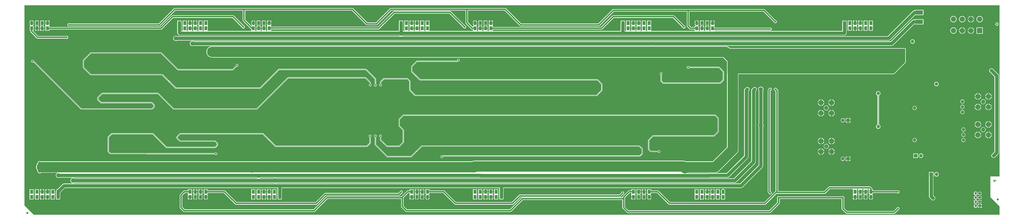
<source format=gbl>
G04*
G04 #@! TF.GenerationSoftware,Altium Limited,Altium Designer,24.2.2 (26)*
G04*
G04 Layer_Physical_Order=4*
G04 Layer_Color=16711680*
%FSLAX44Y44*%
%MOMM*%
G71*
G04*
G04 #@! TF.SameCoordinates,0371AF83-7A96-47FB-919C-A551BA60538E*
G04*
G04*
G04 #@! TF.FilePolarity,Positive*
G04*
G01*
G75*
%ADD12C,0.2540*%
%ADD100C,1.6000*%
%ADD101C,0.1850*%
%ADD103C,0.7000*%
%ADD113C,1.6000*%
%ADD114C,1.6700*%
%ADD115R,1.6700X1.6700*%
%ADD116C,2.5400*%
%ADD117C,2.0000*%
%ADD118R,2.5400X2.5400*%
%ADD119R,1.2700X1.2700*%
%ADD120C,1.2700*%
%ADD121R,1.4224X1.9050*%
%ADD122R,1.4000X1.9050*%
%ADD123O,1.4224X2.1590*%
%ADD124C,1.0000*%
%ADD125C,0.9000*%
%ADD126C,0.7620*%
%ADD127C,5.0800*%
%ADD128C,0.7000*%
%ADD129C,5.0000*%
%ADD130C,4.0000*%
%ADD131R,3.5000X2.0000*%
%ADD132R,3.5000X2.0000*%
%ADD133R,6.5000X4.0000*%
%ADD134R,9.5000X4.0000*%
G36*
X4695870Y188000D02*
X4653250D01*
X4652000Y186750D01*
Y88000D01*
X4695870Y44130D01*
Y3130D01*
X48120D01*
X3130Y48120D01*
Y1012870D01*
X4695870D01*
Y188000D01*
D02*
G37*
%LPC*%
G36*
X4560001Y960647D02*
Y947500D01*
X4573147D01*
X4573049Y948493D01*
X4572176Y951372D01*
X4570758Y954025D01*
X4568850Y956350D01*
X4566525Y958258D01*
X4563872Y959676D01*
X4560993Y960549D01*
X4560001Y960647D01*
D02*
G37*
G36*
X4556001Y960647D02*
X4555007Y960549D01*
X4552128Y959676D01*
X4549475Y958258D01*
X4547150Y956350D01*
X4545242Y954025D01*
X4543824Y951372D01*
X4542951Y948493D01*
X4542853Y947500D01*
X4556001D01*
Y960647D01*
D02*
G37*
G36*
X4573147Y943500D02*
X4560001D01*
Y930353D01*
X4560993Y930451D01*
X4563872Y931324D01*
X4566525Y932742D01*
X4568850Y934650D01*
X4570758Y936975D01*
X4572176Y939628D01*
X4573049Y942506D01*
X4573147Y943500D01*
D02*
G37*
G36*
X4556001D02*
X4542853D01*
X4542951Y942506D01*
X4543824Y939628D01*
X4545242Y936975D01*
X4547150Y934650D01*
X4549475Y932742D01*
X4552128Y931324D01*
X4555007Y930451D01*
X4556001Y930353D01*
Y943500D01*
D02*
G37*
G36*
X4600000Y960844D02*
X4597007Y960549D01*
X4594128Y959676D01*
X4591476Y958258D01*
X4589150Y956350D01*
X4587242Y954025D01*
X4585824Y951372D01*
X4584951Y948493D01*
X4584656Y945500D01*
X4584951Y942506D01*
X4585824Y939628D01*
X4587242Y936975D01*
X4589150Y934650D01*
X4591476Y932742D01*
X4594128Y931324D01*
X4597007Y930451D01*
X4600000Y930156D01*
X4602993Y930451D01*
X4605872Y931324D01*
X4608524Y932742D01*
X4610850Y934650D01*
X4612758Y936975D01*
X4614176Y939628D01*
X4615049Y942506D01*
X4615344Y945500D01*
X4615049Y948493D01*
X4614176Y951372D01*
X4612758Y954025D01*
X4610850Y956350D01*
X4608524Y958258D01*
X4605872Y959676D01*
X4602993Y960549D01*
X4600000Y960844D01*
D02*
G37*
G36*
X4516000D02*
X4513007Y960549D01*
X4510128Y959676D01*
X4507475Y958258D01*
X4505150Y956350D01*
X4503242Y954025D01*
X4501824Y951372D01*
X4500951Y948493D01*
X4500656Y945500D01*
X4500951Y942506D01*
X4501824Y939628D01*
X4503242Y936975D01*
X4505150Y934650D01*
X4507475Y932742D01*
X4510128Y931324D01*
X4513007Y930451D01*
X4516000Y930156D01*
X4518994Y930451D01*
X4521872Y931324D01*
X4524525Y932742D01*
X4526850Y934650D01*
X4528758Y936975D01*
X4530176Y939628D01*
X4531049Y942506D01*
X4531344Y945500D01*
X4531049Y948493D01*
X4530176Y951372D01*
X4528758Y954025D01*
X4526850Y956350D01*
X4524525Y958258D01*
X4521872Y959676D01*
X4518994Y960549D01*
X4516000Y960844D01*
D02*
G37*
G36*
X4474000D02*
X4471006Y960549D01*
X4468128Y959676D01*
X4465475Y958258D01*
X4463150Y956350D01*
X4461242Y954025D01*
X4459824Y951372D01*
X4458951Y948493D01*
X4458656Y945500D01*
X4458951Y942506D01*
X4459824Y939628D01*
X4461242Y936975D01*
X4463150Y934650D01*
X4465475Y932742D01*
X4468128Y931324D01*
X4471006Y930451D01*
X4474000Y930156D01*
X4476993Y930451D01*
X4479872Y931324D01*
X4482525Y932742D01*
X4484850Y934650D01*
X4486758Y936975D01*
X4488176Y939628D01*
X4489049Y942506D01*
X4489344Y945500D01*
X4489049Y948493D01*
X4488176Y951372D01*
X4486758Y954025D01*
X4484850Y956350D01*
X4482525Y958258D01*
X4479872Y959676D01*
X4476993Y960549D01*
X4474000Y960844D01*
D02*
G37*
G36*
X2317000Y999189D02*
X1767000D01*
X1764632Y998718D01*
X1762624Y997376D01*
X1694436Y929189D01*
X1654563D01*
X1586376Y997376D01*
X1584368Y998718D01*
X1582000Y999189D01*
X727000D01*
X724632Y998718D01*
X722624Y997376D01*
X649436Y924189D01*
X220533D01*
X218846Y924888D01*
X217000Y925131D01*
X215154Y924888D01*
X213435Y924176D01*
X211958Y923042D01*
X210824Y921565D01*
X210112Y919846D01*
X209869Y918000D01*
X210112Y916154D01*
X210824Y914435D01*
X211958Y912958D01*
X213435Y911824D01*
X215154Y911112D01*
X217000Y910869D01*
X218846Y911112D01*
X220533Y911811D01*
X652000D01*
X654368Y912282D01*
X656376Y913624D01*
X729564Y986811D01*
X1053311D01*
Y940500D01*
X1053782Y938132D01*
X1055124Y936124D01*
X1093924Y897324D01*
X1095218Y896459D01*
Y889931D01*
X1095218Y889605D01*
X1094430Y888661D01*
X886769D01*
X885982Y889605D01*
X885982Y889931D01*
Y913735D01*
X885982Y913795D01*
Y915005D01*
X885982Y915065D01*
Y939195D01*
X866618D01*
Y915065D01*
X866618Y915005D01*
Y913795D01*
X866618Y913735D01*
Y889931D01*
X866618Y889605D01*
X865831Y888661D01*
X861369D01*
X860582Y889605D01*
X860582Y889931D01*
Y913735D01*
X860582Y913795D01*
Y915005D01*
X860582Y915065D01*
Y939195D01*
X841218D01*
Y915065D01*
X841218Y915005D01*
Y913795D01*
X841218Y913735D01*
Y889931D01*
X841218Y889605D01*
X840431Y888661D01*
X835969D01*
X835182Y889605D01*
X835182Y889931D01*
Y899700D01*
X825500D01*
X815818D01*
Y889931D01*
X815818Y889605D01*
X815031Y888661D01*
X810570D01*
X809782Y889605D01*
X809782Y889931D01*
Y899700D01*
X800100D01*
X790418D01*
Y889931D01*
X790418Y889605D01*
X789631Y888661D01*
X785170D01*
X784382Y889605D01*
X784382Y889931D01*
Y913735D01*
X784382Y913795D01*
Y915005D01*
X784382Y915065D01*
Y939195D01*
X765018D01*
Y915065D01*
X765018Y915005D01*
Y913795D01*
X765018Y913735D01*
Y889931D01*
X765018Y889605D01*
X764230Y888661D01*
X759961D01*
Y901700D01*
Y927100D01*
X759598Y929859D01*
X758982Y931346D01*
Y939195D01*
X739618D01*
Y931346D01*
X739002Y929859D01*
X738639Y927100D01*
Y901700D01*
Y880700D01*
X739002Y877941D01*
X740067Y875369D01*
X741761Y873161D01*
X744461Y870461D01*
X746669Y868767D01*
X749241Y867702D01*
X752000Y867339D01*
X1807811D01*
X1808561Y866361D01*
X1810425Y864931D01*
X1809994Y863661D01*
X738755D01*
X738339Y863980D01*
X735281Y865247D01*
X732000Y865678D01*
X728719Y865247D01*
X725661Y863980D01*
X723035Y861965D01*
X721020Y859339D01*
X719754Y856281D01*
X719322Y853000D01*
X719754Y849719D01*
X721020Y846661D01*
X723035Y844035D01*
X725661Y842020D01*
X728719Y840753D01*
X732000Y840322D01*
X735281Y840753D01*
X738339Y842020D01*
X738755Y842339D01*
X4162000D01*
X4164759Y842702D01*
X4167331Y843767D01*
X4169539Y845461D01*
X4290193Y966116D01*
X4290997Y965579D01*
X4292000Y965380D01*
X4327000D01*
X4328003Y965579D01*
X4328853Y966147D01*
X4329421Y966997D01*
X4329620Y968000D01*
Y988000D01*
X4329421Y989003D01*
X4328853Y989853D01*
X4328003Y990421D01*
X4327000Y990620D01*
X4292000D01*
X4290997Y990421D01*
X4290147Y989853D01*
X4289579Y989003D01*
X4289511Y988661D01*
X4287000D01*
X4284241Y988298D01*
X4281669Y987233D01*
X4279461Y985539D01*
X4157584Y863661D01*
X1822206D01*
X1821775Y864931D01*
X1823639Y866361D01*
X1824616Y867339D01*
X3947000D01*
X3949759Y867702D01*
X3952331Y868767D01*
X3954539Y870461D01*
X3957238Y873161D01*
X3958933Y875369D01*
X3959998Y877941D01*
X3960361Y880700D01*
Y901700D01*
Y927100D01*
X3959998Y929859D01*
X3959382Y931346D01*
Y939195D01*
X3940018D01*
Y931346D01*
X3939402Y929859D01*
X3939039Y927100D01*
Y901700D01*
Y888661D01*
X3325169D01*
X3324382Y889605D01*
X3324382Y889931D01*
Y891811D01*
X3588466D01*
X3590154Y891112D01*
X3592000Y890869D01*
X3593846Y891112D01*
X3595565Y891824D01*
X3597043Y892958D01*
X3598176Y894435D01*
X3598888Y896154D01*
X3599131Y898000D01*
X3598888Y899846D01*
X3598176Y901565D01*
X3597043Y903042D01*
X3595565Y904176D01*
X3593846Y904888D01*
X3592000Y905131D01*
X3590154Y904888D01*
X3588466Y904189D01*
X3324382D01*
Y913735D01*
X3324382Y913795D01*
Y915005D01*
X3324382Y915065D01*
Y925100D01*
X3314700D01*
X3305018D01*
Y915065D01*
X3305018Y915005D01*
Y913795D01*
X3305018Y913735D01*
Y889931D01*
X3305018Y889605D01*
X3304231Y888661D01*
X3299770D01*
X3298982Y889605D01*
X3298982Y889931D01*
Y899700D01*
X3289300D01*
X3279618D01*
Y889931D01*
X3279618Y889605D01*
X3278831Y888661D01*
X3274370D01*
X3273582Y889605D01*
X3273582Y889931D01*
Y899700D01*
X3263900D01*
X3254218D01*
Y889931D01*
X3254218Y889605D01*
X3253430Y888661D01*
X3248969D01*
X3248182Y889605D01*
X3248182Y889931D01*
Y913795D01*
X3243877D01*
X3243538Y914594D01*
X3243520Y915065D01*
X3245405Y916512D01*
X3246957Y918534D01*
X3247933Y920890D01*
X3248265Y923417D01*
Y925100D01*
X3238500D01*
X3228734D01*
Y923417D01*
X3229067Y920890D01*
X3230043Y918534D01*
X3231595Y916512D01*
X3233480Y915065D01*
X3233462Y914594D01*
X3233123Y913795D01*
X3228818D01*
Y907889D01*
X3210864D01*
X3203189Y915564D01*
Y981811D01*
X3559437D01*
X3610125Y931122D01*
X3610824Y929435D01*
X3611958Y927958D01*
X3613434Y926824D01*
X3615154Y926112D01*
X3617000Y925869D01*
X3618846Y926112D01*
X3620565Y926824D01*
X3622043Y927958D01*
X3623176Y929435D01*
X3623888Y931154D01*
X3624131Y933000D01*
X3623888Y934846D01*
X3623176Y936565D01*
X3622043Y938042D01*
X3620565Y939176D01*
X3618878Y939875D01*
X3566376Y992376D01*
X3564368Y993718D01*
X3562000Y994189D01*
X2837000D01*
X2834632Y993718D01*
X2832624Y992376D01*
X2764437Y924189D01*
X2394564D01*
X2321376Y997376D01*
X2319368Y998718D01*
X2317000Y999189D01*
D02*
G37*
G36*
X4035582Y939195D02*
X4027900D01*
Y929100D01*
X4035582D01*
Y939195D01*
D02*
G37*
G36*
X809782D02*
X802100D01*
Y929100D01*
X809782D01*
Y939195D01*
D02*
G37*
G36*
X123982D02*
X116300D01*
Y929100D01*
X123982D01*
Y939195D01*
D02*
G37*
G36*
X4010182D02*
X4002500D01*
Y929100D01*
X4010182D01*
Y939195D01*
D02*
G37*
G36*
X3324382D02*
X3316700D01*
Y929100D01*
X3324382D01*
Y939195D01*
D02*
G37*
G36*
X835182D02*
X827500D01*
Y929100D01*
X835182D01*
Y939195D01*
D02*
G37*
G36*
X40100Y940285D02*
Y929100D01*
X47866D01*
Y930783D01*
X47533Y933310D01*
X46557Y935666D01*
X45005Y937688D01*
X42983Y939240D01*
X40627Y940216D01*
X40100Y940285D01*
D02*
G37*
G36*
X3240500D02*
Y929100D01*
X3248265D01*
Y930783D01*
X3247933Y933310D01*
X3246957Y935666D01*
X3245405Y937688D01*
X3243383Y939240D01*
X3241028Y940216D01*
X3240500Y940285D01*
D02*
G37*
G36*
X798100Y939195D02*
X790418D01*
Y929100D01*
X798100D01*
Y939195D01*
D02*
G37*
G36*
X4023900D02*
X4016218D01*
Y929100D01*
X4023900D01*
Y939195D01*
D02*
G37*
G36*
X3998500D02*
X3990818D01*
Y929100D01*
X3998500D01*
Y939195D01*
D02*
G37*
G36*
X112300D02*
X104618D01*
Y929100D01*
X112300D01*
Y939195D01*
D02*
G37*
G36*
X3312700D02*
X3305018D01*
Y929100D01*
X3312700D01*
Y939195D01*
D02*
G37*
G36*
X823500D02*
X815818D01*
Y929100D01*
X823500D01*
Y939195D01*
D02*
G37*
G36*
X36100Y940285D02*
X35573Y940216D01*
X33217Y939240D01*
X31195Y937688D01*
X29643Y935666D01*
X28667Y933310D01*
X28335Y930783D01*
Y929100D01*
X36100D01*
Y940285D01*
D02*
G37*
G36*
X3236500D02*
X3235973Y940216D01*
X3233617Y939240D01*
X3231595Y937688D01*
X3230043Y935666D01*
X3229067Y933310D01*
X3228734Y930783D01*
Y929100D01*
X3236500D01*
Y940285D01*
D02*
G37*
G36*
X4327000Y945620D02*
X4292000D01*
X4290997Y945421D01*
X4290147Y944853D01*
X4289579Y944003D01*
X4289511Y943661D01*
X4282000D01*
X4279241Y943298D01*
X4276669Y942233D01*
X4274461Y940539D01*
X4172584Y838661D01*
X2987000D01*
X1917000Y838661D01*
X818755D01*
X818339Y838980D01*
X815281Y840247D01*
X812000Y840678D01*
X808719Y840247D01*
X805661Y838980D01*
X803035Y836965D01*
X801020Y834339D01*
X799753Y831281D01*
X799322Y828000D01*
X799753Y824719D01*
X801020Y821661D01*
X803035Y819035D01*
X805661Y817020D01*
X808719Y815754D01*
X812000Y815322D01*
X815281Y815754D01*
X818339Y817020D01*
X818755Y817339D01*
X1917000D01*
X2987000Y817339D01*
X3017570D01*
X3017653Y816069D01*
X3016498Y815917D01*
X3015867Y815655D01*
X907000D01*
X902674Y815315D01*
X898454Y814302D01*
X894445Y812641D01*
X890745Y810374D01*
X887445Y807555D01*
X887443Y807553D01*
X886669Y807233D01*
X884461Y805539D01*
X882767Y803331D01*
X881702Y800759D01*
X881357Y798135D01*
X880698Y796546D01*
X879685Y792326D01*
X879345Y788000D01*
X879685Y783674D01*
X880698Y779454D01*
X881357Y777865D01*
X881702Y775241D01*
X882767Y772669D01*
X884461Y770461D01*
X886669Y768767D01*
X887443Y768447D01*
X887445Y768445D01*
X890745Y765626D01*
X894445Y763359D01*
X898454Y761698D01*
X902674Y760685D01*
X907000Y760345D01*
X3365545D01*
X3384345Y741545D01*
Y423000D01*
Y329455D01*
X3315545Y260655D01*
X3186690D01*
X3186305Y260891D01*
X3182296Y262552D01*
X3178076Y263565D01*
X3173750Y263905D01*
X2169435D01*
X2165108Y263565D01*
X2160889Y262552D01*
X2156879Y260891D01*
X2156494Y260655D01*
X87000D01*
X83118Y260350D01*
X82608Y260741D01*
X80037Y261806D01*
X77277Y262169D01*
X74518Y261806D01*
X71947Y260741D01*
X69739Y259047D01*
X68045Y256839D01*
X66979Y254268D01*
X66628Y251599D01*
X64626Y249255D01*
X62359Y245555D01*
X60698Y241546D01*
X59685Y237326D01*
X59345Y233000D01*
X59685Y228674D01*
X60698Y224454D01*
X62359Y220445D01*
X64626Y216745D01*
X66789Y214213D01*
X66616Y212900D01*
X66979Y210140D01*
X68045Y207569D01*
X69739Y205361D01*
X71947Y203667D01*
X74518Y202602D01*
X77277Y202239D01*
X80037Y202602D01*
X82608Y203667D01*
X84816Y205361D01*
X84929Y205508D01*
X87000Y205345D01*
X160637D01*
X160890Y204075D01*
X160661Y203980D01*
X158035Y201965D01*
X156020Y199339D01*
X154754Y196281D01*
X154321Y193000D01*
X154754Y189719D01*
X156020Y186661D01*
X158035Y184035D01*
X160661Y182020D01*
X163719Y180753D01*
X167000Y180322D01*
X170281Y180753D01*
X173339Y182020D01*
X173755Y182339D01*
X1121332D01*
X1121335Y182335D01*
X1123961Y180320D01*
X1124900Y179931D01*
X1124647Y178661D01*
X243755D01*
X243339Y178980D01*
X240281Y180247D01*
X237000Y180679D01*
X233719Y180247D01*
X230661Y178980D01*
X228035Y176965D01*
X226020Y174339D01*
X224754Y171281D01*
X224321Y168000D01*
X224754Y164719D01*
X226020Y161661D01*
X228035Y159035D01*
X230661Y157020D01*
X233719Y155753D01*
X237000Y155322D01*
X240281Y155753D01*
X243339Y157020D01*
X243755Y157339D01*
X1204246D01*
X1204661Y157020D01*
X1207719Y155753D01*
X1211000Y155322D01*
X1214281Y155753D01*
X1217339Y157020D01*
X1217755Y157339D01*
X3422000D01*
X3424759Y157702D01*
X3427331Y158767D01*
X3429539Y160461D01*
X3519539Y250461D01*
X3521233Y252669D01*
X3522298Y255241D01*
X3522661Y258000D01*
Y598584D01*
X3524539Y600461D01*
X3526233Y602669D01*
X3527298Y605241D01*
X3527661Y608000D01*
X3527298Y610759D01*
X3526233Y613331D01*
X3524539Y615539D01*
X3522331Y617233D01*
X3519759Y618298D01*
X3517000Y618661D01*
X3514241Y618298D01*
X3511669Y617233D01*
X3509461Y615539D01*
X3504461Y610539D01*
X3502767Y608331D01*
X3501702Y605759D01*
X3501339Y603000D01*
Y262416D01*
X3417584Y178661D01*
X1217755D01*
X1217339Y178980D01*
X1214281Y180247D01*
X1211000Y180679D01*
X1207719Y180247D01*
X1204661Y178980D01*
X1204246Y178661D01*
X1135953D01*
X1135700Y179931D01*
X1136639Y180320D01*
X1139265Y182335D01*
X1139268Y182339D01*
X2194411D01*
X2194741Y182202D01*
X2197500Y181839D01*
X3296500D01*
X3299259Y182202D01*
X3299590Y182339D01*
X3387000D01*
X3389759Y182702D01*
X3392331Y183767D01*
X3394539Y185461D01*
X3484539Y275461D01*
X3486233Y277669D01*
X3487298Y280241D01*
X3487661Y283000D01*
Y598584D01*
X3489539Y600461D01*
X3491233Y602669D01*
X3492298Y605241D01*
X3492661Y608000D01*
X3492298Y610759D01*
X3491233Y613331D01*
X3489539Y615539D01*
X3487331Y617233D01*
X3484759Y618298D01*
X3482000Y618661D01*
X3479241Y618298D01*
X3476669Y617233D01*
X3474461Y615539D01*
X3469461Y610539D01*
X3467767Y608331D01*
X3466702Y605759D01*
X3466339Y603000D01*
Y287416D01*
X3382584Y203661D01*
X3297000D01*
X3294241Y203298D01*
X3293911Y203161D01*
X3196663D01*
X3196305Y204431D01*
X3197796Y205345D01*
X3327000D01*
X3331326Y205685D01*
X3335546Y206698D01*
X3339555Y208359D01*
X3343255Y210626D01*
X3346555Y213445D01*
X3431555Y298445D01*
X3434373Y301745D01*
X3436641Y305445D01*
X3438302Y309454D01*
X3439315Y313674D01*
X3439655Y318000D01*
Y423000D01*
Y680380D01*
X4187000Y680380D01*
X4188003Y680579D01*
X4188853Y681147D01*
X4243853Y736147D01*
X4244421Y736997D01*
X4244620Y738000D01*
Y803000D01*
X4244421Y804003D01*
X4243853Y804853D01*
X4243003Y805421D01*
X4242000Y805620D01*
X4147000D01*
X4147000Y805620D01*
X3398490Y805620D01*
X3396555Y807555D01*
X3393255Y810374D01*
X3389555Y812641D01*
X3385546Y814302D01*
X3381326Y815315D01*
X3377000Y815655D01*
X3022648D01*
X3022017Y815917D01*
X3020862Y816069D01*
X3020945Y817339D01*
X4177000D01*
X4179759Y817702D01*
X4182331Y818767D01*
X4184539Y820461D01*
X4286416Y922339D01*
X4289511D01*
X4289579Y921997D01*
X4290147Y921147D01*
X4290997Y920579D01*
X4292000Y920380D01*
X4327000D01*
X4328003Y920579D01*
X4328853Y921147D01*
X4329421Y921997D01*
X4329620Y923000D01*
Y943000D01*
X4329421Y944003D01*
X4328853Y944853D01*
X4328003Y945421D01*
X4327000Y945620D01*
D02*
G37*
G36*
X3298212Y938425D02*
X3280388D01*
Y915775D01*
X3298212D01*
Y938425D01*
D02*
G37*
G36*
X3272812D02*
X3254988D01*
Y915775D01*
X3272812D01*
Y938425D01*
D02*
G37*
G36*
X97812D02*
X79988D01*
Y915775D01*
X97812D01*
Y938425D01*
D02*
G37*
G36*
X72412D02*
X54588D01*
Y915775D01*
X72412D01*
Y938425D01*
D02*
G37*
G36*
X4683250Y929385D02*
X4681274Y929125D01*
X4679432Y928362D01*
X4677851Y927149D01*
X4676638Y925568D01*
X4675875Y923726D01*
X4675615Y921750D01*
X4675875Y919774D01*
X4676638Y917932D01*
X4677851Y916351D01*
X4679432Y915138D01*
X4681274Y914375D01*
X4683250Y914115D01*
X4685226Y914375D01*
X4687068Y915138D01*
X4688649Y916351D01*
X4689862Y917932D01*
X4690625Y919774D01*
X4690885Y921750D01*
X4690625Y923726D01*
X4689862Y925568D01*
X4688649Y927149D01*
X4687068Y928362D01*
X4685226Y929125D01*
X4683250Y929385D01*
D02*
G37*
G36*
X3273582Y913795D02*
X3265900D01*
Y903700D01*
X3273582D01*
Y913795D01*
D02*
G37*
G36*
X98582D02*
X90900D01*
Y903700D01*
X98582D01*
Y913795D01*
D02*
G37*
G36*
X73070D02*
X65500D01*
Y903700D01*
X73070D01*
Y913795D01*
D02*
G37*
G36*
X3298982D02*
X3291300D01*
Y903700D01*
X3298982D01*
Y913795D01*
D02*
G37*
G36*
X61500D02*
X53930D01*
Y903700D01*
X61500D01*
Y913795D01*
D02*
G37*
G36*
X809782Y925100D02*
X800100D01*
X790418D01*
Y915065D01*
X790418Y915005D01*
Y913795D01*
X790418Y913735D01*
Y903700D01*
X800100D01*
X809782D01*
Y913735D01*
X809782Y913795D01*
Y915005D01*
X809782Y915065D01*
Y925100D01*
D02*
G37*
G36*
X4035582D02*
X4025900D01*
X4016218D01*
Y915065D01*
X4016218Y915005D01*
Y913795D01*
X4016218Y913735D01*
Y903700D01*
X4025900D01*
X4035582D01*
Y913735D01*
X4035582Y913795D01*
Y915005D01*
X4035582Y915065D01*
Y925100D01*
D02*
G37*
G36*
X4010182D02*
X4000500D01*
X3990818D01*
Y915065D01*
X3990818Y915005D01*
Y913795D01*
X3990818Y913735D01*
Y903700D01*
X4000500D01*
X4010182D01*
Y913735D01*
X4010182Y913795D01*
Y915005D01*
X4010182Y915065D01*
Y925100D01*
D02*
G37*
G36*
X3261900Y913795D02*
X3254218D01*
Y903700D01*
X3261900D01*
Y913795D01*
D02*
G37*
G36*
X86900D02*
X79218D01*
Y903700D01*
X86900D01*
Y913795D01*
D02*
G37*
G36*
X835182Y925100D02*
X825500D01*
X815818D01*
Y915065D01*
X815818Y915005D01*
Y913795D01*
X815818Y913735D01*
Y903700D01*
X825500D01*
X835182D01*
Y913735D01*
X835182Y913795D01*
Y915005D01*
X835182Y915065D01*
Y925100D01*
D02*
G37*
G36*
X3287300Y913795D02*
X3279618D01*
Y903700D01*
X3287300D01*
Y913795D01*
D02*
G37*
G36*
X1007000Y964189D02*
X717000D01*
X714632Y963718D01*
X712624Y962376D01*
X658137Y907889D01*
X123982D01*
Y913735D01*
X123982Y913795D01*
Y915005D01*
X123982Y915065D01*
Y925100D01*
X114300D01*
X104618D01*
Y915065D01*
X104618Y915005D01*
Y913795D01*
X104618Y913735D01*
Y889605D01*
X123982D01*
Y895511D01*
X660700D01*
X663068Y895982D01*
X665076Y897324D01*
X719564Y951811D01*
X1004436D01*
X1050125Y906122D01*
X1050824Y904435D01*
X1051958Y902958D01*
X1053435Y901824D01*
X1055154Y901112D01*
X1057000Y900869D01*
X1058846Y901112D01*
X1060565Y901824D01*
X1062042Y902958D01*
X1063176Y904435D01*
X1063888Y906154D01*
X1064131Y908000D01*
X1063888Y909846D01*
X1063176Y911565D01*
X1062042Y913042D01*
X1060565Y914176D01*
X1058878Y914875D01*
X1011376Y962376D01*
X1009368Y963718D01*
X1007000Y964189D01*
D02*
G37*
G36*
X4560001Y905647D02*
Y892500D01*
X4573147D01*
X4573049Y893493D01*
X4572176Y896372D01*
X4570758Y899025D01*
X4568850Y901350D01*
X4566525Y903258D01*
X4563872Y904676D01*
X4560993Y905549D01*
X4560001Y905647D01*
D02*
G37*
G36*
X4517999Y905647D02*
Y892500D01*
X4531147D01*
X4531049Y893493D01*
X4530176Y896372D01*
X4528758Y899025D01*
X4526850Y901350D01*
X4524525Y903258D01*
X4521872Y904676D01*
X4518994Y905549D01*
X4517999Y905647D01*
D02*
G37*
G36*
X4513999Y905647D02*
X4513007Y905549D01*
X4510128Y904676D01*
X4507475Y903258D01*
X4505150Y901350D01*
X4503242Y899025D01*
X4501824Y896372D01*
X4500951Y893493D01*
X4500853Y892500D01*
X4513999D01*
Y905647D01*
D02*
G37*
G36*
X4556001Y905647D02*
X4555007Y905549D01*
X4552128Y904676D01*
X4549475Y903258D01*
X4547150Y901350D01*
X4545242Y899025D01*
X4543824Y896372D01*
X4542951Y893493D01*
X4542853Y892500D01*
X4556001D01*
Y905647D01*
D02*
G37*
G36*
X4086382Y939195D02*
X4067018D01*
Y915065D01*
X4067018Y915005D01*
Y913795D01*
X4067018Y913735D01*
Y889605D01*
X4086382D01*
Y913735D01*
X4086382Y913795D01*
Y915005D01*
X4086382Y915065D01*
Y939195D01*
D02*
G37*
G36*
X4060982D02*
X4041618D01*
Y915065D01*
X4041618Y915005D01*
Y913795D01*
X4041618Y913735D01*
Y889605D01*
X4060982D01*
Y913735D01*
X4060982Y913795D01*
Y915005D01*
X4060982Y915065D01*
Y939195D01*
D02*
G37*
G36*
X4035582Y899700D02*
X4027900D01*
Y889605D01*
X4035582D01*
Y899700D01*
D02*
G37*
G36*
X4023900D02*
X4016218D01*
Y889605D01*
X4023900D01*
Y899700D01*
D02*
G37*
G36*
X4010182D02*
X4002500D01*
Y889605D01*
X4010182D01*
Y899700D01*
D02*
G37*
G36*
X3998500D02*
X3990818D01*
Y889605D01*
X3998500D01*
Y899700D01*
D02*
G37*
G36*
X3984782Y939195D02*
X3965418D01*
Y915065D01*
X3965418Y915005D01*
Y913795D01*
X3965418Y913735D01*
Y889605D01*
X3984782D01*
Y913735D01*
X3984782Y913795D01*
Y915005D01*
X3984782Y915065D01*
Y939195D01*
D02*
G37*
G36*
X98582Y899700D02*
X90900D01*
Y889605D01*
X98582D01*
Y899700D01*
D02*
G37*
G36*
X86900D02*
X79218D01*
Y889605D01*
X86900D01*
Y899700D01*
D02*
G37*
G36*
X73070D02*
X65500D01*
Y889605D01*
X73070D01*
Y899700D01*
D02*
G37*
G36*
X61500D02*
X53930D01*
Y889605D01*
X61500D01*
Y899700D01*
D02*
G37*
G36*
X4573147Y888500D02*
X4560001D01*
Y875353D01*
X4560993Y875451D01*
X4563872Y876324D01*
X4566525Y877742D01*
X4568850Y879650D01*
X4570758Y881975D01*
X4572176Y884628D01*
X4573049Y887507D01*
X4573147Y888500D01*
D02*
G37*
G36*
X4513999D02*
X4500853D01*
X4500951Y887507D01*
X4501824Y884628D01*
X4503242Y881975D01*
X4505150Y879650D01*
X4507475Y877742D01*
X4510128Y876324D01*
X4513007Y875451D01*
X4513999Y875353D01*
Y888500D01*
D02*
G37*
G36*
X4531147D02*
X4517999D01*
Y875353D01*
X4518994Y875451D01*
X4521872Y876324D01*
X4524525Y877742D01*
X4526850Y879650D01*
X4528758Y881975D01*
X4530176Y884628D01*
X4531049Y887507D01*
X4531147Y888500D01*
D02*
G37*
G36*
X4556001D02*
X4542853D01*
X4542951Y887507D01*
X4543824Y884628D01*
X4545242Y881975D01*
X4547150Y879650D01*
X4549475Y877742D01*
X4552128Y876324D01*
X4555007Y875451D01*
X4556001Y875353D01*
Y888500D01*
D02*
G37*
G36*
X4615270Y905770D02*
X4584730D01*
Y875230D01*
X4615270D01*
Y905770D01*
D02*
G37*
G36*
X4474000Y905844D02*
X4471006Y905549D01*
X4468128Y904676D01*
X4465475Y903258D01*
X4463150Y901350D01*
X4461242Y899025D01*
X4459824Y896372D01*
X4458951Y893493D01*
X4458656Y890500D01*
X4458951Y887507D01*
X4459824Y884628D01*
X4461242Y881975D01*
X4463150Y879650D01*
X4465475Y877742D01*
X4468128Y876324D01*
X4471006Y875451D01*
X4474000Y875156D01*
X4476993Y875451D01*
X4479872Y876324D01*
X4482525Y877742D01*
X4484850Y879650D01*
X4486758Y881975D01*
X4488176Y884628D01*
X4489049Y887507D01*
X4489344Y890500D01*
X4489049Y893493D01*
X4488176Y896372D01*
X4486758Y899025D01*
X4484850Y901350D01*
X4482525Y903258D01*
X4479872Y904676D01*
X4476993Y905549D01*
X4474000Y905844D01*
D02*
G37*
G36*
X47866Y925100D02*
X38100D01*
X28335D01*
Y923417D01*
X28667Y920890D01*
X29643Y918534D01*
X31195Y916512D01*
X33080Y915065D01*
X33062Y914594D01*
X32723Y913795D01*
X28530D01*
Y889605D01*
X31911D01*
Y886900D01*
X32382Y884532D01*
X33724Y882524D01*
X62624Y853624D01*
X64632Y852282D01*
X67000Y851811D01*
X203467D01*
X205154Y851112D01*
X207000Y850869D01*
X208846Y851112D01*
X210565Y851824D01*
X212042Y852958D01*
X213176Y854435D01*
X213888Y856154D01*
X214131Y858000D01*
X213888Y859846D01*
X213176Y861565D01*
X212042Y863042D01*
X210565Y864176D01*
X208846Y864888D01*
X207000Y865131D01*
X205154Y864888D01*
X203467Y864189D01*
X69563D01*
X45417Y888335D01*
X45943Y889605D01*
X47670D01*
Y913795D01*
X43477D01*
X43138Y914594D01*
X43120Y915065D01*
X45005Y916512D01*
X46557Y918534D01*
X47533Y920890D01*
X47866Y923417D01*
Y925100D01*
D02*
G37*
G36*
X4277000Y848661D02*
X4274241Y848298D01*
X4271669Y847233D01*
X4269461Y845539D01*
X4267767Y843331D01*
X4266702Y840759D01*
X4266339Y838000D01*
X4266702Y835241D01*
X4267767Y832669D01*
X4269461Y830461D01*
X4271669Y828767D01*
X4274241Y827702D01*
X4277000Y827339D01*
X4279759Y827702D01*
X4282331Y828767D01*
X4284539Y830461D01*
X4286233Y832669D01*
X4287298Y835241D01*
X4287661Y838000D01*
X4287298Y840759D01*
X4286233Y843331D01*
X4284539Y845539D01*
X4282331Y847233D01*
X4279759Y848298D01*
X4277000Y848661D01*
D02*
G37*
G36*
X2092000Y754423D02*
X2089542Y753934D01*
X2087458Y752542D01*
X2086066Y750458D01*
X2085577Y748000D01*
X2085766Y747048D01*
X2084724Y745778D01*
X1892000D01*
X1892000Y745778D01*
X1890937Y745567D01*
X1890035Y744965D01*
X1865035Y719965D01*
X1864433Y719063D01*
X1864222Y718000D01*
Y693000D01*
X1864433Y691937D01*
X1865035Y691035D01*
X1905035Y651035D01*
X1905937Y650433D01*
X1907000Y650222D01*
X2760849D01*
X2779221Y631849D01*
Y604151D01*
X2755849Y580778D01*
X1885181D01*
X1860932Y605028D01*
Y647379D01*
X1860720Y648442D01*
X1860118Y649344D01*
X1849497Y659965D01*
X1848596Y660567D01*
X1847533Y660778D01*
X1732000D01*
X1730937Y660567D01*
X1730035Y659965D01*
X1715035Y644965D01*
X1714433Y644063D01*
X1714222Y643000D01*
Y634120D01*
X1712458Y632942D01*
X1711066Y630858D01*
X1710577Y628400D01*
X1711066Y625942D01*
X1712458Y623858D01*
X1714542Y622466D01*
X1717000Y621977D01*
X1719458Y622466D01*
X1721542Y623858D01*
X1722935Y625942D01*
X1723423Y628400D01*
X1722935Y630858D01*
X1721542Y632942D01*
X1719778Y634120D01*
Y641849D01*
X1733151Y655222D01*
X1846382D01*
X1855375Y646228D01*
Y603877D01*
X1855587Y602814D01*
X1856189Y601912D01*
X1882066Y576035D01*
X1882967Y575433D01*
X1884030Y575222D01*
X2757000D01*
X2758063Y575433D01*
X2758965Y576035D01*
X2783965Y601035D01*
X2784567Y601937D01*
X2784778Y603000D01*
X2784778Y603000D01*
Y633000D01*
X2784567Y634063D01*
X2783965Y634965D01*
X2763965Y654965D01*
X2763063Y655567D01*
X2762000Y655778D01*
X1908151D01*
X1869778Y694151D01*
Y716849D01*
X1893151Y740222D01*
X2087000D01*
X2088063Y740433D01*
X2088965Y741035D01*
X2089920Y741990D01*
X2092000Y741577D01*
X2094458Y742066D01*
X2096542Y743458D01*
X2097935Y745542D01*
X2098423Y748000D01*
X2097935Y750458D01*
X2096542Y752542D01*
X2094458Y753934D01*
X2092000Y754423D01*
D02*
G37*
G36*
X662000Y785778D02*
X322000D01*
X320937Y785567D01*
X320035Y784965D01*
X285035Y749965D01*
X284433Y749063D01*
X284222Y748000D01*
Y713000D01*
X284433Y711937D01*
X285035Y711035D01*
X320035Y676035D01*
X320937Y675433D01*
X322000Y675222D01*
X665849D01*
X729914Y611157D01*
X730816Y610554D01*
X731879Y610343D01*
X1137646D01*
X1138710Y610554D01*
X1139611Y611157D01*
X1228676Y700222D01*
X1645849D01*
X1689222Y656849D01*
Y633721D01*
X1687458Y632542D01*
X1686066Y630458D01*
X1685577Y628000D01*
X1686066Y625542D01*
X1687458Y623458D01*
X1689542Y622066D01*
X1692000Y621577D01*
X1694458Y622066D01*
X1696542Y623458D01*
X1697935Y625542D01*
X1698423Y628000D01*
X1697935Y630458D01*
X1696542Y632542D01*
X1694778Y633721D01*
Y658000D01*
X1694567Y659063D01*
X1693965Y659965D01*
X1648965Y704965D01*
X1648063Y705567D01*
X1647000Y705778D01*
X1227525D01*
X1226462Y705567D01*
X1225561Y704965D01*
X1136496Y615900D01*
X733030D01*
X668965Y679965D01*
X668063Y680567D01*
X667000Y680778D01*
X323151D01*
X289778Y714151D01*
Y746849D01*
X323151Y780222D01*
X660849D01*
X740734Y700336D01*
X741636Y699734D01*
X742699Y699522D01*
X1005236D01*
X1006299Y699734D01*
X1007201Y700336D01*
X1024363Y717499D01*
X1026443Y717085D01*
X1028902Y717574D01*
X1030986Y718966D01*
X1032378Y721050D01*
X1032867Y723508D01*
X1032378Y725966D01*
X1030986Y728050D01*
X1028902Y729443D01*
X1026443Y729932D01*
X1023985Y729443D01*
X1021901Y728050D01*
X1020509Y725966D01*
X1020020Y723508D01*
X1020434Y721428D01*
X1004085Y705079D01*
X743850D01*
X663965Y784965D01*
X663063Y785567D01*
X662000Y785778D01*
D02*
G37*
G36*
X3197000Y719423D02*
X3194542Y718934D01*
X3192458Y717542D01*
X3191066Y715458D01*
X3190576Y713000D01*
X3191066Y710542D01*
X3192458Y708458D01*
X3194542Y707066D01*
X3197000Y706577D01*
X3199458Y707066D01*
X3201542Y708458D01*
X3202721Y710222D01*
X3345849D01*
X3364221Y691849D01*
Y654151D01*
X3350849Y640778D01*
X3078151D01*
X3069778Y649151D01*
Y677280D01*
X3071542Y678458D01*
X3072934Y680542D01*
X3073423Y683000D01*
X3072934Y685458D01*
X3071542Y687542D01*
X3069458Y688934D01*
X3067000Y689423D01*
X3064542Y688934D01*
X3062458Y687542D01*
X3061065Y685458D01*
X3060576Y683000D01*
X3061065Y680542D01*
X3062458Y678458D01*
X3064221Y677280D01*
Y648000D01*
X3064433Y646937D01*
X3065035Y646035D01*
X3075035Y636035D01*
X3075937Y635433D01*
X3077000Y635222D01*
X3352000D01*
X3353063Y635433D01*
X3353965Y636035D01*
X3368965Y651035D01*
X3369567Y651937D01*
X3369778Y653000D01*
Y693000D01*
X3369567Y694063D01*
X3368965Y694965D01*
X3348965Y714965D01*
X3348063Y715567D01*
X3347000Y715778D01*
X3202721D01*
X3201542Y717542D01*
X3199458Y718934D01*
X3197000Y719423D01*
D02*
G37*
G36*
X4392000Y643661D02*
X4389241Y643298D01*
X4386669Y642233D01*
X4384461Y640539D01*
X4382767Y638331D01*
X4381702Y635759D01*
X4381339Y633000D01*
X4381702Y630241D01*
X4382767Y627669D01*
X4384461Y625461D01*
X4386669Y623767D01*
X4389241Y622702D01*
X4392000Y622339D01*
X4394759Y622702D01*
X4397331Y623767D01*
X4399539Y625461D01*
X4401233Y627669D01*
X4402298Y630241D01*
X4402661Y633000D01*
X4402298Y635759D01*
X4401233Y638331D01*
X4399539Y640539D01*
X4397331Y642233D01*
X4394759Y643298D01*
X4392000Y643661D01*
D02*
G37*
G36*
X42000Y749423D02*
X39542Y748934D01*
X37458Y747542D01*
X36065Y745458D01*
X35577Y743000D01*
X36065Y740542D01*
X37458Y738458D01*
X39542Y737066D01*
X42000Y736577D01*
X44458Y737066D01*
X46542Y738458D01*
X46825Y738486D01*
X274276Y511035D01*
X275177Y510433D01*
X276241Y510222D01*
X617000D01*
X618063Y510433D01*
X618965Y511035D01*
X628965Y521035D01*
X629567Y521937D01*
X629778Y523000D01*
Y533000D01*
X629567Y534063D01*
X628965Y534965D01*
X618965Y544965D01*
X618063Y545567D01*
X617000Y545778D01*
X373151D01*
X359778Y559151D01*
Y566849D01*
X378151Y585222D01*
X645849D01*
X720035Y511035D01*
X720937Y510433D01*
X722000Y510222D01*
X1122000D01*
X1123063Y510433D01*
X1123965Y511035D01*
X1273499Y660569D01*
X1643539D01*
X1664506Y639602D01*
Y634307D01*
X1662743Y633129D01*
X1661350Y631045D01*
X1660861Y628587D01*
X1661350Y626129D01*
X1662743Y624045D01*
X1664827Y622653D01*
X1667285Y622164D01*
X1669743Y622653D01*
X1671827Y624045D01*
X1673219Y626129D01*
X1673708Y628587D01*
X1673219Y631045D01*
X1671827Y633129D01*
X1670063Y634307D01*
Y640753D01*
X1669852Y641816D01*
X1669249Y642718D01*
X1646655Y665312D01*
X1645753Y665915D01*
X1644690Y666126D01*
X1272348D01*
X1271284Y665915D01*
X1270383Y665312D01*
X1120849Y515778D01*
X723151D01*
X648965Y589965D01*
X648063Y590567D01*
X647000Y590778D01*
X377000D01*
X375937Y590567D01*
X375035Y589965D01*
X355035Y569965D01*
X354433Y569063D01*
X354222Y568000D01*
Y558000D01*
X354433Y556937D01*
X355035Y556035D01*
X370035Y541035D01*
X370937Y540433D01*
X372000Y540222D01*
X615849D01*
X624222Y531849D01*
Y524151D01*
X615849Y515778D01*
X277391D01*
X48205Y744965D01*
X48006Y745098D01*
X47934Y745458D01*
X46542Y747542D01*
X44458Y748934D01*
X42000Y749423D01*
D02*
G37*
G36*
X4644400Y588547D02*
Y575400D01*
X4657547D01*
X4657449Y576393D01*
X4656576Y579272D01*
X4655158Y581925D01*
X4653250Y584250D01*
X4650925Y586158D01*
X4648272Y587576D01*
X4645393Y588449D01*
X4644400Y588547D01*
D02*
G37*
G36*
X4593600D02*
Y575400D01*
X4606747D01*
X4606649Y576393D01*
X4605776Y579272D01*
X4604358Y581925D01*
X4602450Y584250D01*
X4600125Y586158D01*
X4597472Y587576D01*
X4594594Y588449D01*
X4593600Y588547D01*
D02*
G37*
G36*
X4640400Y588547D02*
X4639407Y588449D01*
X4636528Y587576D01*
X4633875Y586158D01*
X4631550Y584250D01*
X4629642Y581925D01*
X4628224Y579272D01*
X4627351Y576393D01*
X4627253Y575400D01*
X4640400D01*
Y588547D01*
D02*
G37*
G36*
X4589600D02*
X4588607Y588449D01*
X4585728Y587576D01*
X4583075Y586158D01*
X4580750Y584250D01*
X4578842Y581925D01*
X4577424Y579272D01*
X4576551Y576393D01*
X4576453Y575400D01*
X4589600D01*
Y588547D01*
D02*
G37*
G36*
X4640400Y571400D02*
X4627253D01*
X4627351Y570407D01*
X4628224Y567528D01*
X4629642Y564875D01*
X4631550Y562550D01*
X4633875Y560642D01*
X4636528Y559224D01*
X4639407Y558351D01*
X4640400Y558253D01*
Y571400D01*
D02*
G37*
G36*
X4589600D02*
X4576453D01*
X4576551Y570407D01*
X4577424Y567528D01*
X4578842Y564875D01*
X4580750Y562550D01*
X4583075Y560642D01*
X4585728Y559224D01*
X4588607Y558351D01*
X4589600Y558253D01*
Y571400D01*
D02*
G37*
G36*
X4657547D02*
X4644400D01*
Y558253D01*
X4645393Y558351D01*
X4648272Y559224D01*
X4650925Y560642D01*
X4653250Y562550D01*
X4655158Y564875D01*
X4656576Y567528D01*
X4657449Y570407D01*
X4657547Y571400D01*
D02*
G37*
G36*
X4606747D02*
X4593600D01*
Y558253D01*
X4594594Y558351D01*
X4597472Y559224D01*
X4600125Y560642D01*
X4602450Y562550D01*
X4604358Y564875D01*
X4605776Y567528D01*
X4606649Y570407D01*
X4606747Y571400D01*
D02*
G37*
G36*
X3889399Y558547D02*
Y545400D01*
X3902547D01*
X3902449Y546393D01*
X3901576Y549272D01*
X3900158Y551925D01*
X3898250Y554250D01*
X3895925Y556158D01*
X3893272Y557576D01*
X3890393Y558449D01*
X3889399Y558547D01*
D02*
G37*
G36*
X3838600D02*
Y545400D01*
X3851747D01*
X3851649Y546393D01*
X3850776Y549272D01*
X3849358Y551925D01*
X3847450Y554250D01*
X3845125Y556158D01*
X3842472Y557576D01*
X3839594Y558449D01*
X3838600Y558547D01*
D02*
G37*
G36*
X3885399Y558547D02*
X3884407Y558449D01*
X3881528Y557576D01*
X3878875Y556158D01*
X3876550Y554250D01*
X3874642Y551925D01*
X3873224Y549272D01*
X3872351Y546393D01*
X3872253Y545400D01*
X3885399D01*
Y558547D01*
D02*
G37*
G36*
X3834599D02*
X3833607Y558449D01*
X3830728Y557576D01*
X3828075Y556158D01*
X3825750Y554250D01*
X3823842Y551925D01*
X3822424Y549272D01*
X3821551Y546393D01*
X3821453Y545400D01*
X3834599D01*
Y558547D01*
D02*
G37*
G36*
X4517000Y558685D02*
X4514442Y558348D01*
X4512058Y557360D01*
X4510011Y555789D01*
X4508440Y553742D01*
X4507452Y551358D01*
X4507115Y548800D01*
X4507452Y546242D01*
X4508440Y543858D01*
X4510011Y541811D01*
X4512058Y540240D01*
X4514442Y539252D01*
X4517000Y538915D01*
X4519558Y539252D01*
X4521942Y540240D01*
X4523989Y541811D01*
X4525560Y543858D01*
X4526548Y546242D01*
X4526884Y548800D01*
X4526548Y551358D01*
X4525560Y553742D01*
X4523989Y555789D01*
X4521942Y557360D01*
X4519558Y558348D01*
X4517000Y558685D01*
D02*
G37*
G36*
X4617000Y559902D02*
X4613920Y559496D01*
X4611049Y558307D01*
X4608584Y556416D01*
X4606693Y553951D01*
X4605504Y551080D01*
X4605098Y548000D01*
X4605504Y544920D01*
X4606693Y542049D01*
X4608584Y539584D01*
X4611049Y537693D01*
X4613920Y536504D01*
X4617000Y536098D01*
X4620080Y536504D01*
X4622951Y537693D01*
X4625416Y539584D01*
X4627307Y542049D01*
X4628496Y544920D01*
X4628902Y548000D01*
X4628496Y551080D01*
X4627307Y553951D01*
X4625416Y556416D01*
X4622951Y558307D01*
X4620080Y559496D01*
X4617000Y559902D01*
D02*
G37*
G36*
X3885399Y541400D02*
X3872253D01*
X3872351Y540406D01*
X3873224Y537528D01*
X3874642Y534875D01*
X3876550Y532550D01*
X3878875Y530642D01*
X3881528Y529224D01*
X3884407Y528351D01*
X3885399Y528253D01*
Y541400D01*
D02*
G37*
G36*
X3834599D02*
X3821453D01*
X3821551Y540406D01*
X3822424Y537528D01*
X3823842Y534875D01*
X3825750Y532550D01*
X3828075Y530642D01*
X3830728Y529224D01*
X3833607Y528351D01*
X3834599Y528253D01*
Y541400D01*
D02*
G37*
G36*
X3902547D02*
X3889399D01*
Y528253D01*
X3890393Y528351D01*
X3893272Y529224D01*
X3895925Y530642D01*
X3898250Y532550D01*
X3900158Y534875D01*
X3901576Y537528D01*
X3902449Y540406D01*
X3902547Y541400D01*
D02*
G37*
G36*
X3851747D02*
X3838600D01*
Y528253D01*
X3839594Y528351D01*
X3842472Y529224D01*
X3845125Y530642D01*
X3847450Y532550D01*
X3849358Y534875D01*
X3850776Y537528D01*
X3851649Y540406D01*
X3851747Y541400D01*
D02*
G37*
G36*
X4644400Y537747D02*
Y524600D01*
X4657547D01*
X4657449Y525593D01*
X4656576Y528472D01*
X4655158Y531125D01*
X4653250Y533450D01*
X4650925Y535358D01*
X4648272Y536776D01*
X4645393Y537649D01*
X4644400Y537747D01*
D02*
G37*
G36*
X4593600D02*
Y524600D01*
X4606747D01*
X4606649Y525593D01*
X4605776Y528472D01*
X4604358Y531125D01*
X4602450Y533450D01*
X4600125Y535358D01*
X4597472Y536776D01*
X4594594Y537649D01*
X4593600Y537747D01*
D02*
G37*
G36*
X4640400Y537747D02*
X4639407Y537649D01*
X4636528Y536776D01*
X4633875Y535358D01*
X4631550Y533450D01*
X4629642Y531125D01*
X4628224Y528472D01*
X4627351Y525593D01*
X4627253Y524600D01*
X4640400D01*
Y537747D01*
D02*
G37*
G36*
X4589600D02*
X4588607Y537649D01*
X4585728Y536776D01*
X4583075Y535358D01*
X4580750Y533450D01*
X4578842Y531125D01*
X4577424Y528472D01*
X4576551Y525593D01*
X4576453Y524600D01*
X4589600D01*
Y537747D01*
D02*
G37*
G36*
X4517000Y533284D02*
X4514442Y532948D01*
X4512058Y531960D01*
X4510011Y530389D01*
X4508440Y528342D01*
X4507452Y525958D01*
X4507115Y523400D01*
X4507452Y520842D01*
X4508440Y518458D01*
X4510011Y516411D01*
X4512058Y514840D01*
X4514442Y513852D01*
X4517000Y513516D01*
X4519558Y513852D01*
X4521942Y514840D01*
X4523989Y516411D01*
X4525560Y518458D01*
X4526548Y520842D01*
X4526884Y523400D01*
X4526548Y525958D01*
X4525560Y528342D01*
X4523989Y530389D01*
X4521942Y531960D01*
X4519558Y532948D01*
X4517000Y533284D01*
D02*
G37*
G36*
X4287000Y527884D02*
X4284442Y527548D01*
X4282058Y526560D01*
X4280011Y524989D01*
X4278440Y522942D01*
X4277452Y520558D01*
X4277115Y518000D01*
X4277452Y515442D01*
X4278440Y513058D01*
X4280011Y511011D01*
X4282058Y509440D01*
X4284442Y508452D01*
X4287000Y508115D01*
X4289558Y508452D01*
X4291942Y509440D01*
X4293989Y511011D01*
X4295560Y513058D01*
X4296548Y515442D01*
X4296884Y518000D01*
X4296548Y520558D01*
X4295560Y522942D01*
X4293989Y524989D01*
X4291942Y526560D01*
X4289558Y527548D01*
X4287000Y527884D01*
D02*
G37*
G36*
X4640400Y520600D02*
X4627253D01*
X4627351Y519607D01*
X4628224Y516728D01*
X4629642Y514075D01*
X4631550Y511750D01*
X4633875Y509842D01*
X4636528Y508424D01*
X4639407Y507551D01*
X4640400Y507453D01*
Y520600D01*
D02*
G37*
G36*
X4589600D02*
X4576453D01*
X4576551Y519607D01*
X4577424Y516728D01*
X4578842Y514075D01*
X4580750Y511750D01*
X4583075Y509842D01*
X4585728Y508424D01*
X4588607Y507551D01*
X4589600Y507453D01*
Y520600D01*
D02*
G37*
G36*
X4657547D02*
X4644400D01*
Y507453D01*
X4645393Y507551D01*
X4648272Y508424D01*
X4650925Y509842D01*
X4653250Y511750D01*
X4655158Y514075D01*
X4656576Y516728D01*
X4657449Y519607D01*
X4657547Y520600D01*
D02*
G37*
G36*
X4606747D02*
X4593600D01*
Y507453D01*
X4594594Y507551D01*
X4597472Y508424D01*
X4600125Y509842D01*
X4602450Y511750D01*
X4604358Y514075D01*
X4605776Y516728D01*
X4606649Y519607D01*
X4606747Y520600D01*
D02*
G37*
G36*
X3862000Y529902D02*
X3858920Y529496D01*
X3856049Y528307D01*
X3853584Y526416D01*
X3851693Y523951D01*
X3850504Y521080D01*
X3850098Y518000D01*
X3850504Y514920D01*
X3851693Y512049D01*
X3853584Y509584D01*
X3856049Y507693D01*
X3858920Y506504D01*
X3862000Y506098D01*
X3865080Y506504D01*
X3867951Y507693D01*
X3870416Y509584D01*
X3872307Y512049D01*
X3873496Y514920D01*
X3873902Y518000D01*
X3873496Y521080D01*
X3872307Y523951D01*
X3870416Y526416D01*
X3867951Y528307D01*
X3865080Y529496D01*
X3862000Y529902D01*
D02*
G37*
G36*
X3889399Y507747D02*
Y494600D01*
X3902547D01*
X3902449Y495593D01*
X3901576Y498472D01*
X3900158Y501125D01*
X3898250Y503450D01*
X3895925Y505358D01*
X3893272Y506776D01*
X3890393Y507649D01*
X3889399Y507747D01*
D02*
G37*
G36*
X3838600D02*
Y494600D01*
X3851747D01*
X3851649Y495593D01*
X3850776Y498472D01*
X3849358Y501125D01*
X3847450Y503450D01*
X3845125Y505358D01*
X3842472Y506776D01*
X3839594Y507649D01*
X3838600Y507747D01*
D02*
G37*
G36*
X3885399Y507747D02*
X3884407Y507649D01*
X3881528Y506776D01*
X3878875Y505358D01*
X3876550Y503450D01*
X3874642Y501125D01*
X3873224Y498472D01*
X3872351Y495593D01*
X3872253Y494600D01*
X3885399D01*
Y507747D01*
D02*
G37*
G36*
X3834599D02*
X3833607Y507649D01*
X3830728Y506776D01*
X3828075Y505358D01*
X3825750Y503450D01*
X3823842Y501125D01*
X3822424Y498472D01*
X3821551Y495593D01*
X3821453Y494600D01*
X3834599D01*
Y507747D01*
D02*
G37*
G36*
X4517000Y507884D02*
X4514442Y507548D01*
X4512058Y506560D01*
X4510011Y504989D01*
X4508440Y502942D01*
X4507452Y500558D01*
X4507115Y498000D01*
X4507452Y495442D01*
X4508440Y493058D01*
X4510011Y491011D01*
X4512058Y489440D01*
X4514442Y488452D01*
X4517000Y488116D01*
X4519558Y488452D01*
X4521942Y489440D01*
X4523989Y491011D01*
X4525560Y493058D01*
X4526548Y495442D01*
X4526884Y498000D01*
X4526548Y500558D01*
X4525560Y502942D01*
X4523989Y504989D01*
X4521942Y506560D01*
X4519558Y507548D01*
X4517000Y507884D01*
D02*
G37*
G36*
X3885399Y490600D02*
X3872253D01*
X3872351Y489607D01*
X3873224Y486728D01*
X3874642Y484075D01*
X3876550Y481750D01*
X3878875Y479842D01*
X3881528Y478424D01*
X3884407Y477551D01*
X3885399Y477453D01*
Y490600D01*
D02*
G37*
G36*
X3834599D02*
X3821453D01*
X3821551Y489607D01*
X3822424Y486728D01*
X3823842Y484075D01*
X3825750Y481750D01*
X3828075Y479842D01*
X3830728Y478424D01*
X3833607Y477551D01*
X3834599Y477453D01*
Y490600D01*
D02*
G37*
G36*
X3902547D02*
X3889399D01*
Y477453D01*
X3890393Y477551D01*
X3893272Y478424D01*
X3895925Y479842D01*
X3898250Y481750D01*
X3900158Y484075D01*
X3901576Y486728D01*
X3902449Y489607D01*
X3902547Y490600D01*
D02*
G37*
G36*
X3851747D02*
X3838600D01*
Y477453D01*
X3839594Y477551D01*
X3842472Y478424D01*
X3845125Y479842D01*
X3847450Y481750D01*
X3849358Y484075D01*
X3850776Y486728D01*
X3851649Y489607D01*
X3851747Y490600D01*
D02*
G37*
G36*
X3977920Y468920D02*
X3969000D01*
Y459999D01*
X3977920D01*
Y468920D01*
D02*
G37*
G36*
X3965000D02*
X3956080D01*
Y459999D01*
X3965000D01*
Y468920D01*
D02*
G37*
G36*
X3941600Y468238D02*
X3938950Y467889D01*
X3936481Y466866D01*
X3934361Y465239D01*
X3932734Y463119D01*
X3931711Y460650D01*
X3931362Y458000D01*
X3931711Y455350D01*
X3932734Y452881D01*
X3934361Y450761D01*
X3936481Y449134D01*
X3938950Y448111D01*
X3941600Y447762D01*
X3944250Y448111D01*
X3946719Y449134D01*
X3948839Y450761D01*
X3950466Y452881D01*
X3951489Y455350D01*
X3951837Y458000D01*
X3951489Y460650D01*
X3950466Y463119D01*
X3948839Y465239D01*
X3946719Y466866D01*
X3944250Y467889D01*
X3941600Y468238D01*
D02*
G37*
G36*
X3977920Y455999D02*
X3969000D01*
Y447080D01*
X3977920D01*
Y455999D01*
D02*
G37*
G36*
X3965000D02*
X3956080D01*
Y447080D01*
X3965000D01*
Y455999D01*
D02*
G37*
G36*
X4644400Y453547D02*
Y440400D01*
X4657547D01*
X4657449Y441394D01*
X4656576Y444272D01*
X4655158Y446925D01*
X4653250Y449250D01*
X4650925Y451158D01*
X4648272Y452576D01*
X4645393Y453449D01*
X4644400Y453547D01*
D02*
G37*
G36*
X4593600D02*
Y440400D01*
X4606747D01*
X4606649Y441394D01*
X4605776Y444272D01*
X4604358Y446925D01*
X4602450Y449250D01*
X4600125Y451158D01*
X4597472Y452576D01*
X4594594Y453449D01*
X4593600Y453547D01*
D02*
G37*
G36*
X4640400Y453547D02*
X4639407Y453449D01*
X4636528Y452576D01*
X4633875Y451158D01*
X4631550Y449250D01*
X4629642Y446925D01*
X4628224Y444272D01*
X4627351Y441394D01*
X4627253Y440400D01*
X4640400D01*
Y453547D01*
D02*
G37*
G36*
X4589600D02*
X4588607Y453449D01*
X4585728Y452576D01*
X4583075Y451158D01*
X4580750Y449250D01*
X4578842Y446925D01*
X4577424Y444272D01*
X4576551Y441394D01*
X4576453Y440400D01*
X4589600D01*
Y453547D01*
D02*
G37*
G36*
X4640400Y436400D02*
X4627253D01*
X4627351Y435407D01*
X4628224Y432528D01*
X4629642Y429875D01*
X4631550Y427550D01*
X4633875Y425642D01*
X4636528Y424224D01*
X4639407Y423351D01*
X4640400Y423253D01*
Y436400D01*
D02*
G37*
G36*
X4589600D02*
X4576453D01*
X4576551Y435407D01*
X4577424Y432528D01*
X4578842Y429875D01*
X4580750Y427550D01*
X4583075Y425642D01*
X4585728Y424224D01*
X4588607Y423351D01*
X4589600Y423253D01*
Y436400D01*
D02*
G37*
G36*
X4657547D02*
X4644400D01*
Y423253D01*
X4645393Y423351D01*
X4648272Y424224D01*
X4650925Y425642D01*
X4653250Y427550D01*
X4655158Y429875D01*
X4656576Y432528D01*
X4657449Y435407D01*
X4657547Y436400D01*
D02*
G37*
G36*
X4606747D02*
X4593600D01*
Y423253D01*
X4594594Y423351D01*
X4597472Y424224D01*
X4600125Y425642D01*
X4602450Y427550D01*
X4604358Y429875D01*
X4605776Y432528D01*
X4606649Y435407D01*
X4606747Y436400D01*
D02*
G37*
G36*
X4112000Y598661D02*
X4109241Y598298D01*
X4106669Y597233D01*
X4104461Y595539D01*
X4102767Y593331D01*
X4101702Y590759D01*
X4101339Y588000D01*
X4101702Y585241D01*
X4102767Y582669D01*
X4104461Y580461D01*
X4106669Y578767D01*
X4108437Y578035D01*
Y437965D01*
X4106669Y437233D01*
X4104461Y435539D01*
X4102767Y433331D01*
X4101702Y430759D01*
X4101339Y428000D01*
X4101702Y425241D01*
X4102767Y422669D01*
X4104461Y420461D01*
X4106669Y418767D01*
X4109241Y417702D01*
X4112000Y417339D01*
X4114759Y417702D01*
X4117331Y418767D01*
X4119539Y420461D01*
X4121233Y422669D01*
X4122298Y425241D01*
X4122661Y428000D01*
X4122298Y430759D01*
X4121233Y433331D01*
X4119539Y435539D01*
X4117331Y437233D01*
X4115563Y437965D01*
Y578035D01*
X4117331Y578767D01*
X4119539Y580461D01*
X4121233Y582669D01*
X4122298Y585241D01*
X4122661Y588000D01*
X4122298Y590759D01*
X4121233Y593331D01*
X4119539Y595539D01*
X4117331Y597233D01*
X4114759Y598298D01*
X4112000Y598661D01*
D02*
G37*
G36*
X4522000Y423685D02*
X4519442Y423348D01*
X4517058Y422360D01*
X4515011Y420789D01*
X4513440Y418742D01*
X4512452Y416358D01*
X4512115Y413800D01*
X4512452Y411242D01*
X4513440Y408858D01*
X4515011Y406811D01*
X4517058Y405240D01*
X4519442Y404252D01*
X4522000Y403915D01*
X4524558Y404252D01*
X4526942Y405240D01*
X4528989Y406811D01*
X4530560Y408858D01*
X4531548Y411242D01*
X4531884Y413800D01*
X4531548Y416358D01*
X4530560Y418742D01*
X4528989Y420789D01*
X4526942Y422360D01*
X4524558Y423348D01*
X4522000Y423685D01*
D02*
G37*
G36*
X4617000Y424902D02*
X4613920Y424496D01*
X4611049Y423307D01*
X4608584Y421416D01*
X4606693Y418951D01*
X4605504Y416080D01*
X4605098Y413000D01*
X4605504Y409920D01*
X4606693Y407049D01*
X4608584Y404584D01*
X4611049Y402693D01*
X4613920Y401504D01*
X4617000Y401098D01*
X4620080Y401504D01*
X4622951Y402693D01*
X4625416Y404584D01*
X4627307Y407049D01*
X4628496Y409920D01*
X4628902Y413000D01*
X4628496Y416080D01*
X4627307Y418951D01*
X4625416Y421416D01*
X4622951Y423307D01*
X4620080Y424496D01*
X4617000Y424902D01*
D02*
G37*
G36*
X4644400Y402747D02*
Y389600D01*
X4657547D01*
X4657449Y390593D01*
X4656576Y393472D01*
X4655158Y396125D01*
X4653250Y398450D01*
X4650925Y400358D01*
X4648272Y401776D01*
X4645393Y402649D01*
X4644400Y402747D01*
D02*
G37*
G36*
X4593600D02*
Y389600D01*
X4606747D01*
X4606649Y390593D01*
X4605776Y393472D01*
X4604358Y396125D01*
X4602450Y398450D01*
X4600125Y400358D01*
X4597472Y401776D01*
X4594594Y402649D01*
X4593600Y402747D01*
D02*
G37*
G36*
X4640400Y402747D02*
X4639407Y402649D01*
X4636528Y401776D01*
X4633875Y400358D01*
X4631550Y398450D01*
X4629642Y396125D01*
X4628224Y393472D01*
X4627351Y390593D01*
X4627253Y389600D01*
X4640400D01*
Y402747D01*
D02*
G37*
G36*
X4589600D02*
X4588607Y402649D01*
X4585728Y401776D01*
X4583075Y400358D01*
X4580750Y398450D01*
X4578842Y396125D01*
X4577424Y393472D01*
X4576551Y390593D01*
X4576453Y389600D01*
X4589600D01*
Y402747D01*
D02*
G37*
G36*
X4522000Y398284D02*
X4519442Y397948D01*
X4517058Y396960D01*
X4515011Y395389D01*
X4513440Y393342D01*
X4512452Y390958D01*
X4512115Y388400D01*
X4512452Y385842D01*
X4513440Y383458D01*
X4515011Y381411D01*
X4517058Y379840D01*
X4519442Y378852D01*
X4522000Y378516D01*
X4524558Y378852D01*
X4526942Y379840D01*
X4528989Y381411D01*
X4530560Y383458D01*
X4531548Y385842D01*
X4531884Y388400D01*
X4531548Y390958D01*
X4530560Y393342D01*
X4528989Y395389D01*
X4526942Y396960D01*
X4524558Y397948D01*
X4522000Y398284D01*
D02*
G37*
G36*
X4640400Y385600D02*
X4627253D01*
X4627351Y384607D01*
X4628224Y381728D01*
X4629642Y379075D01*
X4631550Y376750D01*
X4633875Y374842D01*
X4636528Y373424D01*
X4639407Y372551D01*
X4640400Y372453D01*
Y385600D01*
D02*
G37*
G36*
X4589600D02*
X4576453D01*
X4576551Y384607D01*
X4577424Y381728D01*
X4578842Y379075D01*
X4580750Y376750D01*
X4583075Y374842D01*
X4585728Y373424D01*
X4588607Y372551D01*
X4589600Y372453D01*
Y385600D01*
D02*
G37*
G36*
X4657547D02*
X4644400D01*
Y372453D01*
X4645393Y372551D01*
X4648272Y373424D01*
X4650925Y374842D01*
X4653250Y376750D01*
X4655158Y379075D01*
X4656576Y381728D01*
X4657449Y384607D01*
X4657547Y385600D01*
D02*
G37*
G36*
X4606747D02*
X4593600D01*
Y372453D01*
X4594594Y372551D01*
X4597472Y373424D01*
X4600125Y374842D01*
X4602450Y376750D01*
X4604358Y379075D01*
X4605776Y381728D01*
X4606649Y384607D01*
X4606747Y385600D01*
D02*
G37*
G36*
X3889399Y373547D02*
Y360400D01*
X3902547D01*
X3902449Y361393D01*
X3901576Y364272D01*
X3900158Y366925D01*
X3898250Y369250D01*
X3895925Y371158D01*
X3893272Y372576D01*
X3890393Y373449D01*
X3889399Y373547D01*
D02*
G37*
G36*
X3838600D02*
Y360400D01*
X3851747D01*
X3851649Y361393D01*
X3850776Y364272D01*
X3849358Y366925D01*
X3847450Y369250D01*
X3845125Y371158D01*
X3842472Y372576D01*
X3839594Y373449D01*
X3838600Y373547D01*
D02*
G37*
G36*
X3885399Y373547D02*
X3884407Y373449D01*
X3881528Y372576D01*
X3878875Y371158D01*
X3876550Y369250D01*
X3874642Y366925D01*
X3873224Y364272D01*
X3872351Y361393D01*
X3872253Y360400D01*
X3885399D01*
Y373547D01*
D02*
G37*
G36*
X3834599D02*
X3833607Y373449D01*
X3830728Y372576D01*
X3828075Y371158D01*
X3825750Y369250D01*
X3823842Y366925D01*
X3822424Y364272D01*
X3821551Y361393D01*
X3821453Y360400D01*
X3834599D01*
Y373547D01*
D02*
G37*
G36*
X4522000Y372884D02*
X4519442Y372548D01*
X4517058Y371560D01*
X4515011Y369989D01*
X4513440Y367942D01*
X4512452Y365558D01*
X4512115Y363000D01*
X4512452Y360442D01*
X4513440Y358058D01*
X4515011Y356011D01*
X4517058Y354440D01*
X4519442Y353452D01*
X4522000Y353116D01*
X4524558Y353452D01*
X4526942Y354440D01*
X4528989Y356011D01*
X4530560Y358058D01*
X4531548Y360442D01*
X4531884Y363000D01*
X4531548Y365558D01*
X4530560Y367942D01*
X4528989Y369989D01*
X4526942Y371560D01*
X4524558Y372548D01*
X4522000Y372884D01*
D02*
G37*
G36*
X4287000D02*
X4284442Y372548D01*
X4282058Y371560D01*
X4280011Y369989D01*
X4278440Y367942D01*
X4277452Y365558D01*
X4277115Y363000D01*
X4277452Y360442D01*
X4278440Y358058D01*
X4280011Y356011D01*
X4282058Y354440D01*
X4284442Y353452D01*
X4287000Y353116D01*
X4289558Y353452D01*
X4291942Y354440D01*
X4293989Y356011D01*
X4295560Y358058D01*
X4296548Y360442D01*
X4296884Y363000D01*
X4296548Y365558D01*
X4295560Y367942D01*
X4293989Y369989D01*
X4291942Y371560D01*
X4289558Y372548D01*
X4287000Y372884D01*
D02*
G37*
G36*
X3885399Y356400D02*
X3872253D01*
X3872351Y355407D01*
X3873224Y352528D01*
X3874642Y349875D01*
X3876550Y347550D01*
X3878875Y345642D01*
X3881528Y344224D01*
X3884407Y343351D01*
X3885399Y343253D01*
Y356400D01*
D02*
G37*
G36*
X3834599D02*
X3821453D01*
X3821551Y355407D01*
X3822424Y352528D01*
X3823842Y349875D01*
X3825750Y347550D01*
X3828075Y345642D01*
X3830728Y344224D01*
X3833607Y343351D01*
X3834599Y343253D01*
Y356400D01*
D02*
G37*
G36*
X3902547D02*
X3889399D01*
Y343253D01*
X3890393Y343351D01*
X3893272Y344224D01*
X3895925Y345642D01*
X3898250Y347550D01*
X3900158Y349875D01*
X3901576Y352528D01*
X3902449Y355407D01*
X3902547Y356400D01*
D02*
G37*
G36*
X3851747D02*
X3838600D01*
Y343253D01*
X3839594Y343351D01*
X3842472Y344224D01*
X3845125Y345642D01*
X3847450Y347550D01*
X3849358Y349875D01*
X3850776Y352528D01*
X3851649Y355407D01*
X3851747Y356400D01*
D02*
G37*
G36*
X1152000Y395778D02*
X752000D01*
X750937Y395567D01*
X750035Y394965D01*
X735035Y379965D01*
X734433Y379063D01*
X734222Y378000D01*
Y373000D01*
X734433Y371937D01*
X735035Y371035D01*
X750035Y356035D01*
X750937Y355433D01*
X752000Y355222D01*
X920849D01*
X929222Y346849D01*
Y339151D01*
X920849Y330778D01*
X688151D01*
X623965Y394965D01*
X623063Y395567D01*
X622000Y395778D01*
X422000D01*
X420937Y395567D01*
X420035Y394965D01*
X405035Y379965D01*
X404433Y379063D01*
X404222Y378000D01*
Y308000D01*
X404433Y306937D01*
X405035Y306035D01*
X415035Y296035D01*
X415937Y295433D01*
X417000Y295222D01*
X590848D01*
X590937Y295163D01*
X592000Y294951D01*
X918778D01*
X918822Y294727D01*
X920215Y292644D01*
X922299Y291251D01*
X924757Y290762D01*
X927215Y291251D01*
X929299Y292644D01*
X930691Y294727D01*
X931180Y297186D01*
X930691Y299644D01*
X929299Y301728D01*
X927215Y303120D01*
X924757Y303609D01*
X922299Y303120D01*
X920215Y301728D01*
X919400Y300508D01*
X593152D01*
X593063Y300567D01*
X592000Y300778D01*
X418151D01*
X409778Y309151D01*
Y376849D01*
X423151Y390222D01*
X620849D01*
X685035Y326035D01*
X685937Y325433D01*
X687000Y325222D01*
X922000D01*
X923063Y325433D01*
X923965Y326035D01*
X933965Y336035D01*
X934567Y336937D01*
X934778Y338000D01*
Y348000D01*
X934567Y349063D01*
X933965Y349965D01*
X923965Y359965D01*
X923063Y360567D01*
X922000Y360778D01*
X753151D01*
X739778Y374151D01*
Y376849D01*
X753151Y390222D01*
X1150849D01*
X1210035Y331035D01*
X1210937Y330433D01*
X1212000Y330222D01*
X1652000D01*
X1653063Y330433D01*
X1653965Y331035D01*
X1668965Y346035D01*
X1669567Y346937D01*
X1669778Y348000D01*
Y377280D01*
X1671542Y378458D01*
X1672934Y380542D01*
X1673423Y383000D01*
X1672934Y385458D01*
X1671542Y387542D01*
X1669458Y388935D01*
X1667000Y389423D01*
X1664542Y388935D01*
X1662458Y387542D01*
X1661066Y385458D01*
X1660577Y383000D01*
X1661066Y380542D01*
X1662458Y378458D01*
X1664222Y377280D01*
Y349151D01*
X1650849Y335778D01*
X1213151D01*
X1153965Y394965D01*
X1153063Y395567D01*
X1152000Y395778D01*
D02*
G37*
G36*
X3862000Y344902D02*
X3858920Y344496D01*
X3856049Y343307D01*
X3853584Y341416D01*
X3851693Y338951D01*
X3850504Y336080D01*
X3850098Y333000D01*
X3850504Y329920D01*
X3851693Y327049D01*
X3853584Y324584D01*
X3856049Y322693D01*
X3858920Y321504D01*
X3862000Y321098D01*
X3865080Y321504D01*
X3867951Y322693D01*
X3870416Y324584D01*
X3872307Y327049D01*
X3873496Y329920D01*
X3873902Y333000D01*
X3873496Y336080D01*
X3872307Y338951D01*
X3870416Y341416D01*
X3867951Y343307D01*
X3865080Y344496D01*
X3862000Y344902D01*
D02*
G37*
G36*
X3889399Y322747D02*
Y309600D01*
X3902547D01*
X3902449Y310593D01*
X3901576Y313472D01*
X3900158Y316125D01*
X3898250Y318450D01*
X3895925Y320358D01*
X3893272Y321776D01*
X3890393Y322649D01*
X3889399Y322747D01*
D02*
G37*
G36*
X3838600D02*
Y309600D01*
X3851747D01*
X3851649Y310593D01*
X3850776Y313472D01*
X3849358Y316125D01*
X3847450Y318450D01*
X3845125Y320358D01*
X3842472Y321776D01*
X3839594Y322649D01*
X3838600Y322747D01*
D02*
G37*
G36*
X3885399Y322747D02*
X3884407Y322649D01*
X3881528Y321776D01*
X3878875Y320358D01*
X3876550Y318450D01*
X3874642Y316125D01*
X3873224Y313472D01*
X3872351Y310593D01*
X3872253Y309600D01*
X3885399D01*
Y322747D01*
D02*
G37*
G36*
X3834599D02*
X3833607Y322649D01*
X3830728Y321776D01*
X3828075Y320358D01*
X3825750Y318450D01*
X3823842Y316125D01*
X3822424Y313472D01*
X3821551Y310593D01*
X3821453Y309600D01*
X3834599D01*
Y322747D01*
D02*
G37*
G36*
X3327000Y485778D02*
X1827000D01*
X1825937Y485567D01*
X1825035Y484965D01*
X1805035Y464965D01*
X1804433Y464063D01*
X1804222Y463000D01*
Y432167D01*
X1804433Y431103D01*
X1805035Y430202D01*
X1824222Y411016D01*
Y354151D01*
X1805849Y335778D01*
X1748151D01*
X1719778Y364151D01*
Y377280D01*
X1721542Y378458D01*
X1722935Y380542D01*
X1723423Y383000D01*
X1722935Y385458D01*
X1721542Y387542D01*
X1719458Y388935D01*
X1717000Y389423D01*
X1714542Y388935D01*
X1712458Y387542D01*
X1711066Y385458D01*
X1710577Y383000D01*
X1711066Y380542D01*
X1712458Y378458D01*
X1714222Y377280D01*
Y363000D01*
X1714433Y361937D01*
X1715035Y361035D01*
X1745035Y331035D01*
X1745937Y330433D01*
X1747000Y330222D01*
X1807000D01*
X1808063Y330433D01*
X1808965Y331035D01*
X1828965Y351035D01*
X1829567Y351937D01*
X1829778Y353000D01*
Y412167D01*
X1829567Y413230D01*
X1828965Y414131D01*
X1809778Y433317D01*
Y461849D01*
X1828151Y480222D01*
X3325849D01*
X3339221Y466849D01*
Y404151D01*
X3320849Y385778D01*
X3027000D01*
X3025937Y385567D01*
X3025035Y384965D01*
X3005035Y364965D01*
X3004433Y364063D01*
X3004221Y363000D01*
Y318000D01*
X3004433Y316937D01*
X3005035Y316035D01*
X3015035Y306035D01*
X3015937Y305433D01*
X3017000Y305222D01*
X3051280D01*
X3052458Y303458D01*
X3054542Y302066D01*
X3057000Y301577D01*
X3059458Y302066D01*
X3061542Y303458D01*
X3062935Y305542D01*
X3063423Y308000D01*
X3062935Y310458D01*
X3061542Y312542D01*
X3059458Y313934D01*
X3057000Y314423D01*
X3054542Y313934D01*
X3052458Y312542D01*
X3051280Y310778D01*
X3018151D01*
X3009778Y319151D01*
Y361849D01*
X3028151Y380222D01*
X3322000D01*
X3323063Y380433D01*
X3323965Y381035D01*
X3343965Y401035D01*
X3344567Y401937D01*
X3344778Y403000D01*
Y468000D01*
X3344567Y469063D01*
X3343965Y469965D01*
X3328965Y484965D01*
X3328063Y485567D01*
X3327000Y485778D01*
D02*
G37*
G36*
X3885399Y305600D02*
X3872253D01*
X3872351Y304607D01*
X3873224Y301728D01*
X3874642Y299075D01*
X3876550Y296750D01*
X3878875Y294842D01*
X3881528Y293424D01*
X3884407Y292551D01*
X3885399Y292453D01*
Y305600D01*
D02*
G37*
G36*
X3834599D02*
X3821453D01*
X3821551Y304607D01*
X3822424Y301728D01*
X3823842Y299075D01*
X3825750Y296750D01*
X3828075Y294842D01*
X3830728Y293424D01*
X3833607Y292551D01*
X3834599Y292453D01*
Y305600D01*
D02*
G37*
G36*
X3902547D02*
X3889399D01*
Y292453D01*
X3890393Y292551D01*
X3893272Y293424D01*
X3895925Y294842D01*
X3898250Y296750D01*
X3900158Y299075D01*
X3901576Y301728D01*
X3902449Y304607D01*
X3902547Y305600D01*
D02*
G37*
G36*
X3851747D02*
X3838600D01*
Y292453D01*
X3839594Y292551D01*
X3842472Y293424D01*
X3845125Y294842D01*
X3847450Y296750D01*
X3849358Y299075D01*
X3850776Y301728D01*
X3851649Y304607D01*
X3851747Y305600D01*
D02*
G37*
G36*
X1692000Y389423D02*
X1689542Y388935D01*
X1687458Y387542D01*
X1686066Y385458D01*
X1685577Y383000D01*
X1686066Y380542D01*
X1687458Y378458D01*
X1689222Y377280D01*
Y340989D01*
X1689433Y339925D01*
X1690035Y339024D01*
X1748024Y281035D01*
X1748925Y280433D01*
X1749989Y280222D01*
X1863544D01*
X1864607Y280433D01*
X1865509Y281035D01*
X1915857Y331384D01*
X2961961D01*
X2973384Y319961D01*
Y298880D01*
X2963593Y289088D01*
X2015310D01*
X2014476Y288923D01*
X2014458Y288934D01*
X2012000Y289423D01*
X2009542Y288934D01*
X2007458Y287542D01*
X2006066Y285458D01*
X2005577Y283000D01*
X2006066Y280542D01*
X2007458Y278458D01*
X2009542Y277066D01*
X2012000Y276577D01*
X2014458Y277066D01*
X2016542Y278458D01*
X2017935Y280542D01*
X2018423Y283000D01*
X2018860Y283532D01*
X2964744D01*
X2965807Y283743D01*
X2966708Y284345D01*
X2978127Y295765D01*
X2978730Y296666D01*
X2978941Y297729D01*
Y321112D01*
X2978730Y322175D01*
X2978127Y323077D01*
X2965077Y336127D01*
X2964175Y336730D01*
X2963112Y336941D01*
X1914706D01*
X1913643Y336730D01*
X1912742Y336127D01*
X1862393Y285778D01*
X1751140D01*
X1694778Y342140D01*
Y377280D01*
X1696542Y378458D01*
X1697935Y380542D01*
X1698423Y383000D01*
X1697935Y385458D01*
X1696542Y387542D01*
X1694458Y388935D01*
X1692000Y389423D01*
D02*
G37*
G36*
X4657000Y708661D02*
X4654241Y708298D01*
X4651669Y707233D01*
X4649461Y705539D01*
X4647767Y703331D01*
X4646702Y700759D01*
X4646339Y698000D01*
X4646702Y695241D01*
X4647767Y692669D01*
X4649461Y690461D01*
X4671339Y668584D01*
Y307416D01*
X4659461Y295539D01*
X4657767Y293331D01*
X4656702Y290759D01*
X4656339Y288000D01*
X4656702Y285241D01*
X4657767Y282669D01*
X4659461Y280461D01*
X4661669Y278767D01*
X4664241Y277702D01*
X4667000Y277339D01*
X4669759Y277702D01*
X4672331Y278767D01*
X4674539Y280461D01*
X4689539Y295461D01*
X4691233Y297669D01*
X4692298Y300241D01*
X4692661Y303000D01*
Y673000D01*
X4692298Y675759D01*
X4691233Y678331D01*
X4689539Y680539D01*
X4664539Y705539D01*
X4662331Y707233D01*
X4659759Y708298D01*
X4657000Y708661D01*
D02*
G37*
G36*
X4302920Y298920D02*
X4281080D01*
Y277080D01*
X4302920D01*
Y298920D01*
D02*
G37*
G36*
X4317400Y299014D02*
X4314549Y298639D01*
X4311893Y297539D01*
X4309612Y295788D01*
X4307861Y293507D01*
X4306761Y290851D01*
X4306386Y288000D01*
X4306761Y285149D01*
X4307861Y282493D01*
X4309612Y280212D01*
X4311893Y278461D01*
X4314549Y277361D01*
X4317400Y276986D01*
X4320251Y277361D01*
X4322907Y278461D01*
X4325188Y280212D01*
X4326938Y282493D01*
X4328039Y285149D01*
X4328414Y288000D01*
X4328039Y290851D01*
X4326938Y293507D01*
X4325188Y295788D01*
X4322907Y297539D01*
X4320251Y298639D01*
X4317400Y299014D01*
D02*
G37*
G36*
X3977920Y283920D02*
X3969000D01*
Y275000D01*
X3977920D01*
Y283920D01*
D02*
G37*
G36*
X3965000D02*
X3956080D01*
Y275000D01*
X3965000D01*
Y283920D01*
D02*
G37*
G36*
X3941600Y283238D02*
X3938950Y282889D01*
X3936481Y281866D01*
X3934361Y280239D01*
X3932734Y278119D01*
X3931711Y275650D01*
X3931362Y273000D01*
X3931711Y270350D01*
X3932734Y267881D01*
X3934361Y265761D01*
X3936481Y264134D01*
X3938950Y263111D01*
X3941600Y262762D01*
X3944250Y263111D01*
X3946719Y264134D01*
X3948839Y265761D01*
X3950466Y267881D01*
X3951489Y270350D01*
X3951837Y273000D01*
X3951489Y275650D01*
X3950466Y278119D01*
X3948839Y280239D01*
X3946719Y281866D01*
X3944250Y282889D01*
X3941600Y283238D01*
D02*
G37*
G36*
X3977920Y271000D02*
X3969000D01*
Y262080D01*
X3977920D01*
Y271000D01*
D02*
G37*
G36*
X3965000D02*
X3956080D01*
Y262080D01*
X3965000D01*
Y271000D01*
D02*
G37*
G36*
X4392400Y209014D02*
X4389549Y208639D01*
X4386893Y207539D01*
X4384612Y205788D01*
X4382861Y203507D01*
X4381761Y200851D01*
X4381386Y198000D01*
X4381761Y195149D01*
X4382861Y192493D01*
X4384612Y190212D01*
X4386893Y188461D01*
X4389549Y187361D01*
X4392400Y186986D01*
X4395251Y187361D01*
X4397907Y188461D01*
X4400188Y190212D01*
X4401938Y192493D01*
X4403039Y195149D01*
X4403414Y198000D01*
X4403039Y200851D01*
X4401938Y203507D01*
X4400188Y205788D01*
X4397907Y207539D01*
X4395251Y208639D01*
X4392400Y209014D01*
D02*
G37*
G36*
X3324382Y126395D02*
X3316700D01*
Y116300D01*
X3324382D01*
Y126395D01*
D02*
G37*
G36*
X3312700D02*
X3305018D01*
Y116300D01*
X3312700D01*
Y126395D01*
D02*
G37*
G36*
X3298982D02*
X3291300D01*
Y116300D01*
X3298982D01*
Y126395D01*
D02*
G37*
G36*
X3287300D02*
X3279618D01*
Y116300D01*
X3287300D01*
Y126395D01*
D02*
G37*
G36*
X2994182D02*
X2986500D01*
Y116300D01*
X2994182D01*
Y126395D01*
D02*
G37*
G36*
X2982500D02*
X2974818D01*
Y116300D01*
X2982500D01*
Y126395D01*
D02*
G37*
G36*
X2968782D02*
X2961100D01*
Y116300D01*
X2968782D01*
Y126395D01*
D02*
G37*
G36*
X2957100D02*
X2949418D01*
Y116300D01*
X2957100D01*
Y126395D01*
D02*
G37*
G36*
X2257582D02*
X2249900D01*
Y116300D01*
X2257582D01*
Y126395D01*
D02*
G37*
G36*
X2245900D02*
X2238218D01*
Y116300D01*
X2245900D01*
Y126395D01*
D02*
G37*
G36*
X2232182D02*
X2224500D01*
Y116300D01*
X2232182D01*
Y126395D01*
D02*
G37*
G36*
X2220500D02*
X2212818D01*
Y116300D01*
X2220500D01*
Y126395D01*
D02*
G37*
G36*
X1927382D02*
X1919700D01*
Y116300D01*
X1927382D01*
Y126395D01*
D02*
G37*
G36*
X1915700D02*
X1908018D01*
Y116300D01*
X1915700D01*
Y126395D01*
D02*
G37*
G36*
X1901982D02*
X1894300D01*
Y116300D01*
X1901982D01*
Y126395D01*
D02*
G37*
G36*
X1890300D02*
X1882618D01*
Y116300D01*
X1890300D01*
Y126395D01*
D02*
G37*
G36*
X1190782D02*
X1183100D01*
Y116300D01*
X1190782D01*
Y126395D01*
D02*
G37*
G36*
X1179100D02*
X1171418D01*
Y116300D01*
X1179100D01*
Y126395D01*
D02*
G37*
G36*
X1165382D02*
X1157700D01*
Y116300D01*
X1165382D01*
Y126395D01*
D02*
G37*
G36*
X1153700D02*
X1146018D01*
Y116300D01*
X1153700D01*
Y126395D01*
D02*
G37*
G36*
X860582D02*
X852900D01*
Y116300D01*
X860582D01*
Y126395D01*
D02*
G37*
G36*
X848900D02*
X841218D01*
Y116300D01*
X848900D01*
Y126395D01*
D02*
G37*
G36*
X835182D02*
X827500D01*
Y116300D01*
X835182D01*
Y126395D01*
D02*
G37*
G36*
X823500D02*
X815818D01*
Y116300D01*
X823500D01*
Y126395D01*
D02*
G37*
G36*
X123982D02*
X116300D01*
Y116300D01*
X123982D01*
Y126395D01*
D02*
G37*
G36*
X112300D02*
X104618D01*
Y116300D01*
X112300D01*
Y126395D01*
D02*
G37*
G36*
X98582D02*
X90900D01*
Y116300D01*
X98582D01*
Y126395D01*
D02*
G37*
G36*
X86900D02*
X79218D01*
Y116300D01*
X86900D01*
Y126395D01*
D02*
G37*
G36*
X4603051Y114934D02*
Y108200D01*
X4609784D01*
X4609740Y108528D01*
X4608842Y110698D01*
X4607412Y112562D01*
X4605548Y113991D01*
X4603379Y114890D01*
X4603051Y114934D01*
D02*
G37*
G36*
X4599050Y114934D02*
X4598721Y114890D01*
X4596552Y113991D01*
X4594688Y112562D01*
X4593258Y110698D01*
X4592360Y108528D01*
X4592316Y108200D01*
X4599050D01*
Y114934D01*
D02*
G37*
G36*
X3617000Y615131D02*
X3615154Y614888D01*
X3613434Y614176D01*
X3611958Y613042D01*
X3610824Y611566D01*
X3610112Y609846D01*
X3609869Y608000D01*
X3610112Y606154D01*
X3610824Y604435D01*
X3611958Y602958D01*
X3613434Y601824D01*
X3615122Y601125D01*
X3618311Y597937D01*
Y116452D01*
X3617132Y116218D01*
X3615124Y114876D01*
X3564437Y64189D01*
X3109564D01*
X3055076Y118676D01*
X3053069Y120018D01*
X3050700Y120489D01*
X3019582D01*
Y126395D01*
X3000218D01*
Y102205D01*
X3004523D01*
X3004862Y101406D01*
X3004880Y100935D01*
X3002995Y99488D01*
X3001443Y97466D01*
X3000467Y95111D01*
X3000135Y92583D01*
Y90900D01*
X3019666D01*
Y92583D01*
X3019333Y95111D01*
X3018357Y97466D01*
X3016805Y99488D01*
X3014920Y100935D01*
X3014938Y101406D01*
X3015277Y102205D01*
X3019582D01*
Y108111D01*
X3048137D01*
X3102624Y53624D01*
X3104632Y52282D01*
X3107000Y51811D01*
X3567000D01*
X3569368Y52282D01*
X3571376Y53624D01*
X3622064Y104311D01*
X3624500D01*
X3625750Y104560D01*
X3627000Y104311D01*
X3854500D01*
X3856868Y104782D01*
X3858876Y106124D01*
X3879564Y126811D01*
X3989720D01*
X3990818Y126395D01*
X3990818Y125541D01*
Y102265D01*
X3990818Y102205D01*
Y100995D01*
X3990818Y100935D01*
Y90900D01*
X4010182D01*
Y100935D01*
X4010182Y100995D01*
Y102205D01*
X4010182Y102265D01*
Y125541D01*
X4010182Y126395D01*
X4011280Y126811D01*
X4015120D01*
X4016218Y126395D01*
X4016218Y125541D01*
Y116300D01*
X4035582D01*
Y125541D01*
X4035582Y126395D01*
X4036680Y126811D01*
X4040520D01*
X4041618Y126395D01*
X4041618Y125541D01*
Y116300D01*
X4060982D01*
Y125541D01*
X4060982Y126395D01*
X4062080Y126811D01*
X4065920D01*
X4067018Y126395D01*
Y102205D01*
X4071323D01*
X4071662Y101406D01*
X4071680Y100935D01*
X4069795Y99488D01*
X4068243Y97466D01*
X4067267Y95111D01*
X4066935Y92583D01*
Y90900D01*
X4086465D01*
Y92583D01*
X4086133Y95111D01*
X4085157Y97466D01*
X4083605Y99488D01*
X4081720Y100935D01*
X4081738Y101406D01*
X4082077Y102205D01*
X4086382D01*
Y108111D01*
X4201840D01*
X4201958Y107958D01*
X4203434Y106824D01*
X4205154Y106112D01*
X4207000Y105869D01*
X4208846Y106112D01*
X4210565Y106824D01*
X4212043Y107958D01*
X4213176Y109434D01*
X4213888Y111154D01*
X4214131Y113000D01*
X4213888Y114846D01*
X4213176Y116566D01*
X4212043Y118042D01*
X4210565Y119176D01*
X4208846Y119888D01*
X4208120Y119984D01*
X4208069Y120018D01*
X4205700Y120489D01*
X4086382D01*
Y126395D01*
X4082889D01*
Y128300D01*
X4082418Y130668D01*
X4081076Y132676D01*
X4076376Y137376D01*
X4074368Y138718D01*
X4072000Y139189D01*
X3877000D01*
X3874632Y138718D01*
X3872624Y137376D01*
X3851937Y116689D01*
X3630689D01*
Y600500D01*
X3630218Y602868D01*
X3628876Y604876D01*
X3623875Y609878D01*
X3623176Y611566D01*
X3622043Y613042D01*
X3620565Y614176D01*
X3618846Y614888D01*
X3617000Y615131D01*
D02*
G37*
G36*
X4060982Y112300D02*
X4053300D01*
Y102205D01*
X4060982D01*
Y112300D01*
D02*
G37*
G36*
X4049300D02*
X4041618D01*
Y102205D01*
X4049300D01*
Y112300D01*
D02*
G37*
G36*
X4035582D02*
X4027900D01*
Y102205D01*
X4035582D01*
Y112300D01*
D02*
G37*
G36*
X4023900D02*
X4016218D01*
Y102205D01*
X4023900D01*
Y112300D01*
D02*
G37*
G36*
X2994182D02*
X2986500D01*
Y102205D01*
X2994182D01*
Y112300D01*
D02*
G37*
G36*
X2982500D02*
X2974818D01*
Y102205D01*
X2982500D01*
Y112300D01*
D02*
G37*
G36*
X2968782D02*
X2961100D01*
Y102205D01*
X2968782D01*
Y112300D01*
D02*
G37*
G36*
X2957100D02*
X2949418D01*
Y102205D01*
X2957100D01*
Y112300D01*
D02*
G37*
G36*
X1927382D02*
X1919700D01*
Y102205D01*
X1927382D01*
Y112300D01*
D02*
G37*
G36*
X1915700D02*
X1908018D01*
Y102205D01*
X1915700D01*
Y112300D01*
D02*
G37*
G36*
X1901982D02*
X1894300D01*
Y102205D01*
X1901982D01*
Y112300D01*
D02*
G37*
G36*
X1890300D02*
X1882618D01*
Y102205D01*
X1890300D01*
Y112300D01*
D02*
G37*
G36*
X860582D02*
X852900D01*
Y102205D01*
X860582D01*
Y112300D01*
D02*
G37*
G36*
X848900D02*
X841218D01*
Y102205D01*
X848900D01*
Y112300D01*
D02*
G37*
G36*
X835182D02*
X827500D01*
Y102205D01*
X835182D01*
Y112300D01*
D02*
G37*
G36*
X823500D02*
X815818D01*
Y102205D01*
X823500D01*
Y112300D01*
D02*
G37*
G36*
X3592000Y615131D02*
X3590154Y614888D01*
X3588434Y614176D01*
X3586958Y613042D01*
X3585824Y611566D01*
X3585125Y609878D01*
X3582624Y607376D01*
X3581282Y605368D01*
X3580811Y603000D01*
Y113487D01*
X3581282Y111118D01*
X3582624Y109111D01*
X3585390Y106345D01*
X3586089Y104657D01*
X3587222Y103180D01*
X3588699Y102047D01*
X3590419Y101334D01*
X3592264Y101091D01*
X3594110Y101334D01*
X3595830Y102047D01*
X3597307Y103180D01*
X3598440Y104657D01*
X3599153Y106377D01*
X3599395Y108222D01*
X3599153Y110068D01*
X3598440Y111788D01*
X3597307Y113265D01*
X3595830Y114398D01*
X3594142Y115097D01*
X3593189Y116050D01*
Y600437D01*
X3593878Y601125D01*
X3595565Y601824D01*
X3597043Y602958D01*
X3598176Y604435D01*
X3598888Y606154D01*
X3599131Y608000D01*
X3598888Y609846D01*
X3598176Y611566D01*
X3597043Y613042D01*
X3595565Y614176D01*
X3593846Y614888D01*
X3592000Y615131D01*
D02*
G37*
G36*
X4609784Y104200D02*
X4603051D01*
Y97466D01*
X4603379Y97509D01*
X4605548Y98408D01*
X4607412Y99838D01*
X4608842Y101701D01*
X4609740Y103871D01*
X4609784Y104200D01*
D02*
G37*
G36*
X4599050D02*
X4592316D01*
X4592360Y103871D01*
X4593258Y101701D01*
X4594688Y99838D01*
X4596552Y98408D01*
X4598721Y97509D01*
X4599050Y97466D01*
Y104200D01*
D02*
G37*
G36*
X4581050Y115197D02*
X4578721Y114890D01*
X4576552Y113992D01*
X4574688Y112562D01*
X4573258Y110698D01*
X4572360Y108529D01*
X4572053Y106200D01*
X4572360Y103871D01*
X4573258Y101701D01*
X4574688Y99838D01*
X4576552Y98408D01*
X4578721Y97510D01*
X4581050Y97203D01*
X4583379Y97510D01*
X4585548Y98408D01*
X4587412Y99838D01*
X4588842Y101701D01*
X4589740Y103871D01*
X4590047Y106200D01*
X4589740Y108529D01*
X4588842Y110698D01*
X4587412Y112562D01*
X4585548Y113992D01*
X4583379Y114890D01*
X4581050Y115197D01*
D02*
G37*
G36*
X3324382Y112300D02*
X3305018D01*
Y102265D01*
X3305018Y102205D01*
Y100995D01*
X3305018Y100935D01*
Y90900D01*
X3324382D01*
Y100935D01*
X3324382Y100995D01*
Y102205D01*
X3324382Y102265D01*
Y112300D01*
D02*
G37*
G36*
X3298982D02*
X3279618D01*
Y102265D01*
X3279618Y102205D01*
Y100995D01*
X3279618Y100935D01*
Y90900D01*
X3298982D01*
Y100935D01*
X3298982Y100995D01*
Y102205D01*
X3298982Y102265D01*
Y112300D01*
D02*
G37*
G36*
X2257582D02*
X2238218D01*
Y102265D01*
X2238218Y102205D01*
Y100995D01*
X2238218Y100935D01*
Y90900D01*
X2257582D01*
Y100935D01*
X2257582Y100995D01*
Y102205D01*
X2257582Y102265D01*
Y112300D01*
D02*
G37*
G36*
X2232182D02*
X2212818D01*
Y102265D01*
X2212818Y102205D01*
Y100995D01*
X2212818Y100935D01*
Y90900D01*
X2232182D01*
Y100935D01*
X2232182Y100995D01*
Y102205D01*
X2232182Y102265D01*
Y112300D01*
D02*
G37*
G36*
X2943382Y126395D02*
X2924018D01*
Y120489D01*
X2913300D01*
X2910932Y120018D01*
X2908924Y118676D01*
X2882624Y92376D01*
X2881282Y90368D01*
X2880811Y88000D01*
Y86689D01*
X2399500D01*
X2397132Y86218D01*
X2395124Y84876D01*
X2339436Y29189D01*
X1844563D01*
X1828189Y45564D01*
Y85436D01*
X1850863Y108111D01*
X1857218D01*
Y102265D01*
X1857218Y102205D01*
Y100995D01*
X1857218Y100935D01*
Y90900D01*
X1876582D01*
Y100935D01*
X1876582Y100995D01*
Y102205D01*
X1876582Y102265D01*
Y126395D01*
X1857218D01*
Y120489D01*
X1848300D01*
X1845932Y120018D01*
X1843924Y118676D01*
X1817624Y92376D01*
X1817164Y91689D01*
X1459500D01*
X1457132Y91218D01*
X1455124Y89876D01*
X1394436Y29189D01*
X774564D01*
X763189Y40564D01*
Y95436D01*
X775863Y108111D01*
X790418D01*
Y102265D01*
X790418Y102205D01*
Y100995D01*
X790418Y100935D01*
Y90900D01*
X809782D01*
Y100935D01*
X809782Y100995D01*
Y102205D01*
X809782Y102265D01*
Y126395D01*
X790418D01*
Y120489D01*
X773300D01*
X770932Y120018D01*
X768924Y118676D01*
X752624Y102376D01*
X751282Y100368D01*
X750811Y98000D01*
Y38000D01*
X751282Y35632D01*
X752624Y33624D01*
X767624Y18624D01*
X769632Y17282D01*
X772000Y16811D01*
X1397000D01*
X1399368Y17282D01*
X1401376Y18624D01*
X1462063Y79311D01*
X1815811D01*
Y43000D01*
X1816282Y40632D01*
X1817624Y38624D01*
X1837624Y18624D01*
X1839632Y17282D01*
X1842000Y16811D01*
X2342000D01*
X2344368Y17282D01*
X2346376Y18624D01*
X2402063Y74311D01*
X2880811D01*
Y38000D01*
X2881282Y35632D01*
X2882624Y33624D01*
X2902624Y13624D01*
X2904632Y12282D01*
X2907000Y11811D01*
X3589862D01*
X3592231Y12282D01*
X3594239Y13624D01*
X3636376Y55761D01*
X3637718Y57769D01*
X3638189Y60138D01*
Y79311D01*
X3935811D01*
Y33000D01*
X3936282Y30632D01*
X3937624Y28624D01*
X3955705Y10543D01*
X3957713Y9201D01*
X3960081Y8730D01*
X4188919D01*
X4191287Y9201D01*
X4193295Y10543D01*
X4208878Y26125D01*
X4210565Y26824D01*
X4212043Y27958D01*
X4213176Y29434D01*
X4213888Y31154D01*
X4214131Y33000D01*
X4213888Y34846D01*
X4213176Y36565D01*
X4212043Y38042D01*
X4210565Y39176D01*
X4208846Y39888D01*
X4207000Y40131D01*
X4205154Y39888D01*
X4203434Y39176D01*
X4201958Y38042D01*
X4200824Y36565D01*
X4200125Y34878D01*
X4186355Y21108D01*
X3962645D01*
X3948189Y35563D01*
Y81967D01*
X3948888Y83654D01*
X3949131Y85500D01*
X3948888Y87346D01*
X3948176Y89066D01*
X3947043Y90542D01*
X3945565Y91676D01*
X3943846Y92388D01*
X3942000Y92631D01*
X3940154Y92388D01*
X3938466Y91689D01*
X3635533D01*
X3633846Y92388D01*
X3632000Y92631D01*
X3630154Y92388D01*
X3628434Y91676D01*
X3626958Y90542D01*
X3625824Y89066D01*
X3625112Y87346D01*
X3624869Y85500D01*
X3625112Y83654D01*
X3625811Y81967D01*
Y62701D01*
X3587299Y24189D01*
X2909564D01*
X2893189Y40564D01*
Y80500D01*
Y85436D01*
X2915864Y108111D01*
X2924018D01*
Y102265D01*
X2924018Y102205D01*
Y100995D01*
X2924018Y100935D01*
Y90900D01*
X2943382D01*
Y100935D01*
X2943382Y100995D01*
Y102205D01*
X2943382Y102265D01*
Y126395D01*
D02*
G37*
G36*
X1190782Y112300D02*
X1171418D01*
Y102265D01*
X1171418Y102205D01*
Y100995D01*
X1171418Y100935D01*
Y90900D01*
X1190782D01*
Y100935D01*
X1190782Y100995D01*
Y102205D01*
X1190782Y102265D01*
Y112300D01*
D02*
G37*
G36*
X1165382D02*
X1146018D01*
Y102265D01*
X1146018Y102205D01*
Y100995D01*
X1146018Y100935D01*
Y90900D01*
X1165382D01*
Y100935D01*
X1165382Y100995D01*
Y102205D01*
X1165382Y102265D01*
Y112300D01*
D02*
G37*
G36*
X123982D02*
X104618D01*
Y102265D01*
X104618Y102205D01*
Y100995D01*
X104618Y100935D01*
Y90900D01*
X123982D01*
Y100935D01*
X123982Y100995D01*
Y102205D01*
X123982Y102265D01*
Y112300D01*
D02*
G37*
G36*
X98582D02*
X79218D01*
Y102265D01*
X79218Y102205D01*
Y100995D01*
X79218Y100935D01*
Y90900D01*
X98582D01*
Y100935D01*
X98582Y100995D01*
Y102205D01*
X98582Y102265D01*
Y112300D01*
D02*
G37*
G36*
X4603050Y94934D02*
Y88200D01*
X4609784D01*
X4609740Y88529D01*
X4608842Y90698D01*
X4607412Y92562D01*
X4605548Y93992D01*
X4603379Y94890D01*
X4603050Y94934D01*
D02*
G37*
G36*
X4599050Y94934D02*
X4598721Y94890D01*
X4596552Y93992D01*
X4594688Y92562D01*
X4593258Y90698D01*
X4592360Y88529D01*
X4592316Y88200D01*
X4599050D01*
Y94934D01*
D02*
G37*
G36*
X4060212Y100225D02*
X4042388D01*
Y77575D01*
X4060212D01*
Y100225D01*
D02*
G37*
G36*
X4034812D02*
X4016988D01*
Y77575D01*
X4034812D01*
Y100225D01*
D02*
G37*
G36*
X2993412D02*
X2975588D01*
Y77575D01*
X2993412D01*
Y100225D01*
D02*
G37*
G36*
X2968012D02*
X2950188D01*
Y77575D01*
X2968012D01*
Y100225D01*
D02*
G37*
G36*
X1926612D02*
X1908788D01*
Y77575D01*
X1926612D01*
Y100225D01*
D02*
G37*
G36*
X1901212D02*
X1883388D01*
Y77575D01*
X1901212D01*
Y100225D01*
D02*
G37*
G36*
X859812D02*
X841988D01*
Y77575D01*
X859812D01*
Y100225D01*
D02*
G37*
G36*
X834412D02*
X816588D01*
Y77575D01*
X834412D01*
Y100225D01*
D02*
G37*
G36*
X4609784Y84200D02*
X4603050D01*
Y77466D01*
X4603379Y77510D01*
X4605548Y78408D01*
X4607412Y79838D01*
X4608842Y81701D01*
X4609740Y83871D01*
X4609784Y84200D01*
D02*
G37*
G36*
X4599050D02*
X4592316D01*
X4592360Y83871D01*
X4593258Y81701D01*
X4594688Y79838D01*
X4596552Y78408D01*
X4598721Y77510D01*
X4599050Y77466D01*
Y84200D01*
D02*
G37*
G36*
X4581050Y95197D02*
X4578721Y94890D01*
X4576552Y93992D01*
X4574688Y92562D01*
X4573258Y90698D01*
X4572360Y88529D01*
X4572053Y86200D01*
X4572360Y83871D01*
X4573258Y81701D01*
X4574688Y79838D01*
X4576552Y78408D01*
X4578721Y77510D01*
X4581050Y77203D01*
X4583379Y77510D01*
X4585548Y78408D01*
X4587412Y79838D01*
X4588842Y81701D01*
X4589740Y83871D01*
X4590047Y86200D01*
X4589740Y88529D01*
X4588842Y90698D01*
X4587412Y92562D01*
X4585548Y93992D01*
X4583379Y94890D01*
X4581050Y95197D01*
D02*
G37*
G36*
X4010182Y86900D02*
X4002500D01*
Y76805D01*
X4010182D01*
Y86900D01*
D02*
G37*
G36*
X3998500D02*
X3990818D01*
Y76805D01*
X3998500D01*
Y86900D01*
D02*
G37*
G36*
X3365500Y127748D02*
X3362972Y127416D01*
X3360617Y126440D01*
X3358595Y124888D01*
X3357043Y122866D01*
X3356067Y120511D01*
X3355735Y117983D01*
Y110617D01*
X3356067Y108090D01*
X3357043Y105734D01*
X3358595Y103712D01*
X3360480Y102265D01*
X3360462Y101794D01*
X3360123Y100995D01*
X3355818D01*
Y76805D01*
X3375182D01*
Y100995D01*
X3370877D01*
X3370538Y101794D01*
X3370520Y102265D01*
X3372405Y103712D01*
X3373957Y105734D01*
X3374933Y108090D01*
X3375266Y110617D01*
Y117983D01*
X3374933Y120511D01*
X3373957Y122866D01*
X3372405Y124888D01*
X3370383Y126440D01*
X3368028Y127416D01*
X3365500Y127748D01*
D02*
G37*
G36*
X3349782Y126395D02*
X3330418D01*
Y102265D01*
X3330418Y102205D01*
Y100995D01*
X3330418Y100935D01*
Y76805D01*
X3349782D01*
Y100935D01*
X3349782Y100995D01*
Y102205D01*
X3349782Y102265D01*
Y126395D01*
D02*
G37*
G36*
X3324382Y86900D02*
X3316700D01*
Y76805D01*
X3324382D01*
Y86900D01*
D02*
G37*
G36*
X3312700D02*
X3305018D01*
Y76805D01*
X3312700D01*
Y86900D01*
D02*
G37*
G36*
X3298982D02*
X3291300D01*
Y76805D01*
X3298982D01*
Y86900D01*
D02*
G37*
G36*
X3287300D02*
X3279618D01*
Y76805D01*
X3287300D01*
Y86900D01*
D02*
G37*
G36*
X3273582Y126395D02*
X3254218D01*
Y102265D01*
X3254218Y102205D01*
Y100995D01*
X3254218Y100935D01*
Y76805D01*
X3273582D01*
Y100935D01*
X3273582Y100995D01*
Y102205D01*
X3273582Y102265D01*
Y126395D01*
D02*
G37*
G36*
X3248182D02*
X3228818D01*
Y102265D01*
X3228818Y102205D01*
Y100995D01*
X3228818Y100935D01*
Y76805D01*
X3248182D01*
Y100935D01*
X3248182Y100995D01*
Y102205D01*
X3248182Y102265D01*
Y126395D01*
D02*
G37*
G36*
X2943382Y86900D02*
X2935700D01*
Y76805D01*
X2943382D01*
Y86900D01*
D02*
G37*
G36*
X2931700D02*
X2924018D01*
Y76805D01*
X2931700D01*
Y86900D01*
D02*
G37*
G36*
X3547000Y620678D02*
X3543719Y620247D01*
X3540661Y618980D01*
X3538035Y616965D01*
X3536020Y614339D01*
X3534753Y611281D01*
X3534322Y608000D01*
X3534753Y604719D01*
X3536020Y601661D01*
X3536339Y601245D01*
Y439754D01*
X3536020Y439339D01*
X3534753Y436281D01*
X3534322Y433000D01*
X3534753Y429719D01*
X3536020Y426661D01*
X3536339Y426245D01*
Y242416D01*
X3447584Y153661D01*
X193800D01*
X191041Y153298D01*
X188469Y152233D01*
X186261Y150539D01*
X163224Y127502D01*
X162572Y127416D01*
X160217Y126440D01*
X158195Y124888D01*
X156643Y122866D01*
X155667Y120511D01*
X155404Y118513D01*
X154802Y117059D01*
X154439Y114300D01*
Y88900D01*
X154802Y86141D01*
X155418Y84654D01*
Y76805D01*
X174782D01*
Y84654D01*
X175398Y86141D01*
X175761Y88900D01*
Y109884D01*
X198216Y132339D01*
X1221239D01*
Y114300D01*
Y88900D01*
X1221602Y86141D01*
X1222218Y84654D01*
Y76805D01*
X1241582D01*
Y84654D01*
X1242198Y86141D01*
X1242561Y88900D01*
Y114300D01*
Y132339D01*
X2288039D01*
Y114300D01*
Y88900D01*
X2288402Y86141D01*
X2289018Y84654D01*
Y76805D01*
X2308382D01*
Y84654D01*
X2308998Y86141D01*
X2309361Y88900D01*
Y114300D01*
Y132339D01*
X3452000D01*
X3454759Y132702D01*
X3457331Y133767D01*
X3459539Y135461D01*
X3554539Y230461D01*
X3556233Y232669D01*
X3557298Y235241D01*
X3557661Y238000D01*
Y426245D01*
X3557980Y426661D01*
X3559247Y429719D01*
X3559679Y433000D01*
X3559247Y436281D01*
X3557980Y439339D01*
X3557661Y439754D01*
Y601245D01*
X3557980Y601661D01*
X3559247Y604719D01*
X3559679Y608000D01*
X3559247Y611281D01*
X3557980Y614339D01*
X3555965Y616965D01*
X3553339Y618980D01*
X3550281Y620247D01*
X3547000Y620678D01*
D02*
G37*
G36*
X2282982Y126395D02*
X2263618D01*
Y102265D01*
X2263618Y102205D01*
Y100995D01*
X2263618Y100935D01*
Y76805D01*
X2282982D01*
Y100935D01*
X2282982Y100995D01*
Y102205D01*
X2282982Y102265D01*
Y126395D01*
D02*
G37*
G36*
X2257582Y86900D02*
X2249900D01*
Y76805D01*
X2257582D01*
Y86900D01*
D02*
G37*
G36*
X2245900D02*
X2238218D01*
Y76805D01*
X2245900D01*
Y86900D01*
D02*
G37*
G36*
X2232182D02*
X2224500D01*
Y76805D01*
X2232182D01*
Y86900D01*
D02*
G37*
G36*
X2220500D02*
X2212818D01*
Y76805D01*
X2220500D01*
Y86900D01*
D02*
G37*
G36*
X2206782Y126395D02*
X2187418D01*
Y102265D01*
X2187418Y102205D01*
Y100995D01*
X2187418Y100935D01*
Y76805D01*
X2206782D01*
Y100935D01*
X2206782Y100995D01*
Y102205D01*
X2206782Y102265D01*
Y126395D01*
D02*
G37*
G36*
X2181382D02*
X2162018D01*
Y102265D01*
X2162018Y102205D01*
Y100995D01*
X2162018Y100935D01*
Y76805D01*
X2181382D01*
Y100935D01*
X2181382Y100995D01*
Y102205D01*
X2181382Y102265D01*
Y126395D01*
D02*
G37*
G36*
X1876582Y86900D02*
X1868900D01*
Y76805D01*
X1876582D01*
Y86900D01*
D02*
G37*
G36*
X1864900D02*
X1857218D01*
Y76805D01*
X1864900D01*
Y86900D01*
D02*
G37*
G36*
X1216182Y126395D02*
X1196818D01*
Y102265D01*
X1196818Y102205D01*
Y100995D01*
X1196818Y100935D01*
Y76805D01*
X1216182D01*
Y100935D01*
X1216182Y100995D01*
Y102205D01*
X1216182Y102265D01*
Y126395D01*
D02*
G37*
G36*
X1190782Y86900D02*
X1183100D01*
Y76805D01*
X1190782D01*
Y86900D01*
D02*
G37*
G36*
X1179100D02*
X1171418D01*
Y76805D01*
X1179100D01*
Y86900D01*
D02*
G37*
G36*
X1165382D02*
X1157700D01*
Y76805D01*
X1165382D01*
Y86900D01*
D02*
G37*
G36*
X1153700D02*
X1146018D01*
Y76805D01*
X1153700D01*
Y86900D01*
D02*
G37*
G36*
X1139982Y126395D02*
X1120618D01*
Y102265D01*
X1120618Y102205D01*
Y100995D01*
X1120618Y100935D01*
Y76805D01*
X1139982D01*
Y100935D01*
X1139982Y100995D01*
Y102205D01*
X1139982Y102265D01*
Y126395D01*
D02*
G37*
G36*
X1114582D02*
X1095218D01*
Y102265D01*
X1095218Y102205D01*
Y100995D01*
X1095218Y100935D01*
Y76805D01*
X1114582D01*
Y100935D01*
X1114582Y100995D01*
Y102205D01*
X1114582Y102265D01*
Y126395D01*
D02*
G37*
G36*
X809782Y86900D02*
X802100D01*
Y76805D01*
X809782D01*
Y86900D01*
D02*
G37*
G36*
X798100D02*
X790418D01*
Y76805D01*
X798100D01*
Y86900D01*
D02*
G37*
G36*
X149382Y126395D02*
X130018D01*
Y102265D01*
X130018Y102205D01*
Y100995D01*
X130018Y100935D01*
Y76805D01*
X149382D01*
Y100935D01*
X149382Y100995D01*
Y102205D01*
X149382Y102265D01*
Y126395D01*
D02*
G37*
G36*
X123982Y86900D02*
X116300D01*
Y76805D01*
X123982D01*
Y86900D01*
D02*
G37*
G36*
X112300D02*
X104618D01*
Y76805D01*
X112300D01*
Y86900D01*
D02*
G37*
G36*
X98582D02*
X90900D01*
Y76805D01*
X98582D01*
Y86900D01*
D02*
G37*
G36*
X86900D02*
X79218D01*
Y76805D01*
X86900D01*
Y86900D01*
D02*
G37*
G36*
X73182Y126395D02*
X53818D01*
Y102265D01*
X53818Y102205D01*
Y100995D01*
X53818Y100935D01*
Y76805D01*
X73182D01*
Y100935D01*
X73182Y100995D01*
Y102205D01*
X73182Y102265D01*
Y126395D01*
D02*
G37*
G36*
X47782D02*
X28418D01*
Y102265D01*
X28418Y102205D01*
Y100995D01*
X28418Y100935D01*
Y76805D01*
X47782D01*
Y100935D01*
X47782Y100995D01*
Y102205D01*
X47782Y102265D01*
Y126395D01*
D02*
G37*
G36*
X4086465Y86900D02*
X4078700D01*
Y75715D01*
X4079228Y75784D01*
X4081583Y76760D01*
X4083605Y78312D01*
X4085157Y80334D01*
X4086133Y82690D01*
X4086465Y85217D01*
Y86900D01*
D02*
G37*
G36*
X4074700D02*
X4066935D01*
Y85217D01*
X4067267Y82690D01*
X4068243Y80334D01*
X4069795Y78312D01*
X4071817Y76760D01*
X4074172Y75784D01*
X4074700Y75715D01*
Y86900D01*
D02*
G37*
G36*
X3019666D02*
X3011900D01*
Y75715D01*
X3012427Y75784D01*
X3014783Y76760D01*
X3016805Y78312D01*
X3018357Y80334D01*
X3019333Y82690D01*
X3019666Y85217D01*
Y86900D01*
D02*
G37*
G36*
X3007900D02*
X3000135D01*
Y85217D01*
X3000467Y82690D01*
X3001443Y80334D01*
X3002995Y78312D01*
X3005017Y76760D01*
X3007372Y75784D01*
X3007900Y75715D01*
Y86900D01*
D02*
G37*
G36*
X1952865D02*
X1945100D01*
Y75715D01*
X1945627Y75784D01*
X1947983Y76760D01*
X1950005Y78312D01*
X1951557Y80334D01*
X1952533Y82690D01*
X1952865Y85217D01*
Y86900D01*
D02*
G37*
G36*
X1941100D02*
X1933335D01*
Y85217D01*
X1933667Y82690D01*
X1934643Y80334D01*
X1936195Y78312D01*
X1938217Y76760D01*
X1940573Y75784D01*
X1941100Y75715D01*
Y86900D01*
D02*
G37*
G36*
X886066D02*
X878300D01*
Y75715D01*
X878828Y75784D01*
X881183Y76760D01*
X883205Y78312D01*
X884757Y80334D01*
X885733Y82690D01*
X886066Y85217D01*
Y86900D01*
D02*
G37*
G36*
X874300D02*
X866535D01*
Y85217D01*
X866867Y82690D01*
X867843Y80334D01*
X869395Y78312D01*
X871417Y76760D01*
X873773Y75784D01*
X874300Y75715D01*
Y86900D01*
D02*
G37*
G36*
X4377920Y208920D02*
X4356080D01*
Y187080D01*
X4356339D01*
Y91750D01*
X4356702Y88991D01*
X4357767Y86419D01*
X4359461Y84211D01*
X4368211Y75461D01*
X4370419Y73767D01*
X4372991Y72702D01*
X4375750Y72339D01*
X4378509Y72702D01*
X4381081Y73767D01*
X4383289Y75461D01*
X4384983Y77669D01*
X4386048Y80241D01*
X4386411Y83000D01*
X4386048Y85759D01*
X4384983Y88331D01*
X4383289Y90539D01*
X4377661Y96166D01*
Y187080D01*
X4377920D01*
Y208920D01*
D02*
G37*
G36*
X4603051Y74934D02*
Y68200D01*
X4609784D01*
X4609740Y68529D01*
X4608842Y70698D01*
X4607412Y72562D01*
X4605548Y73992D01*
X4603379Y74890D01*
X4603051Y74934D01*
D02*
G37*
G36*
X4599050Y74934D02*
X4598721Y74890D01*
X4596552Y73992D01*
X4594688Y72562D01*
X4593258Y70698D01*
X4592360Y68529D01*
X4592316Y68200D01*
X4599050D01*
Y74934D01*
D02*
G37*
G36*
X4609784Y64200D02*
X4603051D01*
Y57466D01*
X4603379Y57510D01*
X4605548Y58408D01*
X4607412Y59838D01*
X4608842Y61701D01*
X4609740Y63871D01*
X4609784Y64200D01*
D02*
G37*
G36*
X4599050D02*
X4592316D01*
X4592360Y63871D01*
X4593258Y61701D01*
X4594688Y59838D01*
X4596552Y58408D01*
X4598721Y57510D01*
X4599050Y57466D01*
Y64200D01*
D02*
G37*
G36*
X4581050Y75197D02*
X4578721Y74890D01*
X4576552Y73992D01*
X4574688Y72562D01*
X4573258Y70698D01*
X4572360Y68529D01*
X4572053Y66200D01*
X4572360Y63871D01*
X4573258Y61702D01*
X4574688Y59838D01*
X4576552Y58408D01*
X4578721Y57510D01*
X4581050Y57203D01*
X4583379Y57510D01*
X4585548Y58408D01*
X4587412Y59838D01*
X4588842Y61702D01*
X4589740Y63871D01*
X4590047Y66200D01*
X4589740Y68529D01*
X4588842Y70698D01*
X4587412Y72562D01*
X4585548Y73992D01*
X4583379Y74890D01*
X4581050Y75197D01*
D02*
G37*
G36*
X1952782Y126395D02*
X1933418D01*
Y102205D01*
X1937723D01*
X1938062Y101406D01*
X1938080Y100935D01*
X1936195Y99488D01*
X1934643Y97466D01*
X1933667Y95111D01*
X1933335Y92583D01*
Y90900D01*
X1952865D01*
Y92583D01*
X1952533Y95111D01*
X1951557Y97466D01*
X1950005Y99488D01*
X1948120Y100935D01*
X1948138Y101406D01*
X1948477Y102205D01*
X1952782D01*
Y108111D01*
X2018136D01*
X2072624Y53624D01*
X2074632Y52282D01*
X2077000Y51811D01*
X2352000D01*
X2354368Y52282D01*
X2356376Y53624D01*
X2390813Y88061D01*
X2868250D01*
X2870618Y88532D01*
X2872626Y89874D01*
X2883878Y101125D01*
X2885565Y101824D01*
X2887043Y102958D01*
X2888176Y104434D01*
X2888888Y106154D01*
X2889131Y108000D01*
X2888888Y109846D01*
X2888176Y111566D01*
X2887043Y113042D01*
X2885565Y114176D01*
X2883846Y114888D01*
X2882000Y115131D01*
X2880154Y114888D01*
X2878434Y114176D01*
X2876958Y113042D01*
X2875824Y111566D01*
X2875125Y109878D01*
X2865687Y100439D01*
X2388250D01*
X2385882Y99968D01*
X2383874Y98626D01*
X2349436Y64189D01*
X2079563D01*
X2025076Y118676D01*
X2023068Y120018D01*
X2020700Y120489D01*
X1952782D01*
Y126395D01*
D02*
G37*
G36*
X885982D02*
X866618D01*
Y102205D01*
X870923D01*
X871262Y101406D01*
X871280Y100935D01*
X869395Y99488D01*
X867843Y97466D01*
X866867Y95111D01*
X866535Y92583D01*
Y90900D01*
X886066D01*
Y92583D01*
X885733Y95111D01*
X884757Y97466D01*
X883205Y99488D01*
X881320Y100935D01*
X881338Y101406D01*
X881677Y102205D01*
X885982D01*
Y108111D01*
X963137D01*
X1017624Y53624D01*
X1019632Y52282D01*
X1022000Y51811D01*
X1407000D01*
X1409368Y52282D01*
X1411376Y53624D01*
X1453314Y95561D01*
X1805750D01*
X1808118Y96032D01*
X1810126Y97374D01*
X1818878Y106125D01*
X1820565Y106824D01*
X1822042Y107958D01*
X1823176Y109434D01*
X1823888Y111154D01*
X1824131Y113000D01*
X1823888Y114846D01*
X1823176Y116566D01*
X1822042Y118042D01*
X1820565Y119176D01*
X1818846Y119888D01*
X1817000Y120131D01*
X1815154Y119888D01*
X1813434Y119176D01*
X1811958Y118042D01*
X1810824Y116566D01*
X1810125Y114878D01*
X1803186Y107939D01*
X1450750D01*
X1448382Y107468D01*
X1446374Y106126D01*
X1404436Y64189D01*
X1024564D01*
X970076Y118676D01*
X968068Y120018D01*
X965700Y120489D01*
X885982D01*
Y126395D01*
D02*
G37*
G36*
X4609970Y55120D02*
X4603050D01*
Y48200D01*
X4609970D01*
Y55120D01*
D02*
G37*
G36*
X4599050D02*
X4592130D01*
Y48200D01*
X4599050D01*
Y55120D01*
D02*
G37*
G36*
X4609970Y44200D02*
X4603050D01*
Y37280D01*
X4609970D01*
Y44200D01*
D02*
G37*
G36*
X4599050D02*
X4592130D01*
Y37280D01*
X4599050D01*
Y44200D01*
D02*
G37*
G36*
X4581050Y55197D02*
X4578721Y54890D01*
X4576552Y53992D01*
X4574688Y52562D01*
X4573258Y50698D01*
X4572360Y48529D01*
X4572053Y46200D01*
X4572360Y43871D01*
X4573258Y41701D01*
X4574688Y39838D01*
X4576552Y38408D01*
X4578721Y37510D01*
X4581050Y37203D01*
X4583379Y37510D01*
X4585548Y38408D01*
X4587412Y39838D01*
X4588842Y41701D01*
X4589740Y43871D01*
X4590047Y46200D01*
X4589740Y48529D01*
X4588842Y50698D01*
X4587412Y52562D01*
X4585548Y53992D01*
X4583379Y54890D01*
X4581050Y55197D01*
D02*
G37*
%LPD*%
G36*
X2125811Y928000D02*
X2126282Y925632D01*
X2127624Y923624D01*
X2153924Y897324D01*
X2155932Y895982D01*
X2158300Y895511D01*
X2162018D01*
Y889931D01*
X2162018Y889605D01*
X2161230Y888661D01*
X1953569D01*
X1952782Y889605D01*
X1952782Y889931D01*
Y913735D01*
X1952782Y913795D01*
Y915005D01*
X1952782Y915065D01*
Y939195D01*
X1933418D01*
Y915065D01*
X1933418Y915005D01*
Y913795D01*
X1933418Y913735D01*
Y889931D01*
X1933418Y889605D01*
X1932630Y888661D01*
X1928170D01*
X1927382Y889605D01*
X1927382Y889931D01*
Y913735D01*
X1927382Y913795D01*
Y915005D01*
X1927382Y915065D01*
Y939195D01*
X1908018D01*
Y915065D01*
X1908018Y915005D01*
Y913795D01*
X1908018Y913735D01*
Y889931D01*
X1908018Y889605D01*
X1907231Y888661D01*
X1902769D01*
X1901982Y889605D01*
X1901982Y889931D01*
Y899700D01*
X1892300D01*
X1882618D01*
Y889931D01*
X1882618Y889605D01*
X1881830Y888661D01*
X1877370D01*
X1876582Y889605D01*
X1876582Y889931D01*
Y899700D01*
X1866900D01*
X1857218D01*
Y889931D01*
X1857218Y889605D01*
X1856431Y888661D01*
X1851969D01*
X1851182Y889605D01*
X1851182Y889931D01*
Y913735D01*
X1851182Y913795D01*
Y915005D01*
X1851182Y915065D01*
Y939195D01*
X1831818D01*
Y915065D01*
X1831818Y915005D01*
Y913795D01*
X1831818Y913735D01*
Y889931D01*
X1831818Y889605D01*
X1831030Y888661D01*
X1826761D01*
Y901700D01*
Y927100D01*
X1826398Y929859D01*
X1825782Y931346D01*
Y939195D01*
X1806418D01*
Y931346D01*
X1805802Y929859D01*
X1805439Y927100D01*
Y901700D01*
Y888661D01*
X1191570D01*
X1190782Y889605D01*
X1190782Y889931D01*
Y896811D01*
X1707000D01*
X1709368Y897282D01*
X1711376Y898624D01*
X1784563Y971811D01*
X2049436D01*
X2115125Y906122D01*
X2115824Y904435D01*
X2116958Y902958D01*
X2118434Y901824D01*
X2120154Y901112D01*
X2122000Y900869D01*
X2123846Y901112D01*
X2125565Y901824D01*
X2127042Y902958D01*
X2128176Y904435D01*
X2128888Y906154D01*
X2129131Y908000D01*
X2128888Y909846D01*
X2128176Y911565D01*
X2127042Y913042D01*
X2125565Y914176D01*
X2123878Y914875D01*
X2056376Y982376D01*
X2054368Y983718D01*
X2052000Y984189D01*
X1782000D01*
X1779632Y983718D01*
X1777624Y982376D01*
X1704436Y909189D01*
X1190782D01*
Y913735D01*
X1190782Y913795D01*
Y915005D01*
X1190782Y915065D01*
Y925100D01*
X1181100D01*
X1171418D01*
Y915065D01*
X1171418Y915005D01*
Y913795D01*
X1171418Y913735D01*
Y889931D01*
X1171418Y889605D01*
X1170630Y888661D01*
X1166170D01*
X1165382Y889605D01*
X1165382Y889931D01*
Y899700D01*
X1155700D01*
X1146018D01*
Y889931D01*
X1146018Y889605D01*
X1145230Y888661D01*
X1140770D01*
X1139982Y889605D01*
X1139982Y889931D01*
Y899700D01*
X1130300D01*
X1120618D01*
Y889931D01*
X1120618Y889605D01*
X1119830Y888661D01*
X1115369D01*
X1114582Y889605D01*
X1114582Y889931D01*
Y913795D01*
X1110277D01*
X1109938Y914594D01*
X1109920Y915065D01*
X1111805Y916512D01*
X1113357Y918534D01*
X1114333Y920890D01*
X1114666Y923417D01*
Y925100D01*
X1104900D01*
X1095135D01*
Y923417D01*
X1095467Y920890D01*
X1096443Y918534D01*
X1097995Y916512D01*
X1099880Y915065D01*
X1099862Y914594D01*
X1099523Y913795D01*
X1095218D01*
X1095218Y913795D01*
Y913795D01*
X1094266Y914487D01*
X1065689Y943064D01*
Y986811D01*
X1579436D01*
X1647624Y918624D01*
X1649632Y917282D01*
X1652000Y916811D01*
X1697000D01*
X1699368Y917282D01*
X1701376Y918624D01*
X1769563Y986811D01*
X2125811D01*
Y928000D01*
D02*
G37*
G36*
X2387624Y913624D02*
X2389632Y912282D01*
X2392000Y911811D01*
X2767000D01*
X2769368Y912282D01*
X2771376Y913624D01*
X2839564Y981811D01*
X3190811D01*
Y913000D01*
X3191282Y910632D01*
X3192624Y908624D01*
X3203924Y897324D01*
X3205932Y895982D01*
X3208300Y895511D01*
X3228818D01*
Y889931D01*
X3228818Y889605D01*
X3228030Y888661D01*
X3020370D01*
X3019582Y889605D01*
X3019582Y889931D01*
Y913735D01*
X3019582Y913795D01*
Y915005D01*
X3019582Y915065D01*
Y939195D01*
X3000218D01*
Y915065D01*
X3000218Y915005D01*
Y913795D01*
X3000218Y913735D01*
Y889931D01*
X3000218Y889605D01*
X2999431Y888661D01*
X2994969D01*
X2994182Y889605D01*
X2994182Y889931D01*
Y913735D01*
X2994182Y913795D01*
Y915005D01*
X2994182Y915065D01*
Y939195D01*
X2974818D01*
Y915065D01*
X2974818Y915005D01*
Y913795D01*
X2974818Y913735D01*
Y889931D01*
X2974818Y889605D01*
X2974030Y888661D01*
X2969569D01*
X2968782Y889605D01*
X2968782Y889931D01*
Y899700D01*
X2959100D01*
X2949418D01*
Y889931D01*
X2949418Y889605D01*
X2948630Y888661D01*
X2944170D01*
X2943382Y889605D01*
X2943382Y889931D01*
Y899700D01*
X2933700D01*
X2924018D01*
Y889931D01*
X2924018Y889605D01*
X2923231Y888661D01*
X2918770D01*
X2917982Y889605D01*
X2917982Y889931D01*
Y913735D01*
X2917982Y913795D01*
Y915005D01*
X2917982Y915065D01*
Y939195D01*
X2898618D01*
Y915065D01*
X2898618Y915005D01*
Y913795D01*
X2898618Y913735D01*
Y889931D01*
X2898618Y889605D01*
X2897831Y888661D01*
X2893561D01*
Y901700D01*
Y927100D01*
X2893198Y929859D01*
X2892582Y931346D01*
Y939195D01*
X2873218D01*
Y931346D01*
X2872602Y929859D01*
X2872239Y927100D01*
Y901700D01*
Y888661D01*
X2258369D01*
X2257582Y889605D01*
X2257582Y889931D01*
Y895511D01*
X2780700D01*
X2783069Y895982D01*
X2785076Y897324D01*
X2839564Y951811D01*
X3124437D01*
X3170125Y906122D01*
X3170824Y904435D01*
X3171958Y902958D01*
X3173434Y901824D01*
X3175154Y901112D01*
X3177000Y900869D01*
X3178846Y901112D01*
X3180565Y901824D01*
X3182043Y902958D01*
X3183176Y904435D01*
X3183888Y906154D01*
X3184131Y908000D01*
X3183888Y909846D01*
X3183176Y911565D01*
X3182043Y913042D01*
X3180565Y914176D01*
X3178878Y914875D01*
X3131376Y962376D01*
X3129368Y963718D01*
X3127000Y964189D01*
X2837000D01*
X2834632Y963718D01*
X2832624Y962376D01*
X2778137Y907889D01*
X2257582D01*
Y913735D01*
X2257582Y913795D01*
Y915005D01*
X2257582Y915065D01*
Y925100D01*
X2247900D01*
X2238218D01*
Y915065D01*
X2238218Y915005D01*
Y913795D01*
X2238218Y913735D01*
Y889931D01*
X2238218Y889605D01*
X2237431Y888661D01*
X2232970D01*
X2232182Y889605D01*
X2232182Y889931D01*
Y899700D01*
X2222500D01*
X2212818D01*
Y889931D01*
X2212818Y889605D01*
X2212030Y888661D01*
X2207569D01*
X2206782Y889605D01*
X2206782Y889931D01*
Y899700D01*
X2197100D01*
X2187418D01*
Y889931D01*
X2187418Y889605D01*
X2186631Y888661D01*
X2182169D01*
X2181382Y889605D01*
X2181382Y889931D01*
Y913795D01*
X2177077D01*
X2176738Y914594D01*
X2176720Y915065D01*
X2178605Y916512D01*
X2180157Y918534D01*
X2181133Y920890D01*
X2181465Y923417D01*
Y925100D01*
X2171700D01*
X2161935D01*
Y923417D01*
X2162267Y920890D01*
X2163243Y918534D01*
X2164795Y916512D01*
X2166680Y915065D01*
X2166662Y914594D01*
X2166323Y913795D01*
X2162018D01*
Y908168D01*
X2160748Y908005D01*
X2138189Y930564D01*
Y986811D01*
X2314436D01*
X2387624Y913624D01*
D02*
G37*
%LPC*%
G36*
X1190782Y939195D02*
X1183100D01*
Y929100D01*
X1190782D01*
Y939195D01*
D02*
G37*
G36*
X1901982D02*
X1894300D01*
Y929100D01*
X1901982D01*
Y939195D01*
D02*
G37*
G36*
X1876582D02*
X1868900D01*
Y929100D01*
X1876582D01*
Y939195D01*
D02*
G37*
G36*
X1106900Y940285D02*
Y929100D01*
X1114666D01*
Y930783D01*
X1114333Y933310D01*
X1113357Y935666D01*
X1111805Y937688D01*
X1109783Y939240D01*
X1107428Y940216D01*
X1106900Y940285D01*
D02*
G37*
G36*
X1179100Y939195D02*
X1171418D01*
Y929100D01*
X1179100D01*
Y939195D01*
D02*
G37*
G36*
X1890300D02*
X1882618D01*
Y929100D01*
X1890300D01*
Y939195D01*
D02*
G37*
G36*
X1864900D02*
X1857218D01*
Y929100D01*
X1864900D01*
Y939195D01*
D02*
G37*
G36*
X1102900Y940285D02*
X1102373Y940216D01*
X1100017Y939240D01*
X1097995Y937688D01*
X1096443Y935666D01*
X1095467Y933310D01*
X1095135Y930783D01*
Y929100D01*
X1102900D01*
Y940285D01*
D02*
G37*
G36*
X1164612Y938425D02*
X1146788D01*
Y915775D01*
X1164612D01*
Y938425D01*
D02*
G37*
G36*
X1139212D02*
X1121388D01*
Y915775D01*
X1139212D01*
Y938425D01*
D02*
G37*
G36*
X1139982Y913795D02*
X1132300D01*
Y903700D01*
X1139982D01*
Y913795D01*
D02*
G37*
G36*
X1165382D02*
X1157700D01*
Y903700D01*
X1165382D01*
Y913795D01*
D02*
G37*
G36*
X1901982Y925100D02*
X1892300D01*
X1882618D01*
Y915065D01*
X1882618Y915005D01*
Y913795D01*
X1882618Y913735D01*
Y903700D01*
X1892300D01*
X1901982D01*
Y913735D01*
X1901982Y913795D01*
Y915005D01*
X1901982Y915065D01*
Y925100D01*
D02*
G37*
G36*
X1876582D02*
X1866900D01*
X1857218D01*
Y915065D01*
X1857218Y915005D01*
Y913795D01*
X1857218Y913735D01*
Y903700D01*
X1866900D01*
X1876582D01*
Y913735D01*
X1876582Y913795D01*
Y915005D01*
X1876582Y915065D01*
Y925100D01*
D02*
G37*
G36*
X1128300Y913795D02*
X1120618D01*
Y903700D01*
X1128300D01*
Y913795D01*
D02*
G37*
G36*
X1153700D02*
X1146018D01*
Y903700D01*
X1153700D01*
Y913795D01*
D02*
G37*
G36*
X2257582Y939195D02*
X2249900D01*
Y929100D01*
X2257582D01*
Y939195D01*
D02*
G37*
G36*
X2968782D02*
X2961100D01*
Y929100D01*
X2968782D01*
Y939195D01*
D02*
G37*
G36*
X2943382D02*
X2935700D01*
Y929100D01*
X2943382D01*
Y939195D01*
D02*
G37*
G36*
X2173700Y940285D02*
Y929100D01*
X2181465D01*
Y930783D01*
X2181133Y933310D01*
X2180157Y935666D01*
X2178605Y937688D01*
X2176583Y939240D01*
X2174227Y940216D01*
X2173700Y940285D01*
D02*
G37*
G36*
X2245900Y939195D02*
X2238218D01*
Y929100D01*
X2245900D01*
Y939195D01*
D02*
G37*
G36*
X2957100D02*
X2949418D01*
Y929100D01*
X2957100D01*
Y939195D01*
D02*
G37*
G36*
X2931700D02*
X2924018D01*
Y929100D01*
X2931700D01*
Y939195D01*
D02*
G37*
G36*
X2169700Y940285D02*
X2169173Y940216D01*
X2166817Y939240D01*
X2164795Y937688D01*
X2163243Y935666D01*
X2162267Y933310D01*
X2161935Y930783D01*
Y929100D01*
X2169700D01*
Y940285D01*
D02*
G37*
G36*
X2231412Y938425D02*
X2213588D01*
Y915775D01*
X2231412D01*
Y938425D01*
D02*
G37*
G36*
X2206012D02*
X2188188D01*
Y915775D01*
X2206012D01*
Y938425D01*
D02*
G37*
G36*
X2206782Y913795D02*
X2199100D01*
Y903700D01*
X2206782D01*
Y913795D01*
D02*
G37*
G36*
X2232182D02*
X2224500D01*
Y903700D01*
X2232182D01*
Y913795D01*
D02*
G37*
G36*
X2968782Y925100D02*
X2959100D01*
X2949418D01*
Y915065D01*
X2949418Y915005D01*
Y913795D01*
X2949418Y913735D01*
Y903700D01*
X2959100D01*
X2968782D01*
Y913735D01*
X2968782Y913795D01*
Y915005D01*
X2968782Y915065D01*
Y925100D01*
D02*
G37*
G36*
X2195100Y913795D02*
X2187418D01*
Y903700D01*
X2195100D01*
Y913795D01*
D02*
G37*
G36*
X2943382Y925100D02*
X2933700D01*
X2924018D01*
Y915065D01*
X2924018Y915005D01*
Y913795D01*
X2924018Y913735D01*
Y903700D01*
X2933700D01*
X2943382D01*
Y913735D01*
X2943382Y913795D01*
Y915005D01*
X2943382Y915065D01*
Y925100D01*
D02*
G37*
G36*
X2220500Y913795D02*
X2212818D01*
Y903700D01*
X2220500D01*
Y913795D01*
D02*
G37*
%LPD*%
G36*
X4242000Y738000D02*
X4187000Y683000D01*
X3387001Y683000D01*
X3387000Y803000D01*
X4242000Y803000D01*
Y738000D01*
D02*
G37*
D12*
X4680710Y169408D02*
X4665475D01*
X4673093Y161790D01*
Y171947D01*
D100*
X1130300Y193000D02*
X2197000D01*
X3296500Y192500D02*
X3297000Y193000D01*
X167000D02*
X1130300D01*
X2197000D02*
X2197500Y192500D01*
X3296500D01*
X3512000Y603000D02*
X3517000Y608000D01*
X3477000Y283000D02*
Y603000D01*
X3387000Y193000D02*
X3477000Y283000D01*
Y603000D02*
X3482000Y608000D01*
X3547000Y433000D02*
Y608000D01*
X297000Y143000D02*
X1232000D01*
X193800D02*
X297000D01*
X4282000Y933000D02*
X4302000D01*
X4287000Y978000D02*
X4302000D01*
X165100Y114300D02*
X193800Y143000D01*
X4162000Y853000D02*
X4287000Y978000D01*
X4177000Y828000D02*
X4282000Y933000D01*
X1816100Y901700D02*
Y927100D01*
X1917000Y828000D02*
X2987000Y828000D01*
X2298700Y139700D02*
X2302000Y143000D01*
X2298700Y88900D02*
Y114300D01*
Y139700D01*
X2302000Y143000D02*
X3392000D01*
X2257000Y168000D02*
X3377000D01*
X237000D02*
X1211000D01*
X2257000D01*
X1231900Y142900D02*
X1232000Y143000D01*
X1231900Y88900D02*
Y114300D01*
Y142900D01*
X1232000Y143000D02*
X2302000D01*
X732000Y853000D02*
X1842000D01*
X749300Y880700D02*
Y901700D01*
Y927100D01*
X812000Y828000D02*
X1917000D01*
X4667000Y288000D02*
X4682000Y303000D01*
Y673000D01*
X4657000Y698000D02*
X4682000Y673000D01*
X749300Y880700D02*
X752000Y878000D01*
X1816100Y873900D02*
X1820200Y878000D01*
X1816100D02*
Y901700D01*
X2927000Y853000D02*
X3517000D01*
X1842000D02*
X2927000D01*
X752000Y878000D02*
X1816100D01*
X1820200D01*
X2878800D02*
X2882900Y882100D01*
Y901700D01*
Y927100D01*
X1820200Y878000D02*
X2878800D01*
X3949700Y880700D02*
Y901700D01*
Y927100D01*
X2987000Y828000D02*
X3482000D01*
X4052000D01*
X4177000D01*
X3517000Y853000D02*
X3975100D01*
X4162000D01*
X3947000Y878000D02*
X3949700Y880700D01*
X2878800Y878000D02*
X3947000D01*
X3297000Y193000D02*
X3387000D01*
X3377000Y168000D02*
X3422000D01*
X3392000Y143000D02*
X3452000D01*
X3547000Y238000D01*
Y433000D01*
X3422000Y168000D02*
X3512000Y258000D01*
Y603000D01*
X4367000Y91750D02*
X4375750Y83000D01*
X4367000Y91750D02*
Y198000D01*
X165100Y88900D02*
Y114300D01*
D101*
X2762000Y653000D02*
X2782000Y633000D01*
X1907000Y653000D02*
X2762000D01*
X1867000Y693000D02*
X1907000Y653000D01*
X2087000Y743000D02*
X2092000Y748000D01*
X1892000Y743000D02*
X2087000D01*
X1867000Y718000D02*
X1892000Y743000D01*
X42000D02*
X46241D01*
X722000Y513000D02*
X1122000D01*
X647000Y588000D02*
X722000Y513000D01*
X377000Y588000D02*
X647000D01*
X1884030Y578000D02*
X2757000D01*
X1858153Y603877D02*
X1884030Y578000D01*
X2757000D02*
X2782000Y603000D01*
Y633000D01*
X1867000Y693000D02*
Y718000D01*
X3077000Y638000D02*
X3352000D01*
X3067000Y648000D02*
Y683000D01*
Y648000D02*
X3077000Y638000D01*
X3197000Y713000D02*
X3347000D01*
X3367000Y693000D01*
Y653000D02*
Y693000D01*
X3352000Y638000D02*
X3367000Y653000D01*
X1807000Y463000D02*
X1827000Y483000D01*
X1807000Y432167D02*
Y463000D01*
Y432167D02*
X1827000Y412167D01*
Y483000D02*
X3327000D01*
X1827000Y353000D02*
Y412167D01*
X1807000Y333000D02*
X1827000Y353000D01*
X1747000Y333000D02*
X1807000D01*
X1717000Y363000D02*
X1747000Y333000D01*
X1717000Y363000D02*
Y383000D01*
X3342000Y403000D02*
Y468000D01*
X3327000Y483000D02*
X3342000Y468000D01*
X3027000Y383000D02*
X3322000D01*
X3342000Y403000D01*
X3017000Y308000D02*
X3057000D01*
X3007000Y318000D02*
X3017000Y308000D01*
X3007000Y318000D02*
Y363000D01*
X3027000Y383000D01*
X737000Y378000D02*
X752000Y393000D01*
X737000Y373000D02*
Y378000D01*
Y373000D02*
X752000Y358000D01*
X792000D01*
X752000Y393000D02*
X1152000D01*
X792000Y358000D02*
X922000D01*
X687000Y328000D02*
X922000D01*
X932000Y338000D01*
Y348000D01*
X922000Y358000D02*
X932000Y348000D01*
X407000Y378000D02*
X422000Y393000D01*
X407000Y308000D02*
Y378000D01*
X622000Y393000D02*
X687000Y328000D01*
X1212000Y333000D02*
X1652000D01*
X422000Y393000D02*
X622000D01*
X1152000D02*
X1212000Y333000D01*
X417000Y298000D02*
X592000D01*
X407000Y308000D02*
X417000Y298000D01*
X592000Y297729D02*
X924213D01*
X357000Y568000D02*
X377000Y588000D01*
X357000Y558000D02*
Y568000D01*
Y558000D02*
X372000Y543000D01*
X617000D01*
X276241Y513000D02*
X617000D01*
X627000Y523000D01*
Y533000D01*
X617000Y543000D02*
X627000Y533000D01*
X46241Y743000D02*
X276241Y513000D01*
X2976163Y297729D02*
Y321112D01*
X2964744Y286310D02*
X2976163Y297729D01*
X2015310Y286310D02*
X2964744D01*
X2963112Y334163D02*
X2976163Y321112D01*
X1914706Y334163D02*
X2963112D01*
X1749989Y283000D02*
X1863544D01*
X1692000Y340989D02*
X1749989Y283000D01*
X1692000Y340989D02*
Y383000D01*
X2012000Y283000D02*
X2015310Y286310D01*
X1863544Y283000D02*
X1914706Y334163D01*
X1858153Y603877D02*
Y647379D01*
X1847533Y658000D02*
X1858153Y647379D01*
X1732000Y658000D02*
X1847533D01*
X1717000Y643000D02*
X1732000Y658000D01*
X1717000Y628400D02*
Y643000D01*
X1005236Y702301D02*
X1026443Y723508D01*
X1137646Y613121D02*
X1227525Y703000D01*
X1647000D01*
X1692000Y658000D01*
Y628000D02*
Y658000D01*
X1667000Y348000D02*
Y383000D01*
X1652000Y333000D02*
X1667000Y348000D01*
X924213Y297729D02*
X924757Y297186D01*
X4112000Y428000D02*
Y588000D01*
X1717000Y628000D02*
Y628400D01*
X1122000Y513000D02*
X1272348Y663348D01*
X1644690D01*
X1667285Y640753D01*
Y628587D02*
Y640753D01*
X731879Y613121D02*
X1137646D01*
X667000Y678000D02*
X731879Y613121D01*
X662000Y783000D02*
X742699Y702301D01*
X1005236D01*
X287000Y748000D02*
X322000Y783000D01*
X662000D01*
X287000Y713000D02*
Y748000D01*
Y713000D02*
X322000Y678000D01*
X667000D01*
D103*
X1059500Y940500D02*
Y993000D01*
Y940500D02*
X1098300Y901700D01*
X4188919Y14919D02*
X4207000Y33000D01*
X3960081Y14919D02*
X4188919D01*
X3942000Y33000D02*
X3960081Y14919D01*
X4205700Y114300D02*
X4207000Y113000D01*
X4076700Y114300D02*
X4205700D01*
X3587000Y113487D02*
X3592264Y108222D01*
X3107000Y58000D02*
X3567000D01*
X3587000Y603000D02*
X3592000Y608000D01*
X3587000Y113487D02*
Y603000D01*
X67000Y858000D02*
X207000D01*
X38100Y886900D02*
X67000Y858000D01*
X38100Y886900D02*
Y901700D01*
X3632000Y60138D02*
Y85500D01*
X3589862Y18000D02*
X3632000Y60138D01*
X2907000Y18000D02*
X3589862D01*
X3942000Y33000D02*
Y85500D01*
X4076700Y114300D02*
Y128300D01*
X3050700Y114300D02*
X3107000Y58000D01*
X3009900Y114300D02*
X3050700D01*
X2077000Y58000D02*
X2352000D01*
X2020700Y114300D02*
X2077000Y58000D01*
X1943100Y114300D02*
X2020700D01*
X2887000Y38000D02*
X2907000Y18000D01*
X2887000Y88000D02*
X2913300Y114300D01*
X2933700D01*
X1842000Y23000D02*
X2342000D01*
X1822000Y43000D02*
X1842000Y23000D01*
X1848300Y114300D02*
X1866900D01*
X1022000Y58000D02*
X1407000D01*
X965700Y114300D02*
X1022000Y58000D01*
X876300Y114300D02*
X965700D01*
X772000Y23000D02*
X1397000D01*
X757000Y38000D02*
X772000Y23000D01*
X757000Y38000D02*
Y98000D01*
X773300Y114300D01*
X800100D01*
X3632000Y85500D02*
X3942000D01*
X3318400Y898000D02*
X3592000D01*
X3314700Y901700D02*
X3318400Y898000D01*
X3562000Y988000D02*
X3617000Y933000D01*
X3197000Y913000D02*
X3208300Y901700D01*
X3238500D01*
X3127000Y958000D02*
X3177000Y908000D01*
X2837000Y958000D02*
X3127000D01*
X2780700Y901700D02*
X2837000Y958000D01*
X2247900Y901700D02*
X2780700D01*
X2767000Y918000D02*
X2837000Y988000D01*
X2392000Y918000D02*
X2767000D01*
X2158300Y901700D02*
X2171700D01*
X2132000Y928000D02*
X2158300Y901700D01*
X3197000Y913000D02*
Y988000D01*
X1697000Y923000D02*
X1767000Y993000D01*
X2132000D01*
Y928000D02*
Y993000D01*
X2317000D01*
X2392000Y918000D01*
X2052000Y978000D02*
X2122000Y908000D01*
X1782000Y978000D02*
X2052000D01*
X1707000Y903000D02*
X1782000Y978000D01*
X1098300Y901700D02*
X1104900D01*
X1007000Y958000D02*
X1057000Y908000D01*
X717000Y958000D02*
X1007000D01*
X660700Y901700D02*
X717000Y958000D01*
X114300Y901700D02*
X660700D01*
X652000Y918000D02*
X727000Y993000D01*
X217000Y918000D02*
X652000D01*
X4072000Y133000D02*
X4076700Y128300D01*
X3854500Y110500D02*
X3877000Y133000D01*
X4072000D01*
X3567000Y58000D02*
X3619500Y110500D01*
X3627000D02*
X3854500D01*
X3619500D02*
X3624500D01*
Y600500D01*
X3617000Y608000D02*
X3624500Y600500D01*
X3197000Y988000D02*
X3562000D01*
X2837000D02*
X3197000D01*
X727000Y993000D02*
X1059500D01*
X1582000D02*
X1652000Y923000D01*
X1059500Y993000D02*
X1582000D01*
X1652000Y923000D02*
X1697000D01*
X1822000Y88000D02*
X1848300Y114300D01*
X1459500Y85500D02*
X1822000D01*
X1397000Y23000D02*
X1459500Y85500D01*
X1805750Y101750D02*
X1817000Y113000D01*
X1450750Y101750D02*
X1805750D01*
X1407000Y58000D02*
X1450750Y101750D01*
X2887000Y80500D02*
Y88000D01*
Y38000D02*
Y80500D01*
X2342000Y23000D02*
X2399500Y80500D01*
X2887000D01*
X2388250Y94250D02*
X2868250D01*
X2352000Y58000D02*
X2388250Y94250D01*
X2868250D02*
X2882000Y108000D01*
X1188300Y903000D02*
X1707000D01*
X1187000Y901700D02*
X1188300Y903000D01*
X1181100Y901700D02*
X1187000D01*
X1822000Y43000D02*
Y85500D01*
Y88000D01*
D113*
X4287000Y518000D02*
D03*
X4517000Y548800D02*
D03*
Y523400D02*
D03*
Y498000D02*
D03*
X4277000Y838000D02*
D03*
X4392000Y633000D02*
D03*
X4287000Y363000D02*
D03*
X4522000Y413800D02*
D03*
Y388400D02*
D03*
Y363000D02*
D03*
X4411130Y469660D02*
D03*
X4362870D02*
D03*
X4416130Y334660D02*
D03*
X4367870D02*
D03*
X4162000Y773000D02*
D03*
X3482000Y608000D02*
D03*
X3517000D02*
D03*
X77277Y212900D02*
D03*
Y251508D02*
D03*
X1956034Y772856D02*
D03*
X1956713Y803308D02*
D03*
X3010285Y788490D02*
D03*
X3018170Y771497D02*
D03*
X3019258Y805619D02*
D03*
X2178575Y217794D02*
D03*
X2164709Y231524D02*
D03*
X1097271Y249605D02*
D03*
X1097000Y233000D02*
D03*
Y213000D02*
D03*
X4302000Y978000D02*
D03*
X4317000D02*
D03*
X4302000Y933000D02*
D03*
X4317000D02*
D03*
X4667000Y288000D02*
D03*
X4657000Y698000D02*
D03*
X4112000Y428000D02*
D03*
Y588000D02*
D03*
X3392000Y143000D02*
D03*
X3197000Y248000D02*
D03*
X4182000Y793000D02*
D03*
X4202000D02*
D03*
X4222000D02*
D03*
X4182000Y773000D02*
D03*
X4202000D02*
D03*
X4222000D02*
D03*
X4162000Y793000D02*
D03*
X2987000Y828000D02*
D03*
X3517000Y853000D02*
D03*
X3482000Y828000D02*
D03*
X4052000D02*
D03*
X1842000Y853000D02*
D03*
X1917000Y828000D02*
D03*
X3377000Y168000D02*
D03*
X3297000Y193000D02*
D03*
X3182000Y248000D02*
D03*
Y228000D02*
D03*
X3197000D02*
D03*
X3412000Y423000D02*
D03*
X2197000Y193000D02*
D03*
X2257000Y168000D02*
D03*
X892000Y798000D02*
D03*
X912000D02*
D03*
X932000D02*
D03*
X912000Y778000D02*
D03*
X892000D02*
D03*
X932000D02*
D03*
X2927000Y853000D02*
D03*
X3975100D02*
D03*
X3547000Y878000D02*
D03*
X2177000Y248000D02*
D03*
D114*
X3941600Y458000D02*
D03*
X4392400Y198000D02*
D03*
X4317400Y288000D02*
D03*
X3941600Y273000D02*
D03*
D115*
X3967000Y458000D02*
D03*
X4367000Y198000D02*
D03*
X4292000Y288000D02*
D03*
X3967000Y273000D02*
D03*
D116*
X4591600Y573400D02*
D03*
Y522600D02*
D03*
X4642400Y573400D02*
D03*
Y522600D02*
D03*
X4558000Y890500D02*
D03*
X4516000D02*
D03*
X4474000D02*
D03*
X4600000Y945500D02*
D03*
X4558000D02*
D03*
X4516000D02*
D03*
X4474000D02*
D03*
X3887400Y307600D02*
D03*
Y358400D02*
D03*
X3836600Y307600D02*
D03*
Y358400D02*
D03*
X3836600Y543400D02*
D03*
Y492600D02*
D03*
X3887400Y543400D02*
D03*
Y492600D02*
D03*
X4642400Y387600D02*
D03*
Y438400D02*
D03*
X4591600Y387600D02*
D03*
Y438400D02*
D03*
D117*
X4617000Y548000D02*
D03*
X3862000Y333000D02*
D03*
X3862000Y518000D02*
D03*
X4617000Y413000D02*
D03*
X3547000Y608000D02*
D03*
X1942000Y788000D02*
D03*
X237000Y168000D02*
D03*
X167000Y193000D02*
D03*
X77000Y233000D02*
D03*
X1130300Y191300D02*
D03*
X1211000Y168000D02*
D03*
X732000Y853000D02*
D03*
X812000Y828000D02*
D03*
X3547000Y433000D02*
D03*
D118*
X4600000Y890500D02*
D03*
D119*
X4601050Y46200D02*
D03*
D120*
X4581050Y106200D02*
D03*
Y86200D02*
D03*
Y66200D02*
D03*
Y46200D02*
D03*
X4601050Y106200D02*
D03*
Y86200D02*
D03*
Y66200D02*
D03*
X297000Y143000D02*
D03*
D121*
X88900Y901700D02*
D03*
X114300Y927100D02*
D03*
X88900D02*
D03*
X63500D02*
D03*
X114300Y901700D02*
D03*
Y114300D02*
D03*
X139700D02*
D03*
Y88900D02*
D03*
X88900D02*
D03*
X165100D02*
D03*
X88900Y114300D02*
D03*
X63500D02*
D03*
Y88900D02*
D03*
X38100Y114300D02*
D03*
Y88900D02*
D03*
X114300D02*
D03*
X1104900Y901700D02*
D03*
X1181100D02*
D03*
X1130300D02*
D03*
Y927100D02*
D03*
X1155700D02*
D03*
X1181100D02*
D03*
X1155700Y901700D02*
D03*
X876300Y114300D02*
D03*
X800100D02*
D03*
X850900D02*
D03*
Y88900D02*
D03*
X825500D02*
D03*
X800100D02*
D03*
X825500Y114300D02*
D03*
X1866900Y927100D02*
D03*
X1943100D02*
D03*
Y901700D02*
D03*
X1917700Y927100D02*
D03*
Y901700D02*
D03*
X1892300D02*
D03*
X1816100Y927100D02*
D03*
X1892300D02*
D03*
X1841500D02*
D03*
Y901700D02*
D03*
X1866900D02*
D03*
X2222500D02*
D03*
X2247900Y927100D02*
D03*
X2222500D02*
D03*
X2197100D02*
D03*
Y901700D02*
D03*
X2247900D02*
D03*
X2171700D02*
D03*
X3238500D02*
D03*
X3314700D02*
D03*
X3263900D02*
D03*
Y927100D02*
D03*
X3289300D02*
D03*
X3314700D02*
D03*
X3289300Y901700D02*
D03*
X2933700Y927100D02*
D03*
X3009900D02*
D03*
Y901700D02*
D03*
X2984500Y927100D02*
D03*
Y901700D02*
D03*
X2959100D02*
D03*
X2882900Y927100D02*
D03*
X2959100D02*
D03*
X2908300D02*
D03*
Y901700D02*
D03*
X2933700D02*
D03*
X4000500Y927100D02*
D03*
X4076700D02*
D03*
Y901700D02*
D03*
X4051300Y927100D02*
D03*
Y901700D02*
D03*
X4025900D02*
D03*
X3949700Y927100D02*
D03*
X4025900D02*
D03*
X3975100D02*
D03*
Y901700D02*
D03*
X4000500D02*
D03*
X4025900Y114300D02*
D03*
X4000500Y88900D02*
D03*
X4025900D02*
D03*
X4051300D02*
D03*
Y114300D02*
D03*
X4000500D02*
D03*
X4076700D02*
D03*
X3314700Y88900D02*
D03*
X3238500D02*
D03*
Y114300D02*
D03*
X3263900Y88900D02*
D03*
Y114300D02*
D03*
X3289300D02*
D03*
X3365500Y88900D02*
D03*
X3289300D02*
D03*
X3340100D02*
D03*
Y114300D02*
D03*
X3314700D02*
D03*
X3009900D02*
D03*
X2933700D02*
D03*
X2984500D02*
D03*
Y88900D02*
D03*
X2959100D02*
D03*
X2933700D02*
D03*
X2959100Y114300D02*
D03*
X2247900Y88900D02*
D03*
X2171700D02*
D03*
Y114300D02*
D03*
X2197100Y88900D02*
D03*
Y114300D02*
D03*
X2222500D02*
D03*
X2298700Y88900D02*
D03*
X2222500D02*
D03*
X2273300D02*
D03*
Y114300D02*
D03*
X2247900D02*
D03*
X1892300D02*
D03*
X1866900Y88900D02*
D03*
X1892300D02*
D03*
X1917700D02*
D03*
Y114300D02*
D03*
X1866900D02*
D03*
X1943100D02*
D03*
X1181100Y88900D02*
D03*
X1104900D02*
D03*
Y114300D02*
D03*
X1130300Y88900D02*
D03*
Y114300D02*
D03*
X1155700D02*
D03*
X1231900Y88900D02*
D03*
X1155700D02*
D03*
X1206500D02*
D03*
Y114300D02*
D03*
X1181100D02*
D03*
X800100Y927100D02*
D03*
X876300D02*
D03*
Y901700D02*
D03*
X850900Y927100D02*
D03*
Y901700D02*
D03*
X825500D02*
D03*
X749300Y927100D02*
D03*
X825500D02*
D03*
X774700D02*
D03*
Y901700D02*
D03*
X800100D02*
D03*
D122*
X63500D02*
D03*
X38100D02*
D03*
D123*
Y927100D02*
D03*
X165100Y114300D02*
D03*
X1104900Y927100D02*
D03*
X876300Y88900D02*
D03*
X1816100Y901700D02*
D03*
X2171700Y927100D02*
D03*
X3238500D02*
D03*
X2882900Y901700D02*
D03*
X3949700D02*
D03*
X4076700Y88900D02*
D03*
X3365500Y114300D02*
D03*
X3009900Y88900D02*
D03*
X2298700Y114300D02*
D03*
X1943100Y88900D02*
D03*
X1231900Y114300D02*
D03*
X749300Y901700D02*
D03*
D124*
X17000Y11750D02*
D03*
X4687000Y76750D02*
D03*
X4683250Y921750D02*
D03*
D125*
X3067000Y268250D02*
D03*
X3087000D02*
D03*
X1042000Y938000D02*
D03*
X1047000Y945500D02*
D03*
X1072000Y950500D02*
D03*
X1082000D02*
D03*
X132000Y918000D02*
D03*
Y928000D02*
D03*
X4357000Y378000D02*
D03*
X4347000D02*
D03*
X4337000D02*
D03*
Y368000D02*
D03*
Y358000D02*
D03*
Y348000D02*
D03*
X4307000Y338000D02*
D03*
X4317000D02*
D03*
X4327000D02*
D03*
X4337000D02*
D03*
X4297000D02*
D03*
Y348000D02*
D03*
X4287000D02*
D03*
X4277000D02*
D03*
X4212000Y358000D02*
D03*
Y368000D02*
D03*
X4227000Y348000D02*
D03*
X4237000D02*
D03*
X4247000D02*
D03*
X4257000D02*
D03*
X4267000D02*
D03*
X4217000D02*
D03*
X4262000Y378000D02*
D03*
X4272000D02*
D03*
X4282000D02*
D03*
X4292000D02*
D03*
X4252000D02*
D03*
X4202000D02*
D03*
X4212000D02*
D03*
X4222000D02*
D03*
X4232000D02*
D03*
X4242000D02*
D03*
X4192000D02*
D03*
X4167000Y348000D02*
D03*
X4177000D02*
D03*
X4187000D02*
D03*
X4197000D02*
D03*
X4207000D02*
D03*
X4157000D02*
D03*
X4147000D02*
D03*
X4154500Y338000D02*
D03*
Y328000D02*
D03*
X4142000Y378000D02*
D03*
X4152000D02*
D03*
X4162000D02*
D03*
X4172000D02*
D03*
X4182000D02*
D03*
X4132000D02*
D03*
X4157000Y318000D02*
D03*
X4167000D02*
D03*
X4177000D02*
D03*
X4187000D02*
D03*
X4197000D02*
D03*
X4147000D02*
D03*
X4122000Y338000D02*
D03*
Y348000D02*
D03*
Y358000D02*
D03*
Y368000D02*
D03*
Y378000D02*
D03*
Y328000D02*
D03*
X4082000Y378000D02*
D03*
X4092000D02*
D03*
X4102000D02*
D03*
X4112000D02*
D03*
X4072000D02*
D03*
X4097000Y318000D02*
D03*
X4107000D02*
D03*
X4117000D02*
D03*
X4127000D02*
D03*
X4137000D02*
D03*
X4087000D02*
D03*
X4082000Y348000D02*
D03*
X4092000D02*
D03*
X4102000D02*
D03*
X4112000D02*
D03*
X4072000D02*
D03*
X4022000D02*
D03*
X4032000D02*
D03*
X4042000D02*
D03*
X4052000D02*
D03*
X4062000D02*
D03*
X4012000D02*
D03*
X3962000D02*
D03*
X3972000D02*
D03*
X3982000D02*
D03*
X3992000D02*
D03*
X4002000D02*
D03*
X3952000D02*
D03*
X4007000Y338000D02*
D03*
Y328000D02*
D03*
X4037000Y318000D02*
D03*
X4047000D02*
D03*
X4057000D02*
D03*
X4067000D02*
D03*
X4077000D02*
D03*
X4027000D02*
D03*
X3962000Y288000D02*
D03*
X3972000D02*
D03*
X3982000D02*
D03*
X3952000D02*
D03*
X3942000Y253000D02*
D03*
X3952000D02*
D03*
X3962000D02*
D03*
X3972000D02*
D03*
X3932000D02*
D03*
X3922000Y298000D02*
D03*
Y288000D02*
D03*
Y278000D02*
D03*
Y268000D02*
D03*
Y258000D02*
D03*
Y308000D02*
D03*
X3987000Y298000D02*
D03*
Y278000D02*
D03*
Y268000D02*
D03*
Y258000D02*
D03*
Y308000D02*
D03*
X4137000Y93000D02*
D03*
X4152000Y543000D02*
D03*
Y553000D02*
D03*
X4202000Y533000D02*
D03*
X4192000D02*
D03*
X4182000D02*
D03*
X4172000D02*
D03*
X4162000D02*
D03*
X4152000D02*
D03*
X4212000D02*
D03*
X4252000Y563000D02*
D03*
X4242000D02*
D03*
X4232000D02*
D03*
X4222000D02*
D03*
X4212000D02*
D03*
X4202000D02*
D03*
X4262000D02*
D03*
X4182000D02*
D03*
X4172000D02*
D03*
X4162000D02*
D03*
X4152000D02*
D03*
X4142000D02*
D03*
X4132000D02*
D03*
X4192000D02*
D03*
X4102000D02*
D03*
X4092000D02*
D03*
X4082000D02*
D03*
X4072000D02*
D03*
X4062000D02*
D03*
X4052000D02*
D03*
X4092000Y533000D02*
D03*
X4082000D02*
D03*
X4072000D02*
D03*
X4062000D02*
D03*
X4052000D02*
D03*
X4042000D02*
D03*
X4102000D02*
D03*
X4122000Y563000D02*
D03*
Y553000D02*
D03*
Y543000D02*
D03*
Y533000D02*
D03*
Y523000D02*
D03*
Y513000D02*
D03*
Y573000D02*
D03*
X4172000Y503000D02*
D03*
X4162000D02*
D03*
X4152000D02*
D03*
X4142000D02*
D03*
X4132000D02*
D03*
X4122000D02*
D03*
X4182000D02*
D03*
X3952000Y473000D02*
D03*
X3982000D02*
D03*
X4007000Y513000D02*
D03*
Y523000D02*
D03*
X3867000Y488000D02*
D03*
X3857000D02*
D03*
X3827000Y513000D02*
D03*
Y523000D02*
D03*
X3867000Y553000D02*
D03*
X3857000D02*
D03*
X3902000Y533000D02*
D03*
X3912000D02*
D03*
X3922000D02*
D03*
X3932000D02*
D03*
X3942000D02*
D03*
X3952000D02*
D03*
X3972000D02*
D03*
X3982000D02*
D03*
X3992000D02*
D03*
X4002000D02*
D03*
X4012000D02*
D03*
X4022000D02*
D03*
X3962000D02*
D03*
X4032355Y537645D02*
D03*
X4025284Y544716D02*
D03*
X4018213Y551787D02*
D03*
X4011142Y558858D02*
D03*
X4004071Y565929D02*
D03*
X3997000Y573000D02*
D03*
X4047355Y362645D02*
D03*
X4040284Y369716D02*
D03*
X4033213Y376787D02*
D03*
X4026142Y383858D02*
D03*
X4019071Y390929D02*
D03*
X4012000Y398000D02*
D03*
X4026645Y413355D02*
D03*
X4033716Y406284D02*
D03*
X4040787Y399213D02*
D03*
X4047858Y392142D02*
D03*
X4054929Y385071D02*
D03*
X4062000Y378000D02*
D03*
X4017000Y418000D02*
D03*
X4007000D02*
D03*
X4002000Y398000D02*
D03*
X3982000D02*
D03*
X3972000D02*
D03*
X3962000D02*
D03*
X3952000D02*
D03*
X3942000D02*
D03*
X3932000D02*
D03*
X3992000D02*
D03*
X3987000Y418000D02*
D03*
X3977000D02*
D03*
X3967000D02*
D03*
X3957000D02*
D03*
X3947000D02*
D03*
X3937000D02*
D03*
X3997000D02*
D03*
X3912000Y398000D02*
D03*
X3902000D02*
D03*
X3892000D02*
D03*
X3882000D02*
D03*
X3872000D02*
D03*
X3862000D02*
D03*
X3922000D02*
D03*
X3842000D02*
D03*
X3832000D02*
D03*
X3822000D02*
D03*
X3812000D02*
D03*
X3802000D02*
D03*
X3792000D02*
D03*
X3852000D02*
D03*
X3772000D02*
D03*
X3762000D02*
D03*
X3752000D02*
D03*
X3742000D02*
D03*
X3732000D02*
D03*
X3722000D02*
D03*
X3782000D02*
D03*
X3917000Y418000D02*
D03*
X3907000D02*
D03*
X3897000D02*
D03*
X3887000D02*
D03*
X3877000D02*
D03*
X3867000D02*
D03*
X3927000D02*
D03*
X3847000D02*
D03*
X3837000D02*
D03*
X3827000D02*
D03*
X3817000D02*
D03*
X3807000D02*
D03*
X3797000D02*
D03*
X3857000D02*
D03*
X3992000Y483000D02*
D03*
Y473000D02*
D03*
Y463000D02*
D03*
Y453000D02*
D03*
Y443000D02*
D03*
Y493000D02*
D03*
X3982000Y438000D02*
D03*
X3972000D02*
D03*
X3962000D02*
D03*
X3952000D02*
D03*
X3942000D02*
D03*
X3932000D02*
D03*
X3922000Y443000D02*
D03*
Y453000D02*
D03*
Y463000D02*
D03*
Y473000D02*
D03*
Y483000D02*
D03*
Y493000D02*
D03*
X3912000Y503000D02*
D03*
X3922000D02*
D03*
X3932000D02*
D03*
X3942000D02*
D03*
X3952000D02*
D03*
X3962000D02*
D03*
X3902000D02*
D03*
X3982000D02*
D03*
X3992000D02*
D03*
X4002000D02*
D03*
X4012000D02*
D03*
X4022000D02*
D03*
X4032000D02*
D03*
X3972000D02*
D03*
X4052000D02*
D03*
X4062000D02*
D03*
X4072000D02*
D03*
X4082000D02*
D03*
X4092000D02*
D03*
X4102000D02*
D03*
X4042000D02*
D03*
X4042355Y562645D02*
D03*
X4035284Y569716D02*
D03*
X4028213Y576787D02*
D03*
X4021142Y583858D02*
D03*
X4014071Y590929D02*
D03*
X4007000Y598000D02*
D03*
X3712000Y398000D02*
D03*
X3642000D02*
D03*
Y448000D02*
D03*
X3652000D02*
D03*
X3637000Y438000D02*
D03*
Y428000D02*
D03*
Y418000D02*
D03*
Y408000D02*
D03*
X3777000Y418000D02*
D03*
X3767000D02*
D03*
X3757000D02*
D03*
X3747000D02*
D03*
X3737000D02*
D03*
X3727000D02*
D03*
X3787000D02*
D03*
X3707000D02*
D03*
X3697000D02*
D03*
X3687000D02*
D03*
X3677000D02*
D03*
X3667000D02*
D03*
X3657000D02*
D03*
X3717000D02*
D03*
X3692000Y398000D02*
D03*
X3682000D02*
D03*
X3672000D02*
D03*
X3662000D02*
D03*
X3652000D02*
D03*
X3702000D02*
D03*
X3672000Y443000D02*
D03*
X3682000D02*
D03*
X3692000D02*
D03*
X3702000D02*
D03*
X3712000D02*
D03*
X3722000D02*
D03*
X3662000D02*
D03*
X3812000Y428000D02*
D03*
Y438000D02*
D03*
Y448000D02*
D03*
Y458000D02*
D03*
Y468000D02*
D03*
X3742000Y443000D02*
D03*
X3752000D02*
D03*
X3762000D02*
D03*
X3772000D02*
D03*
X3782000D02*
D03*
X3792000D02*
D03*
X3732000D02*
D03*
X3792000Y453000D02*
D03*
X3766645Y483355D02*
D03*
X3773716Y476284D02*
D03*
X3780787Y469213D02*
D03*
X3787858Y462142D02*
D03*
X3759574Y490426D02*
D03*
X3797355Y482645D02*
D03*
X3790284Y489716D02*
D03*
X3783213Y496787D02*
D03*
X3776142Y503858D02*
D03*
X3769071Y510929D02*
D03*
X3762000Y518000D02*
D03*
X3804426Y475574D02*
D03*
X3762000Y538000D02*
D03*
X3773716Y539716D02*
D03*
X3780787Y546787D02*
D03*
X3787858Y553858D02*
D03*
X3794929Y560929D02*
D03*
X3802000Y568000D02*
D03*
X3797355Y598355D02*
D03*
X3790284Y591284D02*
D03*
X3783213Y584213D02*
D03*
X3776142Y577142D02*
D03*
X3769071Y570071D02*
D03*
X3762000Y563000D02*
D03*
X3987000Y578000D02*
D03*
X3927000D02*
D03*
X3937000D02*
D03*
X3947000D02*
D03*
X3957000D02*
D03*
X3967000D02*
D03*
X3977000D02*
D03*
X3987000Y598000D02*
D03*
X3977000D02*
D03*
X3917000D02*
D03*
X3927000D02*
D03*
X3937000D02*
D03*
X3947000D02*
D03*
X3957000D02*
D03*
X3967000D02*
D03*
X3997000D02*
D03*
X3877000Y578000D02*
D03*
X3867000D02*
D03*
X3807000D02*
D03*
X3817000D02*
D03*
X3827000D02*
D03*
X3837000D02*
D03*
X3847000D02*
D03*
X3857000D02*
D03*
X3887000D02*
D03*
X3897000D02*
D03*
X3907000D02*
D03*
X3917000D02*
D03*
X3867000Y598000D02*
D03*
X3857000D02*
D03*
X3807000D02*
D03*
X3817000D02*
D03*
X3827000D02*
D03*
X3837000D02*
D03*
X3847000D02*
D03*
X3877000D02*
D03*
X3887000D02*
D03*
X3897000D02*
D03*
X3907000D02*
D03*
X3447000Y518000D02*
D03*
X3457000D02*
D03*
X3447000Y498000D02*
D03*
X3457000D02*
D03*
X3492000Y518000D02*
D03*
X3527000D02*
D03*
Y498000D02*
D03*
X3492000D02*
D03*
X3562000Y518000D02*
D03*
X3572000D02*
D03*
X3562000Y498000D02*
D03*
X3572000D02*
D03*
X3602000Y518000D02*
D03*
X3612000D02*
D03*
X3602000Y498000D02*
D03*
X3612000D02*
D03*
X3712000Y518000D02*
D03*
X3702000D02*
D03*
X3642000D02*
D03*
X3652000D02*
D03*
X3662000D02*
D03*
X3672000D02*
D03*
X3682000D02*
D03*
X3692000D02*
D03*
X3712000Y498000D02*
D03*
X3702000D02*
D03*
X3642000D02*
D03*
X3652000D02*
D03*
X3662000D02*
D03*
X3672000D02*
D03*
X3682000D02*
D03*
X3692000D02*
D03*
X3722000Y518000D02*
D03*
X3732000D02*
D03*
X3742000D02*
D03*
X3752000D02*
D03*
X3722000Y498000D02*
D03*
X3732000D02*
D03*
X3742000D02*
D03*
X3752000D02*
D03*
Y538000D02*
D03*
X3742000D02*
D03*
X3732000D02*
D03*
X3722000D02*
D03*
X3752000Y558000D02*
D03*
X3742000D02*
D03*
X3732000D02*
D03*
X3722000D02*
D03*
X3692000Y538000D02*
D03*
X3682000D02*
D03*
X3672000D02*
D03*
X3662000D02*
D03*
X3652000D02*
D03*
X3642000D02*
D03*
X3702000D02*
D03*
X3712000D02*
D03*
X3692000Y558000D02*
D03*
X3682000D02*
D03*
X3672000D02*
D03*
X3662000D02*
D03*
X3652000D02*
D03*
X3642000D02*
D03*
X3702000D02*
D03*
X3712000D02*
D03*
X3612000Y538000D02*
D03*
X3602000D02*
D03*
X3612000Y558000D02*
D03*
X3602000D02*
D03*
X3572000Y538000D02*
D03*
X3562000D02*
D03*
X3572000Y558000D02*
D03*
X3562000D02*
D03*
X3492000Y538000D02*
D03*
X3527000D02*
D03*
Y558000D02*
D03*
X3492000D02*
D03*
X3457000Y538000D02*
D03*
X3447000D02*
D03*
X3457000Y558000D02*
D03*
X3447000D02*
D03*
X3367355Y322645D02*
D03*
X3360284Y329716D02*
D03*
X3353213Y336787D02*
D03*
X3346142Y343858D02*
D03*
X3339071Y350929D02*
D03*
X3332000Y358000D02*
D03*
X3317000Y368000D02*
D03*
X3307000D02*
D03*
X3297000D02*
D03*
X3287000D02*
D03*
X3277000D02*
D03*
X3267000D02*
D03*
X3327000D02*
D03*
X3352355Y307645D02*
D03*
X3345284Y314716D02*
D03*
X3338213Y321787D02*
D03*
X3331142Y328858D02*
D03*
X3324071Y335929D02*
D03*
X3317000Y343000D02*
D03*
X3375284Y364716D02*
D03*
X3368213Y371787D02*
D03*
X3361142Y378858D02*
D03*
X3354071Y385929D02*
D03*
X3347000Y393000D02*
D03*
X3357000Y413000D02*
D03*
X3352000Y423000D02*
D03*
X3374071Y395929D02*
D03*
X3237000Y368000D02*
D03*
X3227000D02*
D03*
X3217000D02*
D03*
X3207000D02*
D03*
X3197000D02*
D03*
X3187000D02*
D03*
X3247000D02*
D03*
X3257000D02*
D03*
X3307000Y348000D02*
D03*
X3297000D02*
D03*
X3287000D02*
D03*
X3277000D02*
D03*
X3267000D02*
D03*
X3257000D02*
D03*
X3227000D02*
D03*
X3217000D02*
D03*
X3207000D02*
D03*
X3197000D02*
D03*
X3187000D02*
D03*
X3177000D02*
D03*
X3237000D02*
D03*
X3247000D02*
D03*
X3147000D02*
D03*
X3137000D02*
D03*
X3127000D02*
D03*
X3117000D02*
D03*
X3107000D02*
D03*
X3097000D02*
D03*
X3157000D02*
D03*
X3167000D02*
D03*
X3067000Y288000D02*
D03*
Y278000D02*
D03*
X3087000D02*
D03*
Y288000D02*
D03*
Y298000D02*
D03*
Y308000D02*
D03*
X3082000Y318000D02*
D03*
X3072000Y323000D02*
D03*
X3062000D02*
D03*
X3052000D02*
D03*
X3042000D02*
D03*
X3032000Y318000D02*
D03*
X3057000Y293000D02*
D03*
X3047000Y298000D02*
D03*
X3037000D02*
D03*
X3027000D02*
D03*
X3017000D02*
D03*
X3007000D02*
D03*
X3002000Y308000D02*
D03*
X2997000Y318000D02*
D03*
Y328000D02*
D03*
X2942000Y273000D02*
D03*
X2952000D02*
D03*
X2962000D02*
D03*
X2917000D02*
D03*
X2907000D02*
D03*
X2897000D02*
D03*
X2887000D02*
D03*
X2857000D02*
D03*
X2847000D02*
D03*
X2837000D02*
D03*
X2827000D02*
D03*
X2817000D02*
D03*
X2807000D02*
D03*
X2867000D02*
D03*
X2877000D02*
D03*
X2777000D02*
D03*
X2767000D02*
D03*
X2757000D02*
D03*
X2747000D02*
D03*
X2737000D02*
D03*
X2727000D02*
D03*
X2787000D02*
D03*
X2797000D02*
D03*
X2972000D02*
D03*
X2982000Y278000D02*
D03*
X2987000Y288000D02*
D03*
Y298000D02*
D03*
Y308000D02*
D03*
Y318000D02*
D03*
X2982000Y328000D02*
D03*
X2972000Y338000D02*
D03*
X2962000Y313000D02*
D03*
Y303000D02*
D03*
X2952000Y298000D02*
D03*
X2942000D02*
D03*
X2932000Y303000D02*
D03*
X2922000Y313000D02*
D03*
X2902000Y298000D02*
D03*
X2892000D02*
D03*
X2882000D02*
D03*
X2852000D02*
D03*
X2842000D02*
D03*
X2832000D02*
D03*
X2822000D02*
D03*
X2812000D02*
D03*
X2802000D02*
D03*
X2862000D02*
D03*
X2872000D02*
D03*
X2937000Y323000D02*
D03*
X2927000D02*
D03*
X2917000D02*
D03*
X2907000D02*
D03*
X2897000D02*
D03*
X2887000D02*
D03*
X2947000D02*
D03*
X2957000D02*
D03*
X2857000D02*
D03*
X2847000D02*
D03*
X2837000D02*
D03*
X2827000D02*
D03*
X2817000D02*
D03*
X2807000D02*
D03*
X2867000D02*
D03*
X2877000D02*
D03*
X2777000D02*
D03*
X2767000D02*
D03*
X2757000D02*
D03*
X2747000D02*
D03*
X2737000D02*
D03*
X2727000D02*
D03*
X2787000D02*
D03*
X2797000D02*
D03*
X3022000Y318000D02*
D03*
X3017000Y328000D02*
D03*
Y338000D02*
D03*
X3012000Y383000D02*
D03*
X3002000Y378000D02*
D03*
X2997000Y338000D02*
D03*
Y348000D02*
D03*
Y368000D02*
D03*
X3067000Y348000D02*
D03*
X3057000D02*
D03*
X3047000D02*
D03*
X3037000D02*
D03*
X3027000D02*
D03*
X3017000D02*
D03*
X3077000D02*
D03*
X3087000D02*
D03*
X3157000Y368000D02*
D03*
X3147000D02*
D03*
X3137000D02*
D03*
X3127000D02*
D03*
X3117000D02*
D03*
X3107000D02*
D03*
X3167000D02*
D03*
X3177000D02*
D03*
X3037000Y393000D02*
D03*
X3027000D02*
D03*
X3017000D02*
D03*
X3047000D02*
D03*
X3057000D02*
D03*
X3077000Y368000D02*
D03*
X3067000D02*
D03*
X3057000D02*
D03*
X3047000D02*
D03*
X3037000D02*
D03*
X3027000D02*
D03*
X3087000D02*
D03*
X3097000D02*
D03*
X2967000Y348000D02*
D03*
X2957000D02*
D03*
X2947000D02*
D03*
X2937000D02*
D03*
X2927000D02*
D03*
X2917000D02*
D03*
X2977000D02*
D03*
X2987000D02*
D03*
X2967000Y368000D02*
D03*
X2957000D02*
D03*
X2947000D02*
D03*
X2937000D02*
D03*
X2927000D02*
D03*
X2917000D02*
D03*
X2977000D02*
D03*
X2987000D02*
D03*
X3087000Y393000D02*
D03*
X3097000D02*
D03*
X3107000D02*
D03*
X3117000D02*
D03*
X3127000D02*
D03*
X3137000D02*
D03*
X3077000D02*
D03*
X3067000D02*
D03*
X3167000D02*
D03*
X3177000D02*
D03*
X3187000D02*
D03*
X3197000D02*
D03*
X3207000D02*
D03*
X3217000D02*
D03*
X3157000D02*
D03*
X3147000D02*
D03*
X3247000D02*
D03*
X3257000D02*
D03*
X3267000D02*
D03*
X3277000D02*
D03*
X3287000D02*
D03*
X3297000D02*
D03*
X3237000D02*
D03*
X3227000D02*
D03*
X3307000D02*
D03*
X3317000Y398000D02*
D03*
X3327000Y403000D02*
D03*
X3277000Y448000D02*
D03*
X3267000D02*
D03*
X3306645Y433355D02*
D03*
X3313716Y426284D02*
D03*
X3320787Y419213D02*
D03*
X3327858Y412142D02*
D03*
X3299574Y440426D02*
D03*
X3292502Y447497D02*
D03*
X3352000Y433000D02*
D03*
X3367000Y403000D02*
D03*
X3237000Y448000D02*
D03*
X3227000D02*
D03*
X3217000D02*
D03*
X3207000D02*
D03*
X3197000D02*
D03*
X3187000D02*
D03*
X3247000D02*
D03*
X3257000D02*
D03*
X3177000D02*
D03*
X3167000D02*
D03*
X3312000Y458000D02*
D03*
X3322000Y448000D02*
D03*
X3332000Y438000D02*
D03*
Y448000D02*
D03*
Y458000D02*
D03*
X3352000Y443000D02*
D03*
Y453000D02*
D03*
Y463000D02*
D03*
Y473000D02*
D03*
X3347000Y483000D02*
D03*
X3337000Y488000D02*
D03*
X3327000Y468000D02*
D03*
X3317000D02*
D03*
X3207000D02*
D03*
X3177000D02*
D03*
X3187000D02*
D03*
X3197000D02*
D03*
X3307000D02*
D03*
X3217000D02*
D03*
X3227000D02*
D03*
X3237000D02*
D03*
X3247000D02*
D03*
X3257000D02*
D03*
X3267000D02*
D03*
X3277000D02*
D03*
X3287000D02*
D03*
X3297000D02*
D03*
X3312000Y498000D02*
D03*
X3282000D02*
D03*
X3292000D02*
D03*
X3302000D02*
D03*
X3322000D02*
D03*
X3332000D02*
D03*
X3342000D02*
D03*
X3352000D02*
D03*
X3362000D02*
D03*
X3372000D02*
D03*
X3307000Y518000D02*
D03*
X3277000D02*
D03*
X3287000D02*
D03*
X3297000D02*
D03*
X3317000D02*
D03*
X3327000D02*
D03*
X3337000D02*
D03*
X3347000D02*
D03*
X3357000D02*
D03*
X3367000D02*
D03*
X3377000D02*
D03*
X3297000Y538000D02*
D03*
X3267000D02*
D03*
X3277000D02*
D03*
X3287000D02*
D03*
X3307000D02*
D03*
X3317000D02*
D03*
X3327000D02*
D03*
X3337000D02*
D03*
X3347000D02*
D03*
X3357000D02*
D03*
X3367000D02*
D03*
X3377000D02*
D03*
X3297000Y558000D02*
D03*
X3267000D02*
D03*
X3277000D02*
D03*
X3287000D02*
D03*
X3307000D02*
D03*
X3317000D02*
D03*
X3327000D02*
D03*
X3337000D02*
D03*
X3347000D02*
D03*
X3357000D02*
D03*
X3367000D02*
D03*
X3377000D02*
D03*
X3357000Y583000D02*
D03*
X3367000Y578000D02*
D03*
X3347000Y583000D02*
D03*
X3337000D02*
D03*
X3327000D02*
D03*
X3317000D02*
D03*
X3372000Y588000D02*
D03*
Y598000D02*
D03*
Y608000D02*
D03*
Y618000D02*
D03*
X3357000Y753000D02*
D03*
X3372000Y708000D02*
D03*
X3367000Y718000D02*
D03*
X3357000Y723000D02*
D03*
X3322000Y753000D02*
D03*
X3347000Y743000D02*
D03*
X3232000Y733000D02*
D03*
X3202000D02*
D03*
X3212000D02*
D03*
X3222000D02*
D03*
X3332000D02*
D03*
X3242000D02*
D03*
X3252000D02*
D03*
X3262000D02*
D03*
X3272000D02*
D03*
X3282000D02*
D03*
X3292000D02*
D03*
X3302000D02*
D03*
X3312000D02*
D03*
X3322000D02*
D03*
X3342000D02*
D03*
X3232000Y753000D02*
D03*
X3202000D02*
D03*
X3212000D02*
D03*
X3222000D02*
D03*
X3242000D02*
D03*
X3252000D02*
D03*
X3262000D02*
D03*
X3272000D02*
D03*
X3282000D02*
D03*
X3292000D02*
D03*
X3302000D02*
D03*
X3312000D02*
D03*
X3162000D02*
D03*
X3192000D02*
D03*
X3182000Y748000D02*
D03*
X3177000Y738000D02*
D03*
Y728000D02*
D03*
X3152000Y718000D02*
D03*
Y728000D02*
D03*
Y738000D02*
D03*
Y748000D02*
D03*
X3132000D02*
D03*
Y738000D02*
D03*
Y728000D02*
D03*
Y718000D02*
D03*
X3177000D02*
D03*
X3182000Y708000D02*
D03*
X3152000D02*
D03*
X3307000Y723000D02*
D03*
X3337000D02*
D03*
X3327000D02*
D03*
X3317000D02*
D03*
X3207000D02*
D03*
X3297000D02*
D03*
X3287000D02*
D03*
X3277000D02*
D03*
X3267000D02*
D03*
X3257000D02*
D03*
X3247000D02*
D03*
X3237000D02*
D03*
X3227000D02*
D03*
X3217000D02*
D03*
X3347000D02*
D03*
X3377000Y698000D02*
D03*
Y688000D02*
D03*
X3347000Y648000D02*
D03*
X3357000Y658000D02*
D03*
Y668000D02*
D03*
Y678000D02*
D03*
Y688000D02*
D03*
X3347000Y698000D02*
D03*
X3337000Y703000D02*
D03*
X3377000Y678000D02*
D03*
Y668000D02*
D03*
Y658000D02*
D03*
Y648000D02*
D03*
X3372000Y638000D02*
D03*
X3367000Y628000D02*
D03*
X3357000D02*
D03*
X3347000D02*
D03*
X3337000D02*
D03*
X3352000Y608000D02*
D03*
X3342000D02*
D03*
X3332000D02*
D03*
X3327000Y628000D02*
D03*
X3317000D02*
D03*
X3127000D02*
D03*
Y648000D02*
D03*
X3287000Y628000D02*
D03*
X3297000D02*
D03*
X3307000D02*
D03*
X3327000Y648000D02*
D03*
X3337000Y653000D02*
D03*
X3342000Y663000D02*
D03*
Y673000D02*
D03*
Y683000D02*
D03*
X3337000Y693000D02*
D03*
X3317000Y648000D02*
D03*
X3187000Y698000D02*
D03*
X3157000D02*
D03*
X3167000D02*
D03*
X3177000D02*
D03*
X3287000D02*
D03*
X3197000D02*
D03*
X3207000D02*
D03*
X3217000D02*
D03*
X3227000D02*
D03*
X3237000D02*
D03*
X3247000D02*
D03*
X3257000D02*
D03*
X3267000D02*
D03*
X3277000D02*
D03*
X3297000D02*
D03*
X3307000D02*
D03*
X3317000D02*
D03*
X3327000D02*
D03*
X3132000Y708000D02*
D03*
Y698000D02*
D03*
X3137000Y688000D02*
D03*
X3222000Y678000D02*
D03*
X3132000D02*
D03*
X3142000D02*
D03*
X3152000D02*
D03*
X3162000D02*
D03*
X3172000D02*
D03*
X3182000D02*
D03*
X3192000D02*
D03*
X3202000D02*
D03*
X3212000D02*
D03*
X3232000D02*
D03*
X3242000D02*
D03*
X3252000D02*
D03*
X3262000D02*
D03*
X3272000D02*
D03*
X3282000D02*
D03*
X3292000D02*
D03*
X3302000D02*
D03*
X3322000Y673000D02*
D03*
X3127000Y583000D02*
D03*
X3097000D02*
D03*
X3107000D02*
D03*
X3117000D02*
D03*
X3227000D02*
D03*
X3137000D02*
D03*
X3147000D02*
D03*
X3157000D02*
D03*
X3167000D02*
D03*
X3177000D02*
D03*
X3187000D02*
D03*
X3197000D02*
D03*
X3207000D02*
D03*
X3217000D02*
D03*
X3237000D02*
D03*
X3247000D02*
D03*
X3257000D02*
D03*
X3267000D02*
D03*
X3277000D02*
D03*
X3287000D02*
D03*
X3297000D02*
D03*
X3307000D02*
D03*
X2777000Y653000D02*
D03*
X2907000Y583000D02*
D03*
X2877000D02*
D03*
X2887000D02*
D03*
X2897000D02*
D03*
X3007000D02*
D03*
X2917000D02*
D03*
X2927000D02*
D03*
X2937000D02*
D03*
X2947000D02*
D03*
X2957000D02*
D03*
X2967000D02*
D03*
X2977000D02*
D03*
X2987000D02*
D03*
X2997000D02*
D03*
X3017000D02*
D03*
X3027000D02*
D03*
X3037000D02*
D03*
X3047000D02*
D03*
X3057000D02*
D03*
X3067000D02*
D03*
X3077000D02*
D03*
X3087000D02*
D03*
X2922000Y603000D02*
D03*
X2892000D02*
D03*
X2902000D02*
D03*
X2912000D02*
D03*
X3022000D02*
D03*
X2932000D02*
D03*
X2942000D02*
D03*
X2952000D02*
D03*
X2962000D02*
D03*
X2972000D02*
D03*
X2982000D02*
D03*
X2992000D02*
D03*
X3002000D02*
D03*
X3012000D02*
D03*
X3032000D02*
D03*
X3042000D02*
D03*
X3052000D02*
D03*
X3062000D02*
D03*
X3072000D02*
D03*
X3082000D02*
D03*
X3092000D02*
D03*
X3102000D02*
D03*
X2882000D02*
D03*
X2872000Y613000D02*
D03*
X2862000Y623000D02*
D03*
X2857000Y598000D02*
D03*
X2847000Y603000D02*
D03*
X2842000Y613000D02*
D03*
X2832000D02*
D03*
X2822000D02*
D03*
X2812000D02*
D03*
X2802000D02*
D03*
X2757000Y633000D02*
D03*
X2767000D02*
D03*
X2782000Y578000D02*
D03*
X2772000D02*
D03*
X2787000Y588000D02*
D03*
X2792000Y613000D02*
D03*
X2767000Y603000D02*
D03*
Y613000D02*
D03*
X2757000D02*
D03*
X2792000Y598000D02*
D03*
X2757000Y593000D02*
D03*
X2747000Y588000D02*
D03*
X2737000D02*
D03*
X2722000Y568000D02*
D03*
X2692000D02*
D03*
X2702000D02*
D03*
X2712000D02*
D03*
X2732000D02*
D03*
X2742000D02*
D03*
X2752000D02*
D03*
X2762000D02*
D03*
X2772000D02*
D03*
X2727000Y588000D02*
D03*
X2697000D02*
D03*
X2707000D02*
D03*
X2717000D02*
D03*
X2827000D02*
D03*
X2797000D02*
D03*
X2807000D02*
D03*
X2817000D02*
D03*
X2837000D02*
D03*
X2847000D02*
D03*
X2857000D02*
D03*
X2867000D02*
D03*
X2707000Y613000D02*
D03*
X2677000D02*
D03*
X2687000D02*
D03*
X2697000D02*
D03*
X2717000D02*
D03*
X2727000D02*
D03*
X2737000D02*
D03*
X2747000D02*
D03*
X2747000Y643000D02*
D03*
X2717000D02*
D03*
X2727000D02*
D03*
X2737000D02*
D03*
X2757000D02*
D03*
X2787000D02*
D03*
X2707000Y633000D02*
D03*
X2677000D02*
D03*
X2687000D02*
D03*
X2697000D02*
D03*
X2807000D02*
D03*
X2717000D02*
D03*
X2727000D02*
D03*
X2737000D02*
D03*
X2747000D02*
D03*
X2797000D02*
D03*
X2817000D02*
D03*
X2827000D02*
D03*
X2837000D02*
D03*
X2847000D02*
D03*
X2857000D02*
D03*
X2752000Y663000D02*
D03*
X2722000D02*
D03*
X2732000D02*
D03*
X2742000D02*
D03*
X2762000D02*
D03*
X2772000D02*
D03*
X3112000Y668000D02*
D03*
X3107000Y658000D02*
D03*
Y618000D02*
D03*
X3142000Y608000D02*
D03*
X3112000D02*
D03*
X3122000D02*
D03*
X3132000D02*
D03*
X3242000D02*
D03*
X3152000D02*
D03*
X3162000D02*
D03*
X3172000D02*
D03*
X3182000D02*
D03*
X3192000D02*
D03*
X3202000D02*
D03*
X3212000D02*
D03*
X3222000D02*
D03*
X3232000D02*
D03*
X3252000D02*
D03*
X3262000D02*
D03*
X3272000D02*
D03*
X3282000D02*
D03*
X3292000D02*
D03*
X3302000D02*
D03*
X3312000D02*
D03*
X3322000D02*
D03*
X3152000Y668000D02*
D03*
X3122000D02*
D03*
X3132000D02*
D03*
X3142000D02*
D03*
X3252000D02*
D03*
X3162000D02*
D03*
X3172000D02*
D03*
X3182000D02*
D03*
X3192000D02*
D03*
X3202000D02*
D03*
X3212000D02*
D03*
X3222000D02*
D03*
X3232000D02*
D03*
X3242000D02*
D03*
X3262000D02*
D03*
X3272000D02*
D03*
X3282000D02*
D03*
X3292000D02*
D03*
X3302000D02*
D03*
X3312000D02*
D03*
X3092000Y648000D02*
D03*
X3102000D02*
D03*
X3227000D02*
D03*
X3137000D02*
D03*
X3147000D02*
D03*
X3157000D02*
D03*
X3167000D02*
D03*
X3177000D02*
D03*
X3187000D02*
D03*
X3197000D02*
D03*
X3207000D02*
D03*
X3217000D02*
D03*
X3237000D02*
D03*
X3247000D02*
D03*
X3257000D02*
D03*
X3267000D02*
D03*
X3277000D02*
D03*
X3287000D02*
D03*
X3297000D02*
D03*
X3307000D02*
D03*
X3082000Y628000D02*
D03*
X3092000D02*
D03*
X3102000D02*
D03*
X3217000D02*
D03*
X3137000D02*
D03*
X3147000D02*
D03*
X3157000D02*
D03*
X3167000D02*
D03*
X3177000D02*
D03*
X3187000D02*
D03*
X3197000D02*
D03*
X3207000D02*
D03*
X3227000D02*
D03*
X3237000D02*
D03*
X3247000D02*
D03*
X3257000D02*
D03*
X3267000D02*
D03*
X3277000D02*
D03*
X3072000D02*
D03*
X3062000Y633000D02*
D03*
X3057000Y643000D02*
D03*
Y653000D02*
D03*
X3082000Y648000D02*
D03*
X3077000Y658000D02*
D03*
Y668000D02*
D03*
X3057000Y663000D02*
D03*
X3052000Y673000D02*
D03*
X3082000Y678000D02*
D03*
Y688000D02*
D03*
Y698000D02*
D03*
X3072000D02*
D03*
X3062000D02*
D03*
X2962000Y673000D02*
D03*
X2932000D02*
D03*
X2942000D02*
D03*
X2952000D02*
D03*
X2972000D02*
D03*
X2982000D02*
D03*
X2992000D02*
D03*
X3002000D02*
D03*
X3012000D02*
D03*
X3022000D02*
D03*
X3032000D02*
D03*
X3042000D02*
D03*
X2972000Y693000D02*
D03*
X2942000D02*
D03*
X2952000D02*
D03*
X2962000D02*
D03*
X2982000D02*
D03*
X2992000D02*
D03*
X3002000D02*
D03*
X3012000D02*
D03*
X3022000D02*
D03*
X3032000D02*
D03*
X3042000D02*
D03*
X3052000D02*
D03*
X2742000Y673000D02*
D03*
X2712000D02*
D03*
X2722000D02*
D03*
X2732000D02*
D03*
X2842000D02*
D03*
X2752000D02*
D03*
X2762000D02*
D03*
X2772000D02*
D03*
X2782000D02*
D03*
X2792000D02*
D03*
X2802000D02*
D03*
X2812000D02*
D03*
X2822000D02*
D03*
X2832000D02*
D03*
X2852000D02*
D03*
X2862000D02*
D03*
X2872000D02*
D03*
X2882000D02*
D03*
X2892000D02*
D03*
X2902000D02*
D03*
X2912000D02*
D03*
X2922000D02*
D03*
X2752000Y693000D02*
D03*
X2722000D02*
D03*
X2732000D02*
D03*
X2742000D02*
D03*
X2852000D02*
D03*
X2762000D02*
D03*
X2772000D02*
D03*
X2782000D02*
D03*
X2792000D02*
D03*
X2802000D02*
D03*
X2812000D02*
D03*
X2822000D02*
D03*
X2832000D02*
D03*
X2842000D02*
D03*
X2862000D02*
D03*
X2872000D02*
D03*
X2882000D02*
D03*
X2892000D02*
D03*
X2902000D02*
D03*
X2912000D02*
D03*
X2922000D02*
D03*
X2932000D02*
D03*
X2897000Y713000D02*
D03*
X2902000Y743000D02*
D03*
Y723000D02*
D03*
Y733000D02*
D03*
X2427000Y748000D02*
D03*
X2417000Y753000D02*
D03*
X2407000D02*
D03*
X2397000D02*
D03*
X2387000D02*
D03*
X2377000D02*
D03*
X2367000D02*
D03*
X2357000D02*
D03*
X2337000D02*
D03*
X2327000D02*
D03*
X2317000D02*
D03*
X2307000D02*
D03*
X2297000D02*
D03*
X2287000D02*
D03*
X2277000D02*
D03*
X2267000D02*
D03*
X2257000D02*
D03*
X2347000D02*
D03*
X2237000D02*
D03*
X2227000D02*
D03*
X2217000D02*
D03*
X2207000D02*
D03*
X2197000D02*
D03*
X2187000D02*
D03*
X2177000D02*
D03*
X2167000D02*
D03*
X2157000D02*
D03*
X2247000D02*
D03*
X2687000D02*
D03*
X2677000D02*
D03*
X2667000D02*
D03*
X2657000D02*
D03*
X2647000D02*
D03*
X2637000D02*
D03*
X2627000D02*
D03*
X2607000D02*
D03*
X2597000D02*
D03*
X2587000D02*
D03*
X2577000D02*
D03*
X2567000D02*
D03*
X2557000D02*
D03*
X2547000D02*
D03*
X2537000D02*
D03*
X2527000D02*
D03*
X2617000D02*
D03*
X2507000D02*
D03*
X2497000D02*
D03*
X2487000D02*
D03*
X2477000D02*
D03*
X2467000D02*
D03*
X2457000D02*
D03*
X2517000D02*
D03*
X2897000D02*
D03*
X2877000D02*
D03*
X2867000D02*
D03*
X2857000D02*
D03*
X2847000D02*
D03*
X2837000D02*
D03*
X2827000D02*
D03*
X2817000D02*
D03*
X2807000D02*
D03*
X2797000D02*
D03*
X2887000D02*
D03*
X2777000D02*
D03*
X2767000D02*
D03*
X2757000D02*
D03*
X2747000D02*
D03*
X2737000D02*
D03*
X2727000D02*
D03*
X2717000D02*
D03*
X2707000D02*
D03*
X2697000D02*
D03*
X2787000D02*
D03*
X2427000Y733000D02*
D03*
X2417000D02*
D03*
X2407000D02*
D03*
X2397000D02*
D03*
X2387000D02*
D03*
X2377000D02*
D03*
X2367000D02*
D03*
X2347000D02*
D03*
X2337000D02*
D03*
X2327000D02*
D03*
X2317000D02*
D03*
X2307000D02*
D03*
X2297000D02*
D03*
X2287000D02*
D03*
X2277000D02*
D03*
X2267000D02*
D03*
X2357000D02*
D03*
X2247000D02*
D03*
X2237000D02*
D03*
X2227000D02*
D03*
X2217000D02*
D03*
X2207000D02*
D03*
X2197000D02*
D03*
X2187000D02*
D03*
X2177000D02*
D03*
X2167000D02*
D03*
X2257000D02*
D03*
X2697000D02*
D03*
X2687000D02*
D03*
X2677000D02*
D03*
X2667000D02*
D03*
X2657000D02*
D03*
X2647000D02*
D03*
X2637000D02*
D03*
X2617000D02*
D03*
X2607000D02*
D03*
X2597000D02*
D03*
X2587000D02*
D03*
X2577000D02*
D03*
X2567000D02*
D03*
X2557000D02*
D03*
X2547000D02*
D03*
X2537000D02*
D03*
X2627000D02*
D03*
X2517000D02*
D03*
X2507000D02*
D03*
X2497000D02*
D03*
X2487000D02*
D03*
X2477000D02*
D03*
X2467000D02*
D03*
X2457000D02*
D03*
X2447000D02*
D03*
X2437000D02*
D03*
X2527000D02*
D03*
X2877000D02*
D03*
X2867000D02*
D03*
X2857000D02*
D03*
X2847000D02*
D03*
X2837000D02*
D03*
X2827000D02*
D03*
X2817000D02*
D03*
X2807000D02*
D03*
X2787000D02*
D03*
X2777000D02*
D03*
X2767000D02*
D03*
X2757000D02*
D03*
X2747000D02*
D03*
X2737000D02*
D03*
X2727000D02*
D03*
X2717000D02*
D03*
X2707000D02*
D03*
X2797000D02*
D03*
X2347000Y713000D02*
D03*
X2337000D02*
D03*
X2327000D02*
D03*
X2317000D02*
D03*
X2307000D02*
D03*
X2297000D02*
D03*
X2287000D02*
D03*
X2267000D02*
D03*
X2257000D02*
D03*
X2247000D02*
D03*
X2237000D02*
D03*
X2227000D02*
D03*
X2217000D02*
D03*
X2207000D02*
D03*
X2197000D02*
D03*
X2187000D02*
D03*
X2277000D02*
D03*
X2167000D02*
D03*
X2157000D02*
D03*
X2147000D02*
D03*
X2137000D02*
D03*
X2127000D02*
D03*
X2117000D02*
D03*
X2107000D02*
D03*
X2097000D02*
D03*
X2087000D02*
D03*
X2177000D02*
D03*
X2617000D02*
D03*
X2607000D02*
D03*
X2597000D02*
D03*
X2587000D02*
D03*
X2577000D02*
D03*
X2567000D02*
D03*
X2557000D02*
D03*
X2537000D02*
D03*
X2527000D02*
D03*
X2517000D02*
D03*
X2507000D02*
D03*
X2497000D02*
D03*
X2487000D02*
D03*
X2477000D02*
D03*
X2467000D02*
D03*
X2457000D02*
D03*
X2547000D02*
D03*
X2437000D02*
D03*
X2427000D02*
D03*
X2417000D02*
D03*
X2407000D02*
D03*
X2397000D02*
D03*
X2387000D02*
D03*
X2377000D02*
D03*
X2367000D02*
D03*
X2357000D02*
D03*
X2447000D02*
D03*
X2887000D02*
D03*
X2877000D02*
D03*
X2867000D02*
D03*
X2857000D02*
D03*
X2847000D02*
D03*
X2837000D02*
D03*
X2827000D02*
D03*
X2807000D02*
D03*
X2797000D02*
D03*
X2787000D02*
D03*
X2777000D02*
D03*
X2767000D02*
D03*
X2757000D02*
D03*
X2747000D02*
D03*
X2737000D02*
D03*
X2727000D02*
D03*
X2817000D02*
D03*
X2707000D02*
D03*
X2697000D02*
D03*
X2687000D02*
D03*
X2677000D02*
D03*
X2667000D02*
D03*
X2657000D02*
D03*
X2647000D02*
D03*
X2637000D02*
D03*
X2627000D02*
D03*
X2717000D02*
D03*
X2167000Y643000D02*
D03*
X2157000D02*
D03*
X2147000D02*
D03*
X2137000D02*
D03*
X2127000D02*
D03*
X2117000D02*
D03*
X2107000D02*
D03*
X2087000D02*
D03*
X2077000D02*
D03*
X2067000D02*
D03*
X2057000D02*
D03*
X2047000D02*
D03*
X2037000D02*
D03*
X2027000D02*
D03*
X2017000D02*
D03*
X2007000D02*
D03*
X2097000D02*
D03*
X1987000D02*
D03*
X1977000D02*
D03*
X1967000D02*
D03*
X1957000D02*
D03*
X1947000D02*
D03*
X1937000D02*
D03*
X1927000D02*
D03*
X1917000D02*
D03*
X1907000D02*
D03*
X1997000D02*
D03*
X2437000D02*
D03*
X2427000D02*
D03*
X2417000D02*
D03*
X2407000D02*
D03*
X2397000D02*
D03*
X2387000D02*
D03*
X2377000D02*
D03*
X2357000D02*
D03*
X2347000D02*
D03*
X2337000D02*
D03*
X2327000D02*
D03*
X2317000D02*
D03*
X2307000D02*
D03*
X2297000D02*
D03*
X2287000D02*
D03*
X2277000D02*
D03*
X2367000D02*
D03*
X2257000D02*
D03*
X2247000D02*
D03*
X2237000D02*
D03*
X2227000D02*
D03*
X2217000D02*
D03*
X2207000D02*
D03*
X2197000D02*
D03*
X2187000D02*
D03*
X2177000D02*
D03*
X2267000D02*
D03*
X2707000D02*
D03*
X2697000D02*
D03*
X2687000D02*
D03*
X2677000D02*
D03*
X2667000D02*
D03*
X2657000D02*
D03*
X2647000D02*
D03*
X2627000D02*
D03*
X2617000D02*
D03*
X2607000D02*
D03*
X2597000D02*
D03*
X2587000D02*
D03*
X2577000D02*
D03*
X2567000D02*
D03*
X2557000D02*
D03*
X2547000D02*
D03*
X2637000D02*
D03*
X2527000D02*
D03*
X2517000D02*
D03*
X2507000D02*
D03*
X2497000D02*
D03*
X2487000D02*
D03*
X2477000D02*
D03*
X2467000D02*
D03*
X2457000D02*
D03*
X2447000D02*
D03*
X2537000D02*
D03*
X2172000Y663000D02*
D03*
X2162000D02*
D03*
X2152000D02*
D03*
X2142000D02*
D03*
X2132000D02*
D03*
X2122000D02*
D03*
X2112000D02*
D03*
X2092000D02*
D03*
X2082000D02*
D03*
X2072000D02*
D03*
X2062000D02*
D03*
X2052000D02*
D03*
X2042000D02*
D03*
X2032000D02*
D03*
X2022000D02*
D03*
X2012000D02*
D03*
X2102000D02*
D03*
X1992000D02*
D03*
X1982000D02*
D03*
X1972000D02*
D03*
X1962000D02*
D03*
X1952000D02*
D03*
X1942000D02*
D03*
X1932000D02*
D03*
X1922000D02*
D03*
X1912000D02*
D03*
X2002000D02*
D03*
X2442000D02*
D03*
X2432000D02*
D03*
X2422000D02*
D03*
X2412000D02*
D03*
X2402000D02*
D03*
X2392000D02*
D03*
X2382000D02*
D03*
X2362000D02*
D03*
X2352000D02*
D03*
X2342000D02*
D03*
X2332000D02*
D03*
X2322000D02*
D03*
X2312000D02*
D03*
X2302000D02*
D03*
X2292000D02*
D03*
X2282000D02*
D03*
X2372000D02*
D03*
X2262000D02*
D03*
X2252000D02*
D03*
X2242000D02*
D03*
X2232000D02*
D03*
X2222000D02*
D03*
X2212000D02*
D03*
X2202000D02*
D03*
X2192000D02*
D03*
X2182000D02*
D03*
X2272000D02*
D03*
X2712000D02*
D03*
X2702000D02*
D03*
X2692000D02*
D03*
X2682000D02*
D03*
X2672000D02*
D03*
X2662000D02*
D03*
X2652000D02*
D03*
X2632000D02*
D03*
X2622000D02*
D03*
X2612000D02*
D03*
X2602000D02*
D03*
X2592000D02*
D03*
X2582000D02*
D03*
X2572000D02*
D03*
X2562000D02*
D03*
X2552000D02*
D03*
X2642000D02*
D03*
X2532000D02*
D03*
X2522000D02*
D03*
X2512000D02*
D03*
X2502000D02*
D03*
X2492000D02*
D03*
X2482000D02*
D03*
X2472000D02*
D03*
X2462000D02*
D03*
X2452000D02*
D03*
X2542000D02*
D03*
X2162000Y673000D02*
D03*
X2152000D02*
D03*
X2142000D02*
D03*
X2132000D02*
D03*
X2122000D02*
D03*
X2112000D02*
D03*
X2102000D02*
D03*
X2082000D02*
D03*
X2072000D02*
D03*
X2062000D02*
D03*
X2052000D02*
D03*
X2042000D02*
D03*
X2032000D02*
D03*
X2022000D02*
D03*
X2012000D02*
D03*
X2002000D02*
D03*
X2092000D02*
D03*
X1982000D02*
D03*
X1972000D02*
D03*
X1962000D02*
D03*
X1952000D02*
D03*
X1942000D02*
D03*
X1932000D02*
D03*
X1922000D02*
D03*
X1912000D02*
D03*
X1902000D02*
D03*
X1992000D02*
D03*
X2432000D02*
D03*
X2422000D02*
D03*
X2412000D02*
D03*
X2402000D02*
D03*
X2392000D02*
D03*
X2382000D02*
D03*
X2372000D02*
D03*
X2352000D02*
D03*
X2342000D02*
D03*
X2332000D02*
D03*
X2322000D02*
D03*
X2312000D02*
D03*
X2302000D02*
D03*
X2292000D02*
D03*
X2282000D02*
D03*
X2272000D02*
D03*
X2362000D02*
D03*
X2252000D02*
D03*
X2242000D02*
D03*
X2232000D02*
D03*
X2222000D02*
D03*
X2212000D02*
D03*
X2202000D02*
D03*
X2192000D02*
D03*
X2182000D02*
D03*
X2172000D02*
D03*
X2262000D02*
D03*
X2702000D02*
D03*
X2692000D02*
D03*
X2682000D02*
D03*
X2672000D02*
D03*
X2662000D02*
D03*
X2652000D02*
D03*
X2642000D02*
D03*
X2622000D02*
D03*
X2612000D02*
D03*
X2602000D02*
D03*
X2592000D02*
D03*
X2582000D02*
D03*
X2572000D02*
D03*
X2562000D02*
D03*
X2552000D02*
D03*
X2542000D02*
D03*
X2632000D02*
D03*
X2522000D02*
D03*
X2512000D02*
D03*
X2502000D02*
D03*
X2492000D02*
D03*
X2482000D02*
D03*
X2472000D02*
D03*
X2462000D02*
D03*
X2452000D02*
D03*
X2442000D02*
D03*
X2532000D02*
D03*
X2172000Y693000D02*
D03*
X2162000D02*
D03*
X2152000D02*
D03*
X2142000D02*
D03*
X2132000D02*
D03*
X2122000D02*
D03*
X2112000D02*
D03*
X2092000D02*
D03*
X2082000D02*
D03*
X2072000D02*
D03*
X2062000D02*
D03*
X2052000D02*
D03*
X2042000D02*
D03*
X2032000D02*
D03*
X2022000D02*
D03*
X2012000D02*
D03*
X2102000D02*
D03*
X1992000D02*
D03*
X1982000D02*
D03*
X1972000D02*
D03*
X1962000D02*
D03*
X1952000D02*
D03*
X1942000D02*
D03*
X1932000D02*
D03*
X1922000D02*
D03*
X1912000D02*
D03*
X2002000D02*
D03*
X2442000D02*
D03*
X2432000D02*
D03*
X2422000D02*
D03*
X2412000D02*
D03*
X2402000D02*
D03*
X2392000D02*
D03*
X2382000D02*
D03*
X2362000D02*
D03*
X2352000D02*
D03*
X2342000D02*
D03*
X2332000D02*
D03*
X2322000D02*
D03*
X2312000D02*
D03*
X2302000D02*
D03*
X2292000D02*
D03*
X2282000D02*
D03*
X2372000D02*
D03*
X2262000D02*
D03*
X2252000D02*
D03*
X2242000D02*
D03*
X2232000D02*
D03*
X2222000D02*
D03*
X2212000D02*
D03*
X2202000D02*
D03*
X2192000D02*
D03*
X2182000D02*
D03*
X2272000D02*
D03*
X2712000D02*
D03*
X2702000D02*
D03*
X2692000D02*
D03*
X2682000D02*
D03*
X2672000D02*
D03*
X2662000D02*
D03*
X2652000D02*
D03*
X2632000D02*
D03*
X2622000D02*
D03*
X2612000D02*
D03*
X2602000D02*
D03*
X2592000D02*
D03*
X2582000D02*
D03*
X2572000D02*
D03*
X2562000D02*
D03*
X2552000D02*
D03*
X2642000D02*
D03*
X2532000D02*
D03*
X2522000D02*
D03*
X2512000D02*
D03*
X2502000D02*
D03*
X2492000D02*
D03*
X2482000D02*
D03*
X2472000D02*
D03*
X2462000D02*
D03*
X2452000D02*
D03*
X2542000D02*
D03*
X2127000Y633000D02*
D03*
X2117000D02*
D03*
X2107000D02*
D03*
X2097000D02*
D03*
X2087000D02*
D03*
X2077000D02*
D03*
X2067000D02*
D03*
X2047000D02*
D03*
X2037000D02*
D03*
X2027000D02*
D03*
X2017000D02*
D03*
X2007000D02*
D03*
X1997000D02*
D03*
X1987000D02*
D03*
X1977000D02*
D03*
X1967000D02*
D03*
X2057000D02*
D03*
X1947000D02*
D03*
X1937000D02*
D03*
X1927000D02*
D03*
X1917000D02*
D03*
X1907000D02*
D03*
X1897000D02*
D03*
X1887000D02*
D03*
X1877000D02*
D03*
X1867000D02*
D03*
X1957000D02*
D03*
X2397000D02*
D03*
X2387000D02*
D03*
X2377000D02*
D03*
X2367000D02*
D03*
X2357000D02*
D03*
X2347000D02*
D03*
X2337000D02*
D03*
X2317000D02*
D03*
X2307000D02*
D03*
X2297000D02*
D03*
X2287000D02*
D03*
X2277000D02*
D03*
X2267000D02*
D03*
X2257000D02*
D03*
X2247000D02*
D03*
X2237000D02*
D03*
X2327000D02*
D03*
X2217000D02*
D03*
X2207000D02*
D03*
X2197000D02*
D03*
X2187000D02*
D03*
X2177000D02*
D03*
X2167000D02*
D03*
X2157000D02*
D03*
X2147000D02*
D03*
X2137000D02*
D03*
X2227000D02*
D03*
X2667000D02*
D03*
X2657000D02*
D03*
X2647000D02*
D03*
X2637000D02*
D03*
X2627000D02*
D03*
X2617000D02*
D03*
X2607000D02*
D03*
X2587000D02*
D03*
X2577000D02*
D03*
X2567000D02*
D03*
X2557000D02*
D03*
X2547000D02*
D03*
X2537000D02*
D03*
X2527000D02*
D03*
X2517000D02*
D03*
X2507000D02*
D03*
X2597000D02*
D03*
X2487000D02*
D03*
X2477000D02*
D03*
X2467000D02*
D03*
X2457000D02*
D03*
X2447000D02*
D03*
X2437000D02*
D03*
X2427000D02*
D03*
X2417000D02*
D03*
X2407000D02*
D03*
X2497000D02*
D03*
X2127000Y613000D02*
D03*
X2117000D02*
D03*
X2107000D02*
D03*
X2097000D02*
D03*
X2087000D02*
D03*
X2077000D02*
D03*
X2067000D02*
D03*
X2047000D02*
D03*
X2037000D02*
D03*
X2027000D02*
D03*
X2017000D02*
D03*
X2007000D02*
D03*
X1997000D02*
D03*
X1987000D02*
D03*
X1977000D02*
D03*
X1967000D02*
D03*
X2057000D02*
D03*
X1947000D02*
D03*
X1937000D02*
D03*
X1927000D02*
D03*
X1917000D02*
D03*
X1907000D02*
D03*
X1897000D02*
D03*
X1887000D02*
D03*
X1877000D02*
D03*
X1867000D02*
D03*
X1957000D02*
D03*
X2397000D02*
D03*
X2387000D02*
D03*
X2377000D02*
D03*
X2367000D02*
D03*
X2357000D02*
D03*
X2347000D02*
D03*
X2337000D02*
D03*
X2317000D02*
D03*
X2307000D02*
D03*
X2297000D02*
D03*
X2287000D02*
D03*
X2277000D02*
D03*
X2267000D02*
D03*
X2257000D02*
D03*
X2247000D02*
D03*
X2237000D02*
D03*
X2327000D02*
D03*
X2217000D02*
D03*
X2207000D02*
D03*
X2197000D02*
D03*
X2187000D02*
D03*
X2177000D02*
D03*
X2167000D02*
D03*
X2157000D02*
D03*
X2147000D02*
D03*
X2137000D02*
D03*
X2227000D02*
D03*
X2667000D02*
D03*
X2657000D02*
D03*
X2647000D02*
D03*
X2637000D02*
D03*
X2627000D02*
D03*
X2617000D02*
D03*
X2607000D02*
D03*
X2587000D02*
D03*
X2577000D02*
D03*
X2567000D02*
D03*
X2557000D02*
D03*
X2547000D02*
D03*
X2537000D02*
D03*
X2527000D02*
D03*
X2517000D02*
D03*
X2507000D02*
D03*
X2597000D02*
D03*
X2487000D02*
D03*
X2477000D02*
D03*
X2467000D02*
D03*
X2457000D02*
D03*
X2447000D02*
D03*
X2437000D02*
D03*
X2427000D02*
D03*
X2417000D02*
D03*
X2407000D02*
D03*
X2497000D02*
D03*
X2987000Y448000D02*
D03*
X2897000D02*
D03*
X2907000D02*
D03*
X2917000D02*
D03*
X2927000D02*
D03*
X2937000D02*
D03*
X2947000D02*
D03*
X2957000D02*
D03*
X2967000D02*
D03*
X2977000D02*
D03*
X3087000D02*
D03*
X2997000D02*
D03*
X3007000D02*
D03*
X3017000D02*
D03*
X3027000D02*
D03*
X3037000D02*
D03*
X3047000D02*
D03*
X3057000D02*
D03*
X3067000D02*
D03*
X3077000D02*
D03*
X3097000D02*
D03*
X3107000D02*
D03*
X3117000D02*
D03*
X3127000D02*
D03*
X3137000D02*
D03*
X3147000D02*
D03*
X3157000D02*
D03*
X3087000Y538000D02*
D03*
X2997000D02*
D03*
X3007000D02*
D03*
X3017000D02*
D03*
X3027000D02*
D03*
X3037000D02*
D03*
X3047000D02*
D03*
X3057000D02*
D03*
X3067000D02*
D03*
X3077000D02*
D03*
X3187000D02*
D03*
X3097000D02*
D03*
X3107000D02*
D03*
X3117000D02*
D03*
X3127000D02*
D03*
X3137000D02*
D03*
X3147000D02*
D03*
X3157000D02*
D03*
X3167000D02*
D03*
X3177000D02*
D03*
X3197000D02*
D03*
X3207000D02*
D03*
X3217000D02*
D03*
X3227000D02*
D03*
X3237000D02*
D03*
X3247000D02*
D03*
X3257000D02*
D03*
X3087000Y558000D02*
D03*
X2997000D02*
D03*
X3007000D02*
D03*
X3017000D02*
D03*
X3027000D02*
D03*
X3037000D02*
D03*
X3047000D02*
D03*
X3057000D02*
D03*
X3067000D02*
D03*
X3077000D02*
D03*
X3187000D02*
D03*
X3097000D02*
D03*
X3107000D02*
D03*
X3117000D02*
D03*
X3127000D02*
D03*
X3137000D02*
D03*
X3147000D02*
D03*
X3157000D02*
D03*
X3167000D02*
D03*
X3177000D02*
D03*
X3197000D02*
D03*
X3207000D02*
D03*
X3217000D02*
D03*
X3227000D02*
D03*
X3237000D02*
D03*
X3247000D02*
D03*
X3257000D02*
D03*
X3097000Y518000D02*
D03*
X3007000D02*
D03*
X3017000D02*
D03*
X3027000D02*
D03*
X3037000D02*
D03*
X3047000D02*
D03*
X3057000D02*
D03*
X3067000D02*
D03*
X3077000D02*
D03*
X3087000D02*
D03*
X3197000D02*
D03*
X3107000D02*
D03*
X3117000D02*
D03*
X3127000D02*
D03*
X3137000D02*
D03*
X3147000D02*
D03*
X3157000D02*
D03*
X3167000D02*
D03*
X3177000D02*
D03*
X3187000D02*
D03*
X3207000D02*
D03*
X3217000D02*
D03*
X3227000D02*
D03*
X3237000D02*
D03*
X3247000D02*
D03*
X3257000D02*
D03*
X3267000D02*
D03*
X3102000Y498000D02*
D03*
X3012000D02*
D03*
X3022000D02*
D03*
X3032000D02*
D03*
X3042000D02*
D03*
X3052000D02*
D03*
X3062000D02*
D03*
X3072000D02*
D03*
X3082000D02*
D03*
X3092000D02*
D03*
X3202000D02*
D03*
X3112000D02*
D03*
X3122000D02*
D03*
X3132000D02*
D03*
X3142000D02*
D03*
X3152000D02*
D03*
X3162000D02*
D03*
X3172000D02*
D03*
X3182000D02*
D03*
X3192000D02*
D03*
X3212000D02*
D03*
X3222000D02*
D03*
X3232000D02*
D03*
X3242000D02*
D03*
X3252000D02*
D03*
X3262000D02*
D03*
X3272000D02*
D03*
X2997000Y468000D02*
D03*
X2907000D02*
D03*
X2917000D02*
D03*
X2927000D02*
D03*
X2937000D02*
D03*
X2947000D02*
D03*
X2957000D02*
D03*
X2967000D02*
D03*
X2977000D02*
D03*
X2987000D02*
D03*
X3097000D02*
D03*
X3007000D02*
D03*
X3017000D02*
D03*
X3027000D02*
D03*
X3037000D02*
D03*
X3047000D02*
D03*
X3057000D02*
D03*
X3067000D02*
D03*
X3077000D02*
D03*
X3087000D02*
D03*
X3107000D02*
D03*
X3117000D02*
D03*
X3127000D02*
D03*
X3137000D02*
D03*
X3147000D02*
D03*
X3157000D02*
D03*
X3167000D02*
D03*
X2737000Y348000D02*
D03*
X2647000D02*
D03*
X2657000D02*
D03*
X2667000D02*
D03*
X2677000D02*
D03*
X2687000D02*
D03*
X2697000D02*
D03*
X2707000D02*
D03*
X2717000D02*
D03*
X2727000D02*
D03*
X2837000D02*
D03*
X2747000D02*
D03*
X2757000D02*
D03*
X2767000D02*
D03*
X2777000D02*
D03*
X2787000D02*
D03*
X2797000D02*
D03*
X2807000D02*
D03*
X2817000D02*
D03*
X2827000D02*
D03*
X2847000D02*
D03*
X2857000D02*
D03*
X2867000D02*
D03*
X2877000D02*
D03*
X2887000D02*
D03*
X2897000D02*
D03*
X2907000D02*
D03*
X2737000Y368000D02*
D03*
X2647000D02*
D03*
X2657000D02*
D03*
X2667000D02*
D03*
X2677000D02*
D03*
X2687000D02*
D03*
X2697000D02*
D03*
X2707000D02*
D03*
X2717000D02*
D03*
X2727000D02*
D03*
X2837000D02*
D03*
X2747000D02*
D03*
X2757000D02*
D03*
X2767000D02*
D03*
X2777000D02*
D03*
X2787000D02*
D03*
X2797000D02*
D03*
X2807000D02*
D03*
X2817000D02*
D03*
X2827000D02*
D03*
X2847000D02*
D03*
X2857000D02*
D03*
X2867000D02*
D03*
X2877000D02*
D03*
X2887000D02*
D03*
X2897000D02*
D03*
X2907000D02*
D03*
X2622000Y298000D02*
D03*
X2532000D02*
D03*
X2542000D02*
D03*
X2552000D02*
D03*
X2562000D02*
D03*
X2572000D02*
D03*
X2582000D02*
D03*
X2592000D02*
D03*
X2602000D02*
D03*
X2612000D02*
D03*
X2722000D02*
D03*
X2632000D02*
D03*
X2642000D02*
D03*
X2652000D02*
D03*
X2662000D02*
D03*
X2672000D02*
D03*
X2682000D02*
D03*
X2692000D02*
D03*
X2702000D02*
D03*
X2712000D02*
D03*
X2732000D02*
D03*
X2742000D02*
D03*
X2752000D02*
D03*
X2762000D02*
D03*
X2772000D02*
D03*
X2782000D02*
D03*
X2792000D02*
D03*
X2547000Y273000D02*
D03*
X2457000D02*
D03*
X2467000D02*
D03*
X2477000D02*
D03*
X2487000D02*
D03*
X2497000D02*
D03*
X2507000D02*
D03*
X2517000D02*
D03*
X2527000D02*
D03*
X2537000D02*
D03*
X2647000D02*
D03*
X2557000D02*
D03*
X2567000D02*
D03*
X2577000D02*
D03*
X2587000D02*
D03*
X2597000D02*
D03*
X2607000D02*
D03*
X2617000D02*
D03*
X2627000D02*
D03*
X2637000D02*
D03*
X2657000D02*
D03*
X2667000D02*
D03*
X2677000D02*
D03*
X2687000D02*
D03*
X2697000D02*
D03*
X2707000D02*
D03*
X2717000D02*
D03*
X2547000Y323000D02*
D03*
X2457000D02*
D03*
X2467000D02*
D03*
X2477000D02*
D03*
X2487000D02*
D03*
X2497000D02*
D03*
X2507000D02*
D03*
X2517000D02*
D03*
X2527000D02*
D03*
X2537000D02*
D03*
X2647000D02*
D03*
X2557000D02*
D03*
X2567000D02*
D03*
X2577000D02*
D03*
X2587000D02*
D03*
X2597000D02*
D03*
X2607000D02*
D03*
X2617000D02*
D03*
X2627000D02*
D03*
X2637000D02*
D03*
X2657000D02*
D03*
X2667000D02*
D03*
X2677000D02*
D03*
X2687000D02*
D03*
X2697000D02*
D03*
X2707000D02*
D03*
X2717000D02*
D03*
X2467000Y348000D02*
D03*
X2377000D02*
D03*
X2387000D02*
D03*
X2397000D02*
D03*
X2407000D02*
D03*
X2417000D02*
D03*
X2427000D02*
D03*
X2437000D02*
D03*
X2447000D02*
D03*
X2457000D02*
D03*
X2567000D02*
D03*
X2477000D02*
D03*
X2487000D02*
D03*
X2497000D02*
D03*
X2507000D02*
D03*
X2517000D02*
D03*
X2527000D02*
D03*
X2537000D02*
D03*
X2547000D02*
D03*
X2557000D02*
D03*
X2577000D02*
D03*
X2587000D02*
D03*
X2597000D02*
D03*
X2607000D02*
D03*
X2617000D02*
D03*
X2627000D02*
D03*
X2637000D02*
D03*
X2467000Y368000D02*
D03*
X2377000D02*
D03*
X2387000D02*
D03*
X2397000D02*
D03*
X2407000D02*
D03*
X2417000D02*
D03*
X2427000D02*
D03*
X2437000D02*
D03*
X2447000D02*
D03*
X2457000D02*
D03*
X2567000D02*
D03*
X2477000D02*
D03*
X2487000D02*
D03*
X2497000D02*
D03*
X2507000D02*
D03*
X2517000D02*
D03*
X2527000D02*
D03*
X2537000D02*
D03*
X2547000D02*
D03*
X2557000D02*
D03*
X2577000D02*
D03*
X2587000D02*
D03*
X2597000D02*
D03*
X2607000D02*
D03*
X2617000D02*
D03*
X2627000D02*
D03*
X2637000D02*
D03*
X2277000Y323000D02*
D03*
X2187000D02*
D03*
X2197000D02*
D03*
X2207000D02*
D03*
X2217000D02*
D03*
X2227000D02*
D03*
X2237000D02*
D03*
X2247000D02*
D03*
X2257000D02*
D03*
X2267000D02*
D03*
X2377000D02*
D03*
X2287000D02*
D03*
X2297000D02*
D03*
X2307000D02*
D03*
X2317000D02*
D03*
X2327000D02*
D03*
X2337000D02*
D03*
X2347000D02*
D03*
X2357000D02*
D03*
X2367000D02*
D03*
X2387000D02*
D03*
X2397000D02*
D03*
X2407000D02*
D03*
X2417000D02*
D03*
X2427000D02*
D03*
X2437000D02*
D03*
X2447000D02*
D03*
X2197000Y348000D02*
D03*
X2107000D02*
D03*
X2117000D02*
D03*
X2127000D02*
D03*
X2137000D02*
D03*
X2147000D02*
D03*
X2157000D02*
D03*
X2167000D02*
D03*
X2177000D02*
D03*
X2187000D02*
D03*
X2297000D02*
D03*
X2207000D02*
D03*
X2217000D02*
D03*
X2227000D02*
D03*
X2237000D02*
D03*
X2247000D02*
D03*
X2257000D02*
D03*
X2267000D02*
D03*
X2277000D02*
D03*
X2287000D02*
D03*
X2307000D02*
D03*
X2317000D02*
D03*
X2327000D02*
D03*
X2337000D02*
D03*
X2347000D02*
D03*
X2357000D02*
D03*
X2367000D02*
D03*
X2197000Y368000D02*
D03*
X2107000D02*
D03*
X2117000D02*
D03*
X2127000D02*
D03*
X2137000D02*
D03*
X2147000D02*
D03*
X2157000D02*
D03*
X2167000D02*
D03*
X2177000D02*
D03*
X2187000D02*
D03*
X2297000D02*
D03*
X2207000D02*
D03*
X2217000D02*
D03*
X2227000D02*
D03*
X2237000D02*
D03*
X2247000D02*
D03*
X2257000D02*
D03*
X2267000D02*
D03*
X2277000D02*
D03*
X2287000D02*
D03*
X2307000D02*
D03*
X2317000D02*
D03*
X2327000D02*
D03*
X2337000D02*
D03*
X2347000D02*
D03*
X2357000D02*
D03*
X2367000D02*
D03*
X2007000Y323000D02*
D03*
X1917000D02*
D03*
X1927000D02*
D03*
X1937000D02*
D03*
X1947000D02*
D03*
X1957000D02*
D03*
X1967000D02*
D03*
X1977000D02*
D03*
X1987000D02*
D03*
X1997000D02*
D03*
X2107000D02*
D03*
X2017000D02*
D03*
X2027000D02*
D03*
X2037000D02*
D03*
X2047000D02*
D03*
X2057000D02*
D03*
X2067000D02*
D03*
X2077000D02*
D03*
X2087000D02*
D03*
X2097000D02*
D03*
X2117000D02*
D03*
X2127000D02*
D03*
X2137000D02*
D03*
X2147000D02*
D03*
X2157000D02*
D03*
X2167000D02*
D03*
X2177000D02*
D03*
X1927000Y348000D02*
D03*
X1837000D02*
D03*
X1847000D02*
D03*
X1857000D02*
D03*
X1867000D02*
D03*
X1877000D02*
D03*
X1887000D02*
D03*
X1897000D02*
D03*
X1907000D02*
D03*
X1917000D02*
D03*
X2027000D02*
D03*
X1937000D02*
D03*
X1947000D02*
D03*
X1957000D02*
D03*
X1967000D02*
D03*
X1977000D02*
D03*
X1987000D02*
D03*
X1997000D02*
D03*
X2007000D02*
D03*
X2017000D02*
D03*
X2037000D02*
D03*
X2047000D02*
D03*
X2057000D02*
D03*
X2067000D02*
D03*
X2077000D02*
D03*
X2087000D02*
D03*
X2097000D02*
D03*
X1927000Y368000D02*
D03*
X1837000D02*
D03*
X1847000D02*
D03*
X1857000D02*
D03*
X1867000D02*
D03*
X1877000D02*
D03*
X1887000D02*
D03*
X1897000D02*
D03*
X1907000D02*
D03*
X1917000D02*
D03*
X2027000D02*
D03*
X1937000D02*
D03*
X1947000D02*
D03*
X1957000D02*
D03*
X1967000D02*
D03*
X1977000D02*
D03*
X1987000D02*
D03*
X1997000D02*
D03*
X2007000D02*
D03*
X2017000D02*
D03*
X2037000D02*
D03*
X2047000D02*
D03*
X2057000D02*
D03*
X2067000D02*
D03*
X2077000D02*
D03*
X2087000D02*
D03*
X2097000D02*
D03*
X1977000Y753000D02*
D03*
X1887000D02*
D03*
X1897000D02*
D03*
X1907000D02*
D03*
X1917000D02*
D03*
X1927000D02*
D03*
X1937000D02*
D03*
X1947000D02*
D03*
X1957000D02*
D03*
X1967000D02*
D03*
X2077000D02*
D03*
X1987000D02*
D03*
X1997000D02*
D03*
X2007000D02*
D03*
X2017000D02*
D03*
X2027000D02*
D03*
X2037000D02*
D03*
X2047000D02*
D03*
X2057000D02*
D03*
X2067000D02*
D03*
X2107000D02*
D03*
X2117000D02*
D03*
X2127000D02*
D03*
X2137000D02*
D03*
X2147000D02*
D03*
X1837000Y743000D02*
D03*
X1872000Y738000D02*
D03*
X1862000Y733000D02*
D03*
X1852000D02*
D03*
X1842000D02*
D03*
X1832000D02*
D03*
X1822000D02*
D03*
X1812000D02*
D03*
X1802000D02*
D03*
X1792000D02*
D03*
X1782000D02*
D03*
X1772000D02*
D03*
X1762000D02*
D03*
X1752000D02*
D03*
X1742000D02*
D03*
X1732000D02*
D03*
X1722000D02*
D03*
X1677000Y753000D02*
D03*
X1587000D02*
D03*
X1597000D02*
D03*
X1607000D02*
D03*
X1617000D02*
D03*
X1627000D02*
D03*
X1637000D02*
D03*
X1647000D02*
D03*
X1657000D02*
D03*
X1667000D02*
D03*
X1777000D02*
D03*
X1687000D02*
D03*
X1697000D02*
D03*
X1707000D02*
D03*
X1717000D02*
D03*
X1727000D02*
D03*
X1737000D02*
D03*
X1747000D02*
D03*
X1757000D02*
D03*
X1767000D02*
D03*
X1787000D02*
D03*
X1797000D02*
D03*
X1807000D02*
D03*
X1817000D02*
D03*
X1542000Y733000D02*
D03*
X1452000D02*
D03*
X1462000D02*
D03*
X1472000D02*
D03*
X1482000D02*
D03*
X1492000D02*
D03*
X1502000D02*
D03*
X1512000D02*
D03*
X1522000D02*
D03*
X1532000D02*
D03*
X1642000D02*
D03*
X1552000D02*
D03*
X1562000D02*
D03*
X1572000D02*
D03*
X1582000D02*
D03*
X1592000D02*
D03*
X1602000D02*
D03*
X1612000D02*
D03*
X1622000D02*
D03*
X1632000D02*
D03*
X1652000D02*
D03*
X1662000D02*
D03*
X1672000D02*
D03*
X1682000D02*
D03*
X1692000D02*
D03*
X1702000D02*
D03*
X1712000D02*
D03*
X1897000Y648000D02*
D03*
X1887000Y658000D02*
D03*
X1877000Y668000D02*
D03*
X1857000Y703000D02*
D03*
Y713000D02*
D03*
X1882000Y703000D02*
D03*
X1852000Y693000D02*
D03*
X2097000Y733000D02*
D03*
X2087000D02*
D03*
X2092000Y748000D02*
D03*
X1987000Y733000D02*
D03*
X1897000D02*
D03*
X1907000D02*
D03*
X1917000D02*
D03*
X1927000D02*
D03*
X1937000D02*
D03*
X1947000D02*
D03*
X1957000D02*
D03*
X1967000D02*
D03*
X1977000D02*
D03*
X1997000D02*
D03*
X2007000D02*
D03*
X2017000D02*
D03*
X2027000D02*
D03*
X2037000D02*
D03*
X2047000D02*
D03*
X2057000D02*
D03*
X2067000D02*
D03*
X2077000D02*
D03*
X2107000D02*
D03*
X2117000D02*
D03*
X2127000D02*
D03*
X2137000D02*
D03*
X2147000D02*
D03*
X2157000D02*
D03*
X2817000Y558000D02*
D03*
X2727000D02*
D03*
X2737000D02*
D03*
X2747000D02*
D03*
X2757000D02*
D03*
X2767000D02*
D03*
X2777000D02*
D03*
X2787000D02*
D03*
X2797000D02*
D03*
X2807000D02*
D03*
X2917000D02*
D03*
X2827000D02*
D03*
X2837000D02*
D03*
X2847000D02*
D03*
X2857000D02*
D03*
X2867000D02*
D03*
X2877000D02*
D03*
X2887000D02*
D03*
X2897000D02*
D03*
X2907000D02*
D03*
X2927000D02*
D03*
X2937000D02*
D03*
X2947000D02*
D03*
X2957000D02*
D03*
X2967000D02*
D03*
X2977000D02*
D03*
X2987000D02*
D03*
X2817000Y538000D02*
D03*
X2727000D02*
D03*
X2737000D02*
D03*
X2747000D02*
D03*
X2757000D02*
D03*
X2767000D02*
D03*
X2777000D02*
D03*
X2787000D02*
D03*
X2797000D02*
D03*
X2807000D02*
D03*
X2917000D02*
D03*
X2827000D02*
D03*
X2837000D02*
D03*
X2847000D02*
D03*
X2857000D02*
D03*
X2867000D02*
D03*
X2877000D02*
D03*
X2887000D02*
D03*
X2897000D02*
D03*
X2907000D02*
D03*
X2927000D02*
D03*
X2937000D02*
D03*
X2947000D02*
D03*
X2957000D02*
D03*
X2967000D02*
D03*
X2977000D02*
D03*
X2987000D02*
D03*
X2827000Y518000D02*
D03*
X2737000D02*
D03*
X2747000D02*
D03*
X2757000D02*
D03*
X2767000D02*
D03*
X2777000D02*
D03*
X2787000D02*
D03*
X2797000D02*
D03*
X2807000D02*
D03*
X2817000D02*
D03*
X2927000D02*
D03*
X2837000D02*
D03*
X2847000D02*
D03*
X2857000D02*
D03*
X2867000D02*
D03*
X2877000D02*
D03*
X2887000D02*
D03*
X2897000D02*
D03*
X2907000D02*
D03*
X2917000D02*
D03*
X2937000D02*
D03*
X2947000D02*
D03*
X2957000D02*
D03*
X2967000D02*
D03*
X2977000D02*
D03*
X2987000D02*
D03*
X2997000D02*
D03*
X2832000Y498000D02*
D03*
X2742000D02*
D03*
X2752000D02*
D03*
X2762000D02*
D03*
X2772000D02*
D03*
X2782000D02*
D03*
X2792000D02*
D03*
X2802000D02*
D03*
X2812000D02*
D03*
X2822000D02*
D03*
X2932000D02*
D03*
X2842000D02*
D03*
X2852000D02*
D03*
X2862000D02*
D03*
X2872000D02*
D03*
X2882000D02*
D03*
X2892000D02*
D03*
X2902000D02*
D03*
X2912000D02*
D03*
X2922000D02*
D03*
X2942000D02*
D03*
X2952000D02*
D03*
X2962000D02*
D03*
X2972000D02*
D03*
X2982000D02*
D03*
X2992000D02*
D03*
X3002000D02*
D03*
X2727000Y468000D02*
D03*
X2637000D02*
D03*
X2647000D02*
D03*
X2657000D02*
D03*
X2667000D02*
D03*
X2677000D02*
D03*
X2687000D02*
D03*
X2697000D02*
D03*
X2707000D02*
D03*
X2717000D02*
D03*
X2827000D02*
D03*
X2737000D02*
D03*
X2747000D02*
D03*
X2757000D02*
D03*
X2767000D02*
D03*
X2777000D02*
D03*
X2787000D02*
D03*
X2797000D02*
D03*
X2807000D02*
D03*
X2817000D02*
D03*
X2837000D02*
D03*
X2847000D02*
D03*
X2857000D02*
D03*
X2867000D02*
D03*
X2877000D02*
D03*
X2887000D02*
D03*
X2897000D02*
D03*
X2717000Y448000D02*
D03*
X2627000D02*
D03*
X2637000D02*
D03*
X2647000D02*
D03*
X2657000D02*
D03*
X2667000D02*
D03*
X2677000D02*
D03*
X2687000D02*
D03*
X2697000D02*
D03*
X2707000D02*
D03*
X2817000D02*
D03*
X2727000D02*
D03*
X2737000D02*
D03*
X2747000D02*
D03*
X2757000D02*
D03*
X2767000D02*
D03*
X2777000D02*
D03*
X2787000D02*
D03*
X2797000D02*
D03*
X2807000D02*
D03*
X2827000D02*
D03*
X2837000D02*
D03*
X2847000D02*
D03*
X2857000D02*
D03*
X2867000D02*
D03*
X2877000D02*
D03*
X2887000D02*
D03*
X2447000D02*
D03*
X2357000D02*
D03*
X2367000D02*
D03*
X2377000D02*
D03*
X2387000D02*
D03*
X2397000D02*
D03*
X2407000D02*
D03*
X2417000D02*
D03*
X2427000D02*
D03*
X2437000D02*
D03*
X2547000D02*
D03*
X2457000D02*
D03*
X2467000D02*
D03*
X2477000D02*
D03*
X2487000D02*
D03*
X2497000D02*
D03*
X2507000D02*
D03*
X2517000D02*
D03*
X2527000D02*
D03*
X2537000D02*
D03*
X2557000D02*
D03*
X2567000D02*
D03*
X2577000D02*
D03*
X2587000D02*
D03*
X2597000D02*
D03*
X2607000D02*
D03*
X2617000D02*
D03*
X2177000D02*
D03*
X2087000D02*
D03*
X2097000D02*
D03*
X2107000D02*
D03*
X2117000D02*
D03*
X2127000D02*
D03*
X2137000D02*
D03*
X2147000D02*
D03*
X2157000D02*
D03*
X2167000D02*
D03*
X2277000D02*
D03*
X2187000D02*
D03*
X2197000D02*
D03*
X2207000D02*
D03*
X2217000D02*
D03*
X2227000D02*
D03*
X2237000D02*
D03*
X2247000D02*
D03*
X2257000D02*
D03*
X2267000D02*
D03*
X2287000D02*
D03*
X2297000D02*
D03*
X2307000D02*
D03*
X2317000D02*
D03*
X2327000D02*
D03*
X2337000D02*
D03*
X2347000D02*
D03*
X1907000D02*
D03*
X1817000D02*
D03*
X1827000D02*
D03*
X1837000D02*
D03*
X1847000D02*
D03*
X1857000D02*
D03*
X1867000D02*
D03*
X1877000D02*
D03*
X1887000D02*
D03*
X1897000D02*
D03*
X2007000D02*
D03*
X1917000D02*
D03*
X1927000D02*
D03*
X1937000D02*
D03*
X1947000D02*
D03*
X1957000D02*
D03*
X1967000D02*
D03*
X1977000D02*
D03*
X1987000D02*
D03*
X1997000D02*
D03*
X2017000D02*
D03*
X2027000D02*
D03*
X2037000D02*
D03*
X2047000D02*
D03*
X2057000D02*
D03*
X2067000D02*
D03*
X2077000D02*
D03*
X2517000Y588000D02*
D03*
X2427000D02*
D03*
X2437000D02*
D03*
X2447000D02*
D03*
X2457000D02*
D03*
X2467000D02*
D03*
X2477000D02*
D03*
X2487000D02*
D03*
X2497000D02*
D03*
X2507000D02*
D03*
X2617000D02*
D03*
X2527000D02*
D03*
X2537000D02*
D03*
X2547000D02*
D03*
X2557000D02*
D03*
X2567000D02*
D03*
X2577000D02*
D03*
X2587000D02*
D03*
X2597000D02*
D03*
X2607000D02*
D03*
X2627000D02*
D03*
X2637000D02*
D03*
X2647000D02*
D03*
X2657000D02*
D03*
X2667000D02*
D03*
X2677000D02*
D03*
X2687000D02*
D03*
X2512000Y568000D02*
D03*
X2422000D02*
D03*
X2432000D02*
D03*
X2442000D02*
D03*
X2452000D02*
D03*
X2462000D02*
D03*
X2472000D02*
D03*
X2482000D02*
D03*
X2492000D02*
D03*
X2502000D02*
D03*
X2612000D02*
D03*
X2522000D02*
D03*
X2532000D02*
D03*
X2542000D02*
D03*
X2552000D02*
D03*
X2562000D02*
D03*
X2572000D02*
D03*
X2582000D02*
D03*
X2592000D02*
D03*
X2602000D02*
D03*
X2622000D02*
D03*
X2632000D02*
D03*
X2642000D02*
D03*
X2652000D02*
D03*
X2662000D02*
D03*
X2672000D02*
D03*
X2682000D02*
D03*
X2547000Y558000D02*
D03*
X2457000D02*
D03*
X2467000D02*
D03*
X2477000D02*
D03*
X2487000D02*
D03*
X2497000D02*
D03*
X2507000D02*
D03*
X2517000D02*
D03*
X2527000D02*
D03*
X2537000D02*
D03*
X2647000D02*
D03*
X2557000D02*
D03*
X2567000D02*
D03*
X2577000D02*
D03*
X2587000D02*
D03*
X2597000D02*
D03*
X2607000D02*
D03*
X2617000D02*
D03*
X2627000D02*
D03*
X2637000D02*
D03*
X2657000D02*
D03*
X2667000D02*
D03*
X2677000D02*
D03*
X2687000D02*
D03*
X2697000D02*
D03*
X2707000D02*
D03*
X2717000D02*
D03*
X2547000Y538000D02*
D03*
X2457000D02*
D03*
X2467000D02*
D03*
X2477000D02*
D03*
X2487000D02*
D03*
X2497000D02*
D03*
X2507000D02*
D03*
X2517000D02*
D03*
X2527000D02*
D03*
X2537000D02*
D03*
X2647000D02*
D03*
X2557000D02*
D03*
X2567000D02*
D03*
X2577000D02*
D03*
X2587000D02*
D03*
X2597000D02*
D03*
X2607000D02*
D03*
X2617000D02*
D03*
X2627000D02*
D03*
X2637000D02*
D03*
X2657000D02*
D03*
X2667000D02*
D03*
X2677000D02*
D03*
X2687000D02*
D03*
X2697000D02*
D03*
X2707000D02*
D03*
X2717000D02*
D03*
X2557000Y518000D02*
D03*
X2467000D02*
D03*
X2477000D02*
D03*
X2487000D02*
D03*
X2497000D02*
D03*
X2507000D02*
D03*
X2517000D02*
D03*
X2527000D02*
D03*
X2537000D02*
D03*
X2547000D02*
D03*
X2657000D02*
D03*
X2567000D02*
D03*
X2577000D02*
D03*
X2587000D02*
D03*
X2597000D02*
D03*
X2607000D02*
D03*
X2617000D02*
D03*
X2627000D02*
D03*
X2637000D02*
D03*
X2647000D02*
D03*
X2667000D02*
D03*
X2677000D02*
D03*
X2687000D02*
D03*
X2697000D02*
D03*
X2707000D02*
D03*
X2717000D02*
D03*
X2727000D02*
D03*
X2562000Y498000D02*
D03*
X2472000D02*
D03*
X2482000D02*
D03*
X2492000D02*
D03*
X2502000D02*
D03*
X2512000D02*
D03*
X2522000D02*
D03*
X2532000D02*
D03*
X2542000D02*
D03*
X2552000D02*
D03*
X2662000D02*
D03*
X2572000D02*
D03*
X2582000D02*
D03*
X2592000D02*
D03*
X2602000D02*
D03*
X2612000D02*
D03*
X2622000D02*
D03*
X2632000D02*
D03*
X2642000D02*
D03*
X2652000D02*
D03*
X2672000D02*
D03*
X2682000D02*
D03*
X2692000D02*
D03*
X2702000D02*
D03*
X2712000D02*
D03*
X2722000D02*
D03*
X2732000D02*
D03*
X2457000Y468000D02*
D03*
X2367000D02*
D03*
X2377000D02*
D03*
X2387000D02*
D03*
X2397000D02*
D03*
X2407000D02*
D03*
X2417000D02*
D03*
X2427000D02*
D03*
X2437000D02*
D03*
X2447000D02*
D03*
X2557000D02*
D03*
X2467000D02*
D03*
X2477000D02*
D03*
X2487000D02*
D03*
X2497000D02*
D03*
X2507000D02*
D03*
X2517000D02*
D03*
X2527000D02*
D03*
X2537000D02*
D03*
X2547000D02*
D03*
X2567000D02*
D03*
X2577000D02*
D03*
X2587000D02*
D03*
X2597000D02*
D03*
X2607000D02*
D03*
X2617000D02*
D03*
X2627000D02*
D03*
X2187000D02*
D03*
X2097000D02*
D03*
X2107000D02*
D03*
X2117000D02*
D03*
X2127000D02*
D03*
X2137000D02*
D03*
X2147000D02*
D03*
X2157000D02*
D03*
X2167000D02*
D03*
X2177000D02*
D03*
X2287000D02*
D03*
X2197000D02*
D03*
X2207000D02*
D03*
X2217000D02*
D03*
X2227000D02*
D03*
X2237000D02*
D03*
X2247000D02*
D03*
X2257000D02*
D03*
X2267000D02*
D03*
X2277000D02*
D03*
X2297000D02*
D03*
X2307000D02*
D03*
X2317000D02*
D03*
X2327000D02*
D03*
X2337000D02*
D03*
X2347000D02*
D03*
X2357000D02*
D03*
X2292000Y498000D02*
D03*
X2202000D02*
D03*
X2212000D02*
D03*
X2222000D02*
D03*
X2232000D02*
D03*
X2242000D02*
D03*
X2252000D02*
D03*
X2262000D02*
D03*
X2272000D02*
D03*
X2282000D02*
D03*
X2392000D02*
D03*
X2302000D02*
D03*
X2312000D02*
D03*
X2322000D02*
D03*
X2332000D02*
D03*
X2342000D02*
D03*
X2352000D02*
D03*
X2362000D02*
D03*
X2372000D02*
D03*
X2382000D02*
D03*
X2402000D02*
D03*
X2412000D02*
D03*
X2422000D02*
D03*
X2432000D02*
D03*
X2442000D02*
D03*
X2452000D02*
D03*
X2462000D02*
D03*
X2287000Y518000D02*
D03*
X2197000D02*
D03*
X2207000D02*
D03*
X2217000D02*
D03*
X2227000D02*
D03*
X2237000D02*
D03*
X2247000D02*
D03*
X2257000D02*
D03*
X2267000D02*
D03*
X2277000D02*
D03*
X2387000D02*
D03*
X2297000D02*
D03*
X2307000D02*
D03*
X2317000D02*
D03*
X2327000D02*
D03*
X2337000D02*
D03*
X2347000D02*
D03*
X2357000D02*
D03*
X2367000D02*
D03*
X2377000D02*
D03*
X2397000D02*
D03*
X2407000D02*
D03*
X2417000D02*
D03*
X2427000D02*
D03*
X2437000D02*
D03*
X2447000D02*
D03*
X2457000D02*
D03*
X2277000Y538000D02*
D03*
X2187000D02*
D03*
X2197000D02*
D03*
X2207000D02*
D03*
X2217000D02*
D03*
X2227000D02*
D03*
X2237000D02*
D03*
X2247000D02*
D03*
X2257000D02*
D03*
X2267000D02*
D03*
X2377000D02*
D03*
X2287000D02*
D03*
X2297000D02*
D03*
X2307000D02*
D03*
X2317000D02*
D03*
X2327000D02*
D03*
X2337000D02*
D03*
X2347000D02*
D03*
X2357000D02*
D03*
X2367000D02*
D03*
X2387000D02*
D03*
X2397000D02*
D03*
X2407000D02*
D03*
X2417000D02*
D03*
X2427000D02*
D03*
X2437000D02*
D03*
X2447000D02*
D03*
X2277000Y558000D02*
D03*
X2187000D02*
D03*
X2197000D02*
D03*
X2207000D02*
D03*
X2217000D02*
D03*
X2227000D02*
D03*
X2237000D02*
D03*
X2247000D02*
D03*
X2257000D02*
D03*
X2267000D02*
D03*
X2377000D02*
D03*
X2287000D02*
D03*
X2297000D02*
D03*
X2307000D02*
D03*
X2317000D02*
D03*
X2327000D02*
D03*
X2337000D02*
D03*
X2347000D02*
D03*
X2357000D02*
D03*
X2367000D02*
D03*
X2387000D02*
D03*
X2397000D02*
D03*
X2407000D02*
D03*
X2417000D02*
D03*
X2427000D02*
D03*
X2437000D02*
D03*
X2447000D02*
D03*
X2242000Y568000D02*
D03*
X2152000D02*
D03*
X2162000D02*
D03*
X2172000D02*
D03*
X2182000D02*
D03*
X2192000D02*
D03*
X2202000D02*
D03*
X2212000D02*
D03*
X2222000D02*
D03*
X2232000D02*
D03*
X2342000D02*
D03*
X2252000D02*
D03*
X2262000D02*
D03*
X2272000D02*
D03*
X2282000D02*
D03*
X2292000D02*
D03*
X2302000D02*
D03*
X2312000D02*
D03*
X2322000D02*
D03*
X2332000D02*
D03*
X2352000D02*
D03*
X2362000D02*
D03*
X2372000D02*
D03*
X2382000D02*
D03*
X2392000D02*
D03*
X2402000D02*
D03*
X2412000D02*
D03*
X2247000Y588000D02*
D03*
X2157000D02*
D03*
X2167000D02*
D03*
X2177000D02*
D03*
X2187000D02*
D03*
X2197000D02*
D03*
X2207000D02*
D03*
X2217000D02*
D03*
X2227000D02*
D03*
X2237000D02*
D03*
X2347000D02*
D03*
X2257000D02*
D03*
X2267000D02*
D03*
X2277000D02*
D03*
X2287000D02*
D03*
X2297000D02*
D03*
X2307000D02*
D03*
X2317000D02*
D03*
X2327000D02*
D03*
X2337000D02*
D03*
X2357000D02*
D03*
X2367000D02*
D03*
X2377000D02*
D03*
X2387000D02*
D03*
X2397000D02*
D03*
X2407000D02*
D03*
X2417000D02*
D03*
X2022000Y498000D02*
D03*
X1932000D02*
D03*
X1942000D02*
D03*
X1952000D02*
D03*
X1962000D02*
D03*
X1972000D02*
D03*
X1982000D02*
D03*
X1992000D02*
D03*
X2002000D02*
D03*
X2012000D02*
D03*
X2122000D02*
D03*
X2032000D02*
D03*
X2042000D02*
D03*
X2052000D02*
D03*
X2062000D02*
D03*
X2072000D02*
D03*
X2082000D02*
D03*
X2092000D02*
D03*
X2102000D02*
D03*
X2112000D02*
D03*
X2132000D02*
D03*
X2142000D02*
D03*
X2152000D02*
D03*
X2162000D02*
D03*
X2172000D02*
D03*
X2182000D02*
D03*
X2192000D02*
D03*
X2017000Y518000D02*
D03*
X1927000D02*
D03*
X1937000D02*
D03*
X1947000D02*
D03*
X1957000D02*
D03*
X1967000D02*
D03*
X1977000D02*
D03*
X1987000D02*
D03*
X1997000D02*
D03*
X2007000D02*
D03*
X2117000D02*
D03*
X2027000D02*
D03*
X2037000D02*
D03*
X2047000D02*
D03*
X2057000D02*
D03*
X2067000D02*
D03*
X2077000D02*
D03*
X2087000D02*
D03*
X2097000D02*
D03*
X2107000D02*
D03*
X2127000D02*
D03*
X2137000D02*
D03*
X2147000D02*
D03*
X2157000D02*
D03*
X2167000D02*
D03*
X2177000D02*
D03*
X2187000D02*
D03*
X1972000Y568000D02*
D03*
X1882000D02*
D03*
X1892000D02*
D03*
X1902000D02*
D03*
X1912000D02*
D03*
X1922000D02*
D03*
X1932000D02*
D03*
X1942000D02*
D03*
X1952000D02*
D03*
X1962000D02*
D03*
X2072000D02*
D03*
X1982000D02*
D03*
X1992000D02*
D03*
X2002000D02*
D03*
X2012000D02*
D03*
X2022000D02*
D03*
X2032000D02*
D03*
X2042000D02*
D03*
X2052000D02*
D03*
X2062000D02*
D03*
X2082000D02*
D03*
X2092000D02*
D03*
X2102000D02*
D03*
X2112000D02*
D03*
X2122000D02*
D03*
X2132000D02*
D03*
X2142000D02*
D03*
X1977000Y588000D02*
D03*
X1887000D02*
D03*
X1897000D02*
D03*
X1907000D02*
D03*
X1917000D02*
D03*
X1927000D02*
D03*
X1937000D02*
D03*
X1947000D02*
D03*
X1957000D02*
D03*
X1967000D02*
D03*
X2077000D02*
D03*
X1987000D02*
D03*
X1997000D02*
D03*
X2007000D02*
D03*
X2017000D02*
D03*
X2027000D02*
D03*
X2037000D02*
D03*
X2047000D02*
D03*
X2057000D02*
D03*
X2067000D02*
D03*
X2087000D02*
D03*
X2097000D02*
D03*
X2107000D02*
D03*
X2117000D02*
D03*
X2127000D02*
D03*
X2137000D02*
D03*
X2147000D02*
D03*
X1917000Y468000D02*
D03*
X1827000D02*
D03*
X1837000D02*
D03*
X1847000D02*
D03*
X1857000D02*
D03*
X1867000D02*
D03*
X1877000D02*
D03*
X1887000D02*
D03*
X1897000D02*
D03*
X1907000D02*
D03*
X2017000D02*
D03*
X1927000D02*
D03*
X1937000D02*
D03*
X1947000D02*
D03*
X1957000D02*
D03*
X1967000D02*
D03*
X1977000D02*
D03*
X1987000D02*
D03*
X1997000D02*
D03*
X2007000D02*
D03*
X2027000D02*
D03*
X2037000D02*
D03*
X2047000D02*
D03*
X2057000D02*
D03*
X2067000D02*
D03*
X2077000D02*
D03*
X2087000D02*
D03*
X1757000Y498000D02*
D03*
X1677000D02*
D03*
X1687000D02*
D03*
X1697000D02*
D03*
X1707000D02*
D03*
X1717000D02*
D03*
X1727000D02*
D03*
X1737000D02*
D03*
X1747000D02*
D03*
X1857000D02*
D03*
X1767000D02*
D03*
X1777000D02*
D03*
X1787000D02*
D03*
X1797000D02*
D03*
X1807000D02*
D03*
X1817000D02*
D03*
X1827000D02*
D03*
X1837000D02*
D03*
X1847000D02*
D03*
X1867000D02*
D03*
X1877000D02*
D03*
X1887000D02*
D03*
X1897000D02*
D03*
X1907000D02*
D03*
X1917000D02*
D03*
X1927000D02*
D03*
X1747000Y518000D02*
D03*
X1667000D02*
D03*
X1677000D02*
D03*
X1687000D02*
D03*
X1697000D02*
D03*
X1707000D02*
D03*
X1717000D02*
D03*
X1727000D02*
D03*
X1737000D02*
D03*
X1847000D02*
D03*
X1757000D02*
D03*
X1767000D02*
D03*
X1777000D02*
D03*
X1787000D02*
D03*
X1797000D02*
D03*
X1807000D02*
D03*
X1817000D02*
D03*
X1827000D02*
D03*
X1837000D02*
D03*
X1857000D02*
D03*
X1867000D02*
D03*
X1877000D02*
D03*
X1887000D02*
D03*
X1897000D02*
D03*
X1907000D02*
D03*
X1917000D02*
D03*
X2007000Y538000D02*
D03*
X1917000D02*
D03*
X1927000D02*
D03*
X1937000D02*
D03*
X1947000D02*
D03*
X1957000D02*
D03*
X1967000D02*
D03*
X1977000D02*
D03*
X1987000D02*
D03*
X1997000D02*
D03*
X2107000D02*
D03*
X2017000D02*
D03*
X2027000D02*
D03*
X2037000D02*
D03*
X2047000D02*
D03*
X2057000D02*
D03*
X2067000D02*
D03*
X2077000D02*
D03*
X2087000D02*
D03*
X2097000D02*
D03*
X2117000D02*
D03*
X2127000D02*
D03*
X2137000D02*
D03*
X2147000D02*
D03*
X2157000D02*
D03*
X2167000D02*
D03*
X2177000D02*
D03*
X2007000Y558000D02*
D03*
X1917000D02*
D03*
X1927000D02*
D03*
X1937000D02*
D03*
X1947000D02*
D03*
X1957000D02*
D03*
X1967000D02*
D03*
X1977000D02*
D03*
X1987000D02*
D03*
X1997000D02*
D03*
X2107000D02*
D03*
X2017000D02*
D03*
X2027000D02*
D03*
X2037000D02*
D03*
X2047000D02*
D03*
X2057000D02*
D03*
X2067000D02*
D03*
X2077000D02*
D03*
X2087000D02*
D03*
X2097000D02*
D03*
X2117000D02*
D03*
X2127000D02*
D03*
X2137000D02*
D03*
X2147000D02*
D03*
X2157000D02*
D03*
X2167000D02*
D03*
X2177000D02*
D03*
X1737000Y538000D02*
D03*
X1647000D02*
D03*
X1657000D02*
D03*
X1667000D02*
D03*
X1677000D02*
D03*
X1687000D02*
D03*
X1697000D02*
D03*
X1707000D02*
D03*
X1717000D02*
D03*
X1727000D02*
D03*
X1837000D02*
D03*
X1747000D02*
D03*
X1757000D02*
D03*
X1767000D02*
D03*
X1777000D02*
D03*
X1787000D02*
D03*
X1797000D02*
D03*
X1807000D02*
D03*
X1817000D02*
D03*
X1827000D02*
D03*
X1847000D02*
D03*
X1857000D02*
D03*
X1867000D02*
D03*
X1877000D02*
D03*
X1887000D02*
D03*
X1897000D02*
D03*
X1907000D02*
D03*
X1737000Y558000D02*
D03*
X1647000D02*
D03*
X1657000D02*
D03*
X1667000D02*
D03*
X1677000D02*
D03*
X1687000D02*
D03*
X1697000D02*
D03*
X1707000D02*
D03*
X1717000D02*
D03*
X1727000D02*
D03*
X1837000D02*
D03*
X1747000D02*
D03*
X1757000D02*
D03*
X1767000D02*
D03*
X1777000D02*
D03*
X1787000D02*
D03*
X1797000D02*
D03*
X1807000D02*
D03*
X1817000D02*
D03*
X1827000D02*
D03*
X1847000D02*
D03*
X1857000D02*
D03*
X1867000D02*
D03*
X1877000D02*
D03*
X1887000D02*
D03*
X1897000D02*
D03*
X1907000D02*
D03*
X1782000Y383000D02*
D03*
X1772000D02*
D03*
X1762000D02*
D03*
X1752000D02*
D03*
X1742000D02*
D03*
X1732000D02*
D03*
X1707000Y433000D02*
D03*
X1697000D02*
D03*
X1687000D02*
D03*
X1677000D02*
D03*
X1667000D02*
D03*
X1657000D02*
D03*
X1647000D02*
D03*
X1637000D02*
D03*
X1627000D02*
D03*
X1717000D02*
D03*
X1482000Y378000D02*
D03*
X1492000Y383000D02*
D03*
Y393000D02*
D03*
Y403000D02*
D03*
Y413000D02*
D03*
Y423000D02*
D03*
X1492000Y433000D02*
D03*
X1482000D02*
D03*
X1472000D02*
D03*
X1462000D02*
D03*
X1452000D02*
D03*
X1442000D02*
D03*
X1432000D02*
D03*
X1627000Y538000D02*
D03*
X1617000D02*
D03*
X1607000D02*
D03*
X1597000D02*
D03*
X1587000D02*
D03*
X1577000D02*
D03*
X1567000D02*
D03*
X1557000D02*
D03*
X1547000D02*
D03*
X1637000D02*
D03*
X1527000D02*
D03*
X1517000D02*
D03*
X1507000D02*
D03*
X1497000D02*
D03*
X1487000D02*
D03*
X1477000D02*
D03*
X1467000D02*
D03*
X1457000D02*
D03*
X1447000D02*
D03*
X1537000D02*
D03*
X1497000Y593000D02*
D03*
Y603000D02*
D03*
Y613000D02*
D03*
Y623000D02*
D03*
Y633000D02*
D03*
X1487000D02*
D03*
X1477000D02*
D03*
X1467000D02*
D03*
X1597000Y593000D02*
D03*
Y603000D02*
D03*
Y613000D02*
D03*
Y623000D02*
D03*
X1597000Y633000D02*
D03*
X1607000D02*
D03*
X1617000D02*
D03*
X1627000D02*
D03*
X1637000D02*
D03*
X1647000D02*
D03*
X1657000Y638000D02*
D03*
X1647000Y648000D02*
D03*
X1817000D02*
D03*
X1807000D02*
D03*
X1797000D02*
D03*
X1787000D02*
D03*
X1777000D02*
D03*
X1767000D02*
D03*
X1757000D02*
D03*
X1747000D02*
D03*
X1737000D02*
D03*
X1827000D02*
D03*
X1862000Y583000D02*
D03*
X1852000D02*
D03*
X1842000D02*
D03*
X1832000D02*
D03*
X1822000D02*
D03*
X1812000D02*
D03*
X1802000D02*
D03*
X1782000D02*
D03*
X1772000D02*
D03*
X1762000D02*
D03*
X1752000D02*
D03*
X1742000D02*
D03*
X1732000D02*
D03*
X1722000D02*
D03*
X1712000D02*
D03*
X1702000D02*
D03*
X1792000D02*
D03*
X1627000Y558000D02*
D03*
X1617000D02*
D03*
X1607000D02*
D03*
X1597000D02*
D03*
X1587000D02*
D03*
X1577000D02*
D03*
X1567000D02*
D03*
X1557000D02*
D03*
X1547000D02*
D03*
X1637000D02*
D03*
X1682000Y583000D02*
D03*
X1672000D02*
D03*
X1662000D02*
D03*
X1652000D02*
D03*
X1642000D02*
D03*
X1632000D02*
D03*
X1622000D02*
D03*
X1612000D02*
D03*
X1602000D02*
D03*
X1692000D02*
D03*
X1637000Y653000D02*
D03*
X1627000D02*
D03*
X1617000D02*
D03*
X1607000D02*
D03*
X1597000D02*
D03*
X1587000D02*
D03*
X1577000D02*
D03*
X1557000D02*
D03*
X1547000D02*
D03*
X1537000D02*
D03*
X1527000D02*
D03*
X1517000D02*
D03*
X1507000D02*
D03*
X1497000D02*
D03*
X1487000D02*
D03*
X1477000D02*
D03*
X1567000D02*
D03*
X1527000Y558000D02*
D03*
X1517000D02*
D03*
X1507000D02*
D03*
X1497000D02*
D03*
X1487000D02*
D03*
X1477000D02*
D03*
X1467000D02*
D03*
X1457000D02*
D03*
X1447000D02*
D03*
X1537000D02*
D03*
X1337000D02*
D03*
Y533000D02*
D03*
X1427000Y538000D02*
D03*
X1417000D02*
D03*
X1407000D02*
D03*
X1397000D02*
D03*
X1387000D02*
D03*
X1377000D02*
D03*
X1367000D02*
D03*
X1357000D02*
D03*
X1347000D02*
D03*
X1437000D02*
D03*
X1427000Y558000D02*
D03*
X1417000D02*
D03*
X1407000D02*
D03*
X1397000D02*
D03*
X1387000D02*
D03*
X1377000D02*
D03*
X1367000D02*
D03*
X1357000D02*
D03*
X1347000D02*
D03*
X1437000D02*
D03*
X1326497Y552497D02*
D03*
X1319426Y545426D02*
D03*
X1312355Y538355D02*
D03*
X1312000Y528000D02*
D03*
X1242000D02*
D03*
Y538000D02*
D03*
Y548000D02*
D03*
Y558000D02*
D03*
X1302000Y613000D02*
D03*
Y603000D02*
D03*
Y593000D02*
D03*
X1482000Y583000D02*
D03*
X1472000D02*
D03*
X1462000D02*
D03*
X1452000D02*
D03*
X1442000D02*
D03*
X1432000D02*
D03*
X1422000D02*
D03*
X1412000D02*
D03*
X1402000D02*
D03*
X1492000D02*
D03*
X1382000D02*
D03*
X1372000D02*
D03*
X1362000D02*
D03*
X1352000D02*
D03*
X1342000D02*
D03*
X1332000D02*
D03*
X1322000D02*
D03*
X1312000D02*
D03*
X1302000D02*
D03*
X1392000D02*
D03*
X1402000Y753000D02*
D03*
X1382000Y733000D02*
D03*
X1392000Y753000D02*
D03*
X1382000D02*
D03*
X1372000D02*
D03*
X1362000D02*
D03*
X1372000Y733000D02*
D03*
X1362000D02*
D03*
X1352000D02*
D03*
X1372000Y713000D02*
D03*
X1362000D02*
D03*
X1352000D02*
D03*
X1342000D02*
D03*
X1332000D02*
D03*
X1372000Y693000D02*
D03*
X1362000D02*
D03*
X1352000D02*
D03*
X1342000D02*
D03*
X1257000Y663000D02*
D03*
X1241142Y568858D02*
D03*
X1234071Y575929D02*
D03*
X1227000Y583000D02*
D03*
X1218716Y589716D02*
D03*
X1225787Y596787D02*
D03*
X1232858Y603858D02*
D03*
X1239929Y610929D02*
D03*
X1247000Y618000D02*
D03*
X1342000Y753000D02*
D03*
X1332000D02*
D03*
X1322000D02*
D03*
X1312000D02*
D03*
X1302000D02*
D03*
X1292000D02*
D03*
X1282000D02*
D03*
X1272000D02*
D03*
X1262000D02*
D03*
X1352000D02*
D03*
X1332000Y733000D02*
D03*
X1322000D02*
D03*
X1312000D02*
D03*
X1302000D02*
D03*
X1292000D02*
D03*
X1282000D02*
D03*
X1272000D02*
D03*
X1262000D02*
D03*
X1252000D02*
D03*
X1342000D02*
D03*
X1322000Y693000D02*
D03*
X1312000D02*
D03*
X1302000D02*
D03*
X1292000D02*
D03*
X1282000D02*
D03*
X1272000D02*
D03*
X1262000D02*
D03*
X1252000D02*
D03*
X1242000D02*
D03*
X1332000D02*
D03*
X1312000Y713000D02*
D03*
X1302000D02*
D03*
X1292000D02*
D03*
X1282000D02*
D03*
X1272000D02*
D03*
X1262000D02*
D03*
X1252000D02*
D03*
X1242000D02*
D03*
X1232000D02*
D03*
X1322000D02*
D03*
X1233213Y689213D02*
D03*
X1226142Y682142D02*
D03*
X1219071Y675071D02*
D03*
X1212000Y668000D02*
D03*
X1219426Y710426D02*
D03*
X1212355Y703355D02*
D03*
X1205284Y696284D02*
D03*
X1198213Y689213D02*
D03*
X1191142Y682142D02*
D03*
X1184071Y675071D02*
D03*
X1177000Y668000D02*
D03*
X1332000Y523000D02*
D03*
Y513000D02*
D03*
Y503000D02*
D03*
Y493000D02*
D03*
Y483000D02*
D03*
Y473000D02*
D03*
Y463000D02*
D03*
Y453000D02*
D03*
Y443000D02*
D03*
X1412000Y433000D02*
D03*
X1402000D02*
D03*
X1392000D02*
D03*
X1382000D02*
D03*
X1372000D02*
D03*
X1362000D02*
D03*
X1352000D02*
D03*
X1342000D02*
D03*
X1332000D02*
D03*
X1422000D02*
D03*
X1342000Y383000D02*
D03*
X1332000D02*
D03*
X1322000D02*
D03*
X1312000D02*
D03*
X1302000Y388000D02*
D03*
Y398000D02*
D03*
X1297000Y408000D02*
D03*
X1302000Y41
... [95369 chars truncated]
</source>
